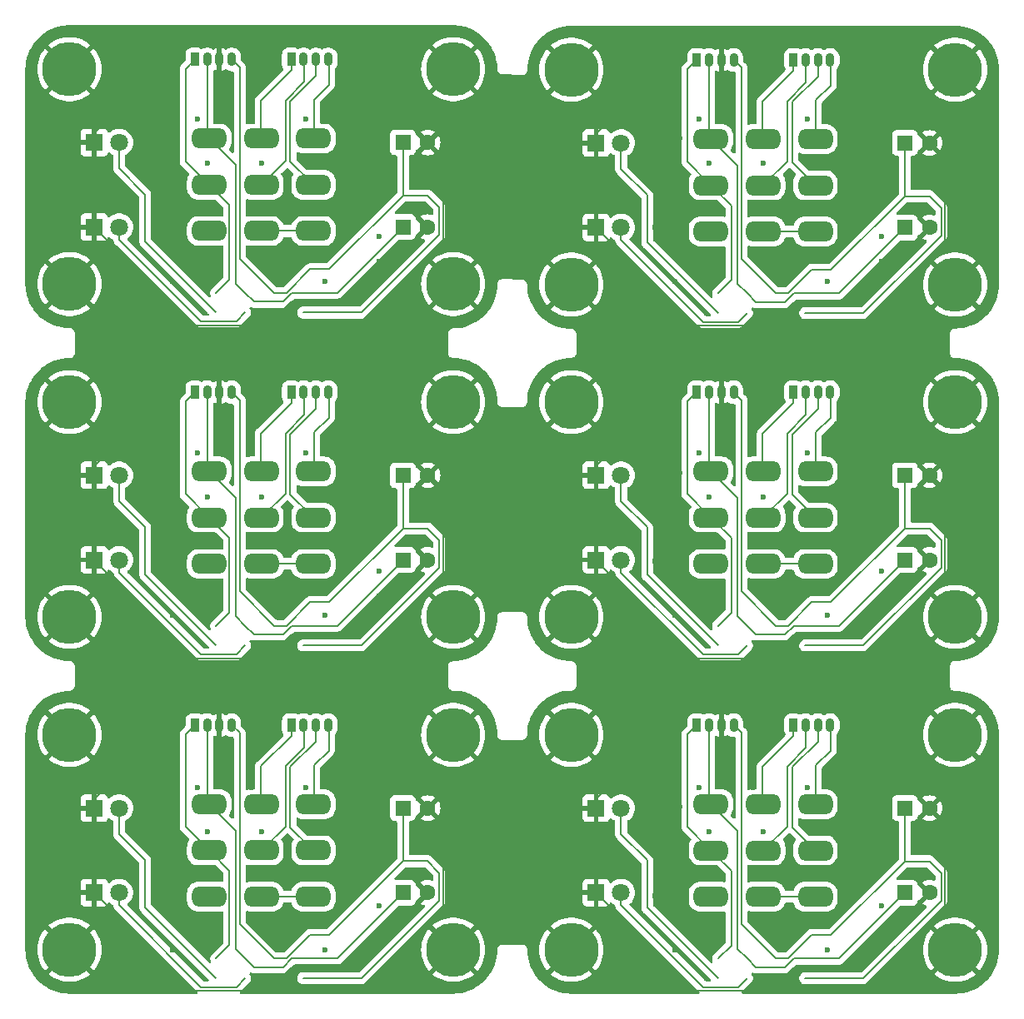
<source format=gbr>
%TF.GenerationSoftware,KiCad,Pcbnew,8.0.3*%
%TF.CreationDate,2025-01-13T20:57:30+02:00*%
%TF.ProjectId,TMF,544d462e-6b69-4636-9164-5f7063625858,rev?*%
%TF.SameCoordinates,Original*%
%TF.FileFunction,Copper,L2,Bot*%
%TF.FilePolarity,Positive*%
%FSLAX46Y46*%
G04 Gerber Fmt 4.6, Leading zero omitted, Abs format (unit mm)*
G04 Created by KiCad (PCBNEW 8.0.3) date 2025-01-13 20:57:30*
%MOMM*%
%LPD*%
G01*
G04 APERTURE LIST*
G04 Aperture macros list*
%AMRoundRect*
0 Rectangle with rounded corners*
0 $1 Rounding radius*
0 $2 $3 $4 $5 $6 $7 $8 $9 X,Y pos of 4 corners*
0 Add a 4 corners polygon primitive as box body*
4,1,4,$2,$3,$4,$5,$6,$7,$8,$9,$2,$3,0*
0 Add four circle primitives for the rounded corners*
1,1,$1+$1,$2,$3*
1,1,$1+$1,$4,$5*
1,1,$1+$1,$6,$7*
1,1,$1+$1,$8,$9*
0 Add four rect primitives between the rounded corners*
20,1,$1+$1,$2,$3,$4,$5,0*
20,1,$1+$1,$4,$5,$6,$7,0*
20,1,$1+$1,$6,$7,$8,$9,0*
20,1,$1+$1,$8,$9,$2,$3,0*%
G04 Aperture macros list end*
%TA.AperFunction,ComponentPad*%
%ADD10C,5.500000*%
%TD*%
%TA.AperFunction,ComponentPad*%
%ADD11R,1.600000X1.600000*%
%TD*%
%TA.AperFunction,ComponentPad*%
%ADD12C,1.600000*%
%TD*%
%TA.AperFunction,ComponentPad*%
%ADD13RoundRect,0.656168X-1.093832X-0.343832X1.093832X-0.343832X1.093832X0.343832X-1.093832X0.343832X0*%
%TD*%
%TA.AperFunction,ComponentPad*%
%ADD14R,1.800000X1.800000*%
%TD*%
%TA.AperFunction,ComponentPad*%
%ADD15C,1.800000*%
%TD*%
%TA.AperFunction,ComponentPad*%
%ADD16RoundRect,0.225000X-0.225000X-0.475000X0.225000X-0.475000X0.225000X0.475000X-0.225000X0.475000X0*%
%TD*%
%TA.AperFunction,ComponentPad*%
%ADD17O,0.900000X1.400000*%
%TD*%
%TA.AperFunction,ViaPad*%
%ADD18C,0.600000*%
%TD*%
%TA.AperFunction,Conductor*%
%ADD19C,0.200000*%
%TD*%
G04 APERTURE END LIST*
D10*
%TO.P,,1*%
%TO.N,GND*%
X167000000Y-126005055D03*
%TD*%
%TO.P,REF\u002A\u002A,1*%
%TO.N,GND*%
X206000000Y-70305100D03*
%TD*%
%TO.P,,1*%
%TO.N,GND*%
X167000000Y-104155050D03*
%TD*%
D11*
%TO.P,C2,1*%
%TO.N,+9v*%
X200894888Y-86355055D03*
D12*
%TO.P,C2,2*%
%TO.N,GND*%
X203394888Y-86355055D03*
%TD*%
D13*
%TO.P,FTSW1,1*%
%TO.N,+batt*%
X130200000Y-48205055D03*
%TO.P,FTSW1,2*%
%TO.N,+9v*%
X130200000Y-43505055D03*
%TO.P,FTSW1,3*%
%TO.N,unconnected-(FTSW1-Pad3)*%
X130200000Y-52905055D03*
%TO.P,FTSW1,4*%
%TO.N,in*%
X135500000Y-48205055D03*
%TO.P,FTSW1,5*%
%TO.N,effect_in*%
X135500000Y-43505055D03*
%TO.P,FTSW1,6*%
%TO.N,clean*%
X135500000Y-52905055D03*
%TO.P,FTSW1,7*%
%TO.N,out*%
X140800000Y-48205055D03*
%TO.P,FTSW1,8*%
%TO.N,effect_out*%
X140800000Y-43505055D03*
%TO.P,FTSW1,9*%
%TO.N,clean*%
X140800000Y-52905055D03*
%TD*%
D14*
%TO.P,D1,1,K*%
%TO.N,GND*%
X118525000Y-86355055D03*
D15*
%TO.P,D1,2,A*%
%TO.N,Net-(D1-A)*%
X121065000Y-86355055D03*
%TD*%
D11*
%TO.P,C1,1*%
%TO.N,+4\u002C5v*%
X149900000Y-43905055D03*
D12*
%TO.P,C1,2*%
%TO.N,GND*%
X152400000Y-43905055D03*
%TD*%
D10*
%TO.P,,1*%
%TO.N,GND*%
X116000000Y-70305050D03*
%TD*%
D11*
%TO.P,C1,1*%
%TO.N,+4\u002C5v*%
X149900000Y-111600000D03*
D12*
%TO.P,C1,2*%
%TO.N,GND*%
X152400000Y-111600000D03*
%TD*%
D14*
%TO.P,D2,1,K*%
%TO.N,GND*%
X118525000Y-77755055D03*
D15*
%TO.P,D2,2,A*%
%TO.N,Net-(D2-A)*%
X121065000Y-77755055D03*
%TD*%
D10*
%TO.P,REF\u002A\u002A,1*%
%TO.N,GND*%
X155000000Y-126000000D03*
%TD*%
D14*
%TO.P,D1,1,K*%
%TO.N,GND*%
X118525000Y-52505055D03*
D15*
%TO.P,D1,2,A*%
%TO.N,Net-(D1-A)*%
X121065000Y-52505055D03*
%TD*%
D10*
%TO.P,,1*%
%TO.N,GND*%
X116000000Y-92155055D03*
%TD*%
D14*
%TO.P,D1,1,K*%
%TO.N,GND*%
X118525000Y-120200000D03*
D15*
%TO.P,D1,2,A*%
%TO.N,Net-(D1-A)*%
X121065000Y-120200000D03*
%TD*%
D13*
%TO.P,FTSW1,1*%
%TO.N,+batt*%
X181200000Y-115905055D03*
%TO.P,FTSW1,2*%
%TO.N,+9v*%
X181200000Y-111205055D03*
%TO.P,FTSW1,3*%
%TO.N,unconnected-(FTSW1-Pad3)*%
X181200000Y-120605055D03*
%TO.P,FTSW1,4*%
%TO.N,in*%
X186500000Y-115905055D03*
%TO.P,FTSW1,5*%
%TO.N,effect_in*%
X186500000Y-111205055D03*
%TO.P,FTSW1,6*%
%TO.N,clean*%
X186500000Y-120605055D03*
%TO.P,FTSW1,7*%
%TO.N,out*%
X191800000Y-115905055D03*
%TO.P,FTSW1,8*%
%TO.N,effect_out*%
X191800000Y-111205055D03*
%TO.P,FTSW1,9*%
%TO.N,clean*%
X191800000Y-120605055D03*
%TD*%
D16*
%TO.P,J2,1,Pin_1*%
%TO.N,effect_in*%
X138550000Y-35455055D03*
D17*
%TO.P,J2,2,Pin_2*%
%TO.N,in*%
X139800000Y-35455055D03*
%TO.P,J2,3,Pin_3*%
%TO.N,out*%
X141050000Y-35455055D03*
%TO.P,J2,4,Pin_4*%
%TO.N,effect_out*%
X142300000Y-35455055D03*
%TD*%
D10*
%TO.P,,1*%
%TO.N,GND*%
X116000000Y-126000000D03*
%TD*%
%TO.P,,1*%
%TO.N,GND*%
X116000000Y-36455050D03*
%TD*%
%TO.P,REF\u002A\u002A,1*%
%TO.N,GND*%
X206000000Y-104155100D03*
%TD*%
%TO.P,REF\u002A\u002A,1*%
%TO.N,GND*%
X155000000Y-58305055D03*
%TD*%
D16*
%TO.P,J1,1,Pin_1*%
%TO.N,+batt*%
X179750000Y-35505055D03*
D17*
%TO.P,J1,2,Pin_2*%
%TO.N,+9v*%
X181000000Y-35505055D03*
%TO.P,J1,3,Pin_3*%
%TO.N,GND*%
X182250000Y-35505055D03*
%TO.P,J1,4,Pin_4*%
%TO.N,+4\u002C5v*%
X183500000Y-35505055D03*
%TD*%
D16*
%TO.P,J1,1,Pin_1*%
%TO.N,+batt*%
X128750000Y-35455055D03*
D17*
%TO.P,J1,2,Pin_2*%
%TO.N,+9v*%
X130000000Y-35455055D03*
%TO.P,J1,3,Pin_3*%
%TO.N,GND*%
X131250000Y-35455055D03*
%TO.P,J1,4,Pin_4*%
%TO.N,+4\u002C5v*%
X132500000Y-35455055D03*
%TD*%
D14*
%TO.P,D1,1,K*%
%TO.N,GND*%
X169525000Y-120205055D03*
D15*
%TO.P,D1,2,A*%
%TO.N,Net-(D1-A)*%
X172065000Y-120205055D03*
%TD*%
D16*
%TO.P,J1,1,Pin_1*%
%TO.N,+batt*%
X179750000Y-103155055D03*
D17*
%TO.P,J1,2,Pin_2*%
%TO.N,+9v*%
X181000000Y-103155055D03*
%TO.P,J1,3,Pin_3*%
%TO.N,GND*%
X182250000Y-103155055D03*
%TO.P,J1,4,Pin_4*%
%TO.N,+4\u002C5v*%
X183500000Y-103155055D03*
%TD*%
D14*
%TO.P,D2,1,K*%
%TO.N,GND*%
X118525000Y-43905055D03*
D15*
%TO.P,D2,2,A*%
%TO.N,Net-(D2-A)*%
X121065000Y-43905055D03*
%TD*%
D13*
%TO.P,FTSW1,1*%
%TO.N,+batt*%
X130200000Y-115900000D03*
%TO.P,FTSW1,2*%
%TO.N,+9v*%
X130200000Y-111200000D03*
%TO.P,FTSW1,3*%
%TO.N,unconnected-(FTSW1-Pad3)*%
X130200000Y-120600000D03*
%TO.P,FTSW1,4*%
%TO.N,in*%
X135500000Y-115900000D03*
%TO.P,FTSW1,5*%
%TO.N,effect_in*%
X135500000Y-111200000D03*
%TO.P,FTSW1,6*%
%TO.N,clean*%
X135500000Y-120600000D03*
%TO.P,FTSW1,7*%
%TO.N,out*%
X140800000Y-115900000D03*
%TO.P,FTSW1,8*%
%TO.N,effect_out*%
X140800000Y-111200000D03*
%TO.P,FTSW1,9*%
%TO.N,clean*%
X140800000Y-120600000D03*
%TD*%
D11*
%TO.P,C1,1*%
%TO.N,+4\u002C5v*%
X149900000Y-77755055D03*
D12*
%TO.P,C1,2*%
%TO.N,GND*%
X152400000Y-77755055D03*
%TD*%
D10*
%TO.P,,1*%
%TO.N,GND*%
X167000000Y-58355055D03*
%TD*%
%TO.P,REF\u002A\u002A,1*%
%TO.N,GND*%
X206000000Y-92155055D03*
%TD*%
D13*
%TO.P,FTSW1,1*%
%TO.N,+batt*%
X181200000Y-48255055D03*
%TO.P,FTSW1,2*%
%TO.N,+9v*%
X181200000Y-43555055D03*
%TO.P,FTSW1,3*%
%TO.N,unconnected-(FTSW1-Pad3)*%
X181200000Y-52955055D03*
%TO.P,FTSW1,4*%
%TO.N,in*%
X186500000Y-48255055D03*
%TO.P,FTSW1,5*%
%TO.N,effect_in*%
X186500000Y-43555055D03*
%TO.P,FTSW1,6*%
%TO.N,clean*%
X186500000Y-52955055D03*
%TO.P,FTSW1,7*%
%TO.N,out*%
X191800000Y-48255055D03*
%TO.P,FTSW1,8*%
%TO.N,effect_out*%
X191800000Y-43555055D03*
%TO.P,FTSW1,9*%
%TO.N,clean*%
X191800000Y-52955055D03*
%TD*%
D11*
%TO.P,C1,1*%
%TO.N,+4\u002C5v*%
X200900000Y-111605055D03*
D12*
%TO.P,C1,2*%
%TO.N,GND*%
X203400000Y-111605055D03*
%TD*%
D10*
%TO.P,,1*%
%TO.N,GND*%
X167000000Y-70305050D03*
%TD*%
%TO.P,,1*%
%TO.N,GND*%
X167000000Y-36505050D03*
%TD*%
D16*
%TO.P,J2,1,Pin_1*%
%TO.N,effect_in*%
X189550000Y-35505055D03*
D17*
%TO.P,J2,2,Pin_2*%
%TO.N,in*%
X190800000Y-35505055D03*
%TO.P,J2,3,Pin_3*%
%TO.N,out*%
X192050000Y-35505055D03*
%TO.P,J2,4,Pin_4*%
%TO.N,effect_out*%
X193300000Y-35505055D03*
%TD*%
D11*
%TO.P,C1,1*%
%TO.N,+4\u002C5v*%
X200900000Y-43955055D03*
D12*
%TO.P,C1,2*%
%TO.N,GND*%
X203400000Y-43955055D03*
%TD*%
D10*
%TO.P,REF\u002A\u002A,1*%
%TO.N,GND*%
X206000000Y-58355055D03*
%TD*%
D14*
%TO.P,D2,1,K*%
%TO.N,GND*%
X169525000Y-111605055D03*
D15*
%TO.P,D2,2,A*%
%TO.N,Net-(D2-A)*%
X172065000Y-111605055D03*
%TD*%
D16*
%TO.P,J2,1,Pin_1*%
%TO.N,effect_in*%
X138550000Y-69305055D03*
D17*
%TO.P,J2,2,Pin_2*%
%TO.N,in*%
X139800000Y-69305055D03*
%TO.P,J2,3,Pin_3*%
%TO.N,out*%
X141050000Y-69305055D03*
%TO.P,J2,4,Pin_4*%
%TO.N,effect_out*%
X142300000Y-69305055D03*
%TD*%
D10*
%TO.P,,1*%
%TO.N,GND*%
X167000000Y-92155055D03*
%TD*%
D14*
%TO.P,D1,1,K*%
%TO.N,GND*%
X169525000Y-86355055D03*
D15*
%TO.P,D1,2,A*%
%TO.N,Net-(D1-A)*%
X172065000Y-86355055D03*
%TD*%
D14*
%TO.P,D1,1,K*%
%TO.N,GND*%
X169525000Y-52555055D03*
D15*
%TO.P,D1,2,A*%
%TO.N,Net-(D1-A)*%
X172065000Y-52555055D03*
%TD*%
D10*
%TO.P,,1*%
%TO.N,GND*%
X116000000Y-58305055D03*
%TD*%
D13*
%TO.P,FTSW1,1*%
%TO.N,+batt*%
X181200000Y-82055055D03*
%TO.P,FTSW1,2*%
%TO.N,+9v*%
X181200000Y-77355055D03*
%TO.P,FTSW1,3*%
%TO.N,unconnected-(FTSW1-Pad3)*%
X181200000Y-86755055D03*
%TO.P,FTSW1,4*%
%TO.N,in*%
X186500000Y-82055055D03*
%TO.P,FTSW1,5*%
%TO.N,effect_in*%
X186500000Y-77355055D03*
%TO.P,FTSW1,6*%
%TO.N,clean*%
X186500000Y-86755055D03*
%TO.P,FTSW1,7*%
%TO.N,out*%
X191800000Y-82055055D03*
%TO.P,FTSW1,8*%
%TO.N,effect_out*%
X191800000Y-77355055D03*
%TO.P,FTSW1,9*%
%TO.N,clean*%
X191800000Y-86755055D03*
%TD*%
D14*
%TO.P,D2,1,K*%
%TO.N,GND*%
X118525000Y-111600000D03*
D15*
%TO.P,D2,2,A*%
%TO.N,Net-(D2-A)*%
X121065000Y-111600000D03*
%TD*%
D16*
%TO.P,J1,1,Pin_1*%
%TO.N,+batt*%
X128750000Y-69305055D03*
D17*
%TO.P,J1,2,Pin_2*%
%TO.N,+9v*%
X130000000Y-69305055D03*
%TO.P,J1,3,Pin_3*%
%TO.N,GND*%
X131250000Y-69305055D03*
%TO.P,J1,4,Pin_4*%
%TO.N,+4\u002C5v*%
X132500000Y-69305055D03*
%TD*%
D11*
%TO.P,C1,1*%
%TO.N,+4\u002C5v*%
X200900000Y-77755055D03*
D12*
%TO.P,C1,2*%
%TO.N,GND*%
X203400000Y-77755055D03*
%TD*%
D11*
%TO.P,C2,1*%
%TO.N,+9v*%
X149894888Y-120200000D03*
D12*
%TO.P,C2,2*%
%TO.N,GND*%
X152394888Y-120200000D03*
%TD*%
D14*
%TO.P,D2,1,K*%
%TO.N,GND*%
X169525000Y-77755055D03*
D15*
%TO.P,D2,2,A*%
%TO.N,Net-(D2-A)*%
X172065000Y-77755055D03*
%TD*%
D10*
%TO.P,REF\u002A\u002A,1*%
%TO.N,GND*%
X206000000Y-36505100D03*
%TD*%
%TO.P,REF\u002A\u002A,1*%
%TO.N,GND*%
X155000000Y-36455100D03*
%TD*%
%TO.P,REF\u002A\u002A,1*%
%TO.N,GND*%
X206000000Y-126005055D03*
%TD*%
D16*
%TO.P,J2,1,Pin_1*%
%TO.N,effect_in*%
X138550000Y-103150000D03*
D17*
%TO.P,J2,2,Pin_2*%
%TO.N,in*%
X139800000Y-103150000D03*
%TO.P,J2,3,Pin_3*%
%TO.N,out*%
X141050000Y-103150000D03*
%TO.P,J2,4,Pin_4*%
%TO.N,effect_out*%
X142300000Y-103150000D03*
%TD*%
D10*
%TO.P,REF\u002A\u002A,1*%
%TO.N,GND*%
X155000000Y-104150045D03*
%TD*%
D11*
%TO.P,C2,1*%
%TO.N,+9v*%
X149894888Y-52505055D03*
D12*
%TO.P,C2,2*%
%TO.N,GND*%
X152394888Y-52505055D03*
%TD*%
D13*
%TO.P,FTSW1,1*%
%TO.N,+batt*%
X130200000Y-82055055D03*
%TO.P,FTSW1,2*%
%TO.N,+9v*%
X130200000Y-77355055D03*
%TO.P,FTSW1,3*%
%TO.N,unconnected-(FTSW1-Pad3)*%
X130200000Y-86755055D03*
%TO.P,FTSW1,4*%
%TO.N,in*%
X135500000Y-82055055D03*
%TO.P,FTSW1,5*%
%TO.N,effect_in*%
X135500000Y-77355055D03*
%TO.P,FTSW1,6*%
%TO.N,clean*%
X135500000Y-86755055D03*
%TO.P,FTSW1,7*%
%TO.N,out*%
X140800000Y-82055055D03*
%TO.P,FTSW1,8*%
%TO.N,effect_out*%
X140800000Y-77355055D03*
%TO.P,FTSW1,9*%
%TO.N,clean*%
X140800000Y-86755055D03*
%TD*%
D11*
%TO.P,C2,1*%
%TO.N,+9v*%
X149894888Y-86355055D03*
D12*
%TO.P,C2,2*%
%TO.N,GND*%
X152394888Y-86355055D03*
%TD*%
D11*
%TO.P,C2,1*%
%TO.N,+9v*%
X200894888Y-120205055D03*
D12*
%TO.P,C2,2*%
%TO.N,GND*%
X203394888Y-120205055D03*
%TD*%
D11*
%TO.P,C2,1*%
%TO.N,+9v*%
X200894888Y-52555055D03*
D12*
%TO.P,C2,2*%
%TO.N,GND*%
X203394888Y-52555055D03*
%TD*%
D16*
%TO.P,J2,1,Pin_1*%
%TO.N,effect_in*%
X189550000Y-103155055D03*
D17*
%TO.P,J2,2,Pin_2*%
%TO.N,in*%
X190800000Y-103155055D03*
%TO.P,J2,3,Pin_3*%
%TO.N,out*%
X192050000Y-103155055D03*
%TO.P,J2,4,Pin_4*%
%TO.N,effect_out*%
X193300000Y-103155055D03*
%TD*%
D14*
%TO.P,D2,1,K*%
%TO.N,GND*%
X169525000Y-43955055D03*
D15*
%TO.P,D2,2,A*%
%TO.N,Net-(D2-A)*%
X172065000Y-43955055D03*
%TD*%
D16*
%TO.P,J2,1,Pin_1*%
%TO.N,effect_in*%
X189550000Y-69305055D03*
D17*
%TO.P,J2,2,Pin_2*%
%TO.N,in*%
X190800000Y-69305055D03*
%TO.P,J2,3,Pin_3*%
%TO.N,out*%
X192050000Y-69305055D03*
%TO.P,J2,4,Pin_4*%
%TO.N,effect_out*%
X193300000Y-69305055D03*
%TD*%
D10*
%TO.P,,1*%
%TO.N,GND*%
X116000000Y-104149995D03*
%TD*%
D16*
%TO.P,J1,1,Pin_1*%
%TO.N,+batt*%
X179750000Y-69305055D03*
D17*
%TO.P,J1,2,Pin_2*%
%TO.N,+9v*%
X181000000Y-69305055D03*
%TO.P,J1,3,Pin_3*%
%TO.N,GND*%
X182250000Y-69305055D03*
%TO.P,J1,4,Pin_4*%
%TO.N,+4\u002C5v*%
X183500000Y-69305055D03*
%TD*%
D16*
%TO.P,J1,1,Pin_1*%
%TO.N,+batt*%
X128750000Y-103150000D03*
D17*
%TO.P,J1,2,Pin_2*%
%TO.N,+9v*%
X130000000Y-103150000D03*
%TO.P,J1,3,Pin_3*%
%TO.N,GND*%
X131250000Y-103150000D03*
%TO.P,J1,4,Pin_4*%
%TO.N,+4\u002C5v*%
X132500000Y-103150000D03*
%TD*%
D10*
%TO.P,REF\u002A\u002A,1*%
%TO.N,GND*%
X155000000Y-92155055D03*
%TD*%
%TO.P,REF\u002A\u002A,1*%
%TO.N,GND*%
X155000000Y-70305100D03*
%TD*%
D18*
%TO.N,GND*%
X147500000Y-56000000D03*
X124000000Y-34000000D03*
X147500000Y-37000000D03*
X147500000Y-33500000D03*
X151000000Y-59000000D03*
X151000000Y-33500000D03*
X120500000Y-37500000D03*
X120500000Y-34000000D03*
X147500000Y-40500000D03*
X151000000Y-37000000D03*
X144000000Y-48000000D03*
X126500000Y-48000000D03*
X123000000Y-58500000D03*
X126500000Y-58000000D03*
X134500000Y-41500000D03*
X130000000Y-50500000D03*
X142000000Y-58000000D03*
X124000000Y-43500000D03*
X144000000Y-53000000D03*
X130000000Y-55500000D03*
X129000000Y-41500000D03*
X140000000Y-41500000D03*
X141000000Y-46000000D03*
X151000000Y-61000000D03*
X141000000Y-55500000D03*
X141000000Y-50500000D03*
X120000000Y-58500000D03*
X135500000Y-55500000D03*
X135500000Y-46000000D03*
X144000000Y-43000000D03*
X130000000Y-46000000D03*
X127000000Y-43500000D03*
X123500000Y-61000000D03*
X135500000Y-50500000D03*
X126500000Y-52500000D03*
X148500000Y-61000000D03*
X120000000Y-61000000D03*
X124500000Y-52500000D03*
X147500000Y-53500000D03*
X198500000Y-56000000D03*
X175000000Y-34000000D03*
X198500000Y-37000000D03*
X198500000Y-33500000D03*
X202000000Y-59000000D03*
X202000000Y-33500000D03*
X171500000Y-37500000D03*
X171500000Y-34000000D03*
X198500000Y-40500000D03*
X202000000Y-37000000D03*
X195000000Y-48000000D03*
X177500000Y-48000000D03*
X174000000Y-58500000D03*
X177500000Y-58000000D03*
X185500000Y-41500000D03*
X181000000Y-50500000D03*
X193000000Y-58000000D03*
X175000000Y-43500000D03*
X195000000Y-53000000D03*
X181000000Y-55500000D03*
X180000000Y-41500000D03*
X191000000Y-41500000D03*
X192000000Y-46000000D03*
X202000000Y-61000000D03*
X192000000Y-55500000D03*
X192000000Y-50500000D03*
X171000000Y-58500000D03*
X186500000Y-55500000D03*
X186500000Y-46000000D03*
X195000000Y-43000000D03*
X181000000Y-46000000D03*
X178000000Y-43500000D03*
X174500000Y-61000000D03*
X186500000Y-50500000D03*
X177500000Y-52500000D03*
X199500000Y-61000000D03*
X171000000Y-61000000D03*
X175500000Y-52500000D03*
X198500000Y-53500000D03*
X198500000Y-90000000D03*
X175000000Y-68000000D03*
X198500000Y-71000000D03*
X198500000Y-67500000D03*
X202000000Y-93000000D03*
X202000000Y-67500000D03*
X171500000Y-71500000D03*
X171500000Y-68000000D03*
X198500000Y-74500000D03*
X202000000Y-71000000D03*
X195000000Y-82000000D03*
X177500000Y-82000000D03*
X174000000Y-92500000D03*
X177500000Y-92000000D03*
X185500000Y-75500000D03*
X181000000Y-84500000D03*
X193000000Y-92000000D03*
X175000000Y-77500000D03*
X195000000Y-87000000D03*
X181000000Y-89500000D03*
X180000000Y-75500000D03*
X191000000Y-75500000D03*
X192000000Y-80000000D03*
X202000000Y-95000000D03*
X192000000Y-89500000D03*
X192000000Y-84500000D03*
X171000000Y-92500000D03*
X186500000Y-89500000D03*
X186500000Y-80000000D03*
X195000000Y-77000000D03*
X181000000Y-80000000D03*
X178000000Y-77500000D03*
X174500000Y-95000000D03*
X186500000Y-84500000D03*
X177500000Y-86500000D03*
X199500000Y-95000000D03*
X171000000Y-95000000D03*
X175500000Y-86500000D03*
X198500000Y-87500000D03*
X198500000Y-124000000D03*
X175000000Y-102000000D03*
X198500000Y-105000000D03*
X198500000Y-101500000D03*
X202000000Y-127000000D03*
X202000000Y-101500000D03*
X171500000Y-105500000D03*
X171500000Y-102000000D03*
X198500000Y-108500000D03*
X202000000Y-105000000D03*
X195000000Y-116000000D03*
X177500000Y-116000000D03*
X174000000Y-126500000D03*
X177500000Y-126000000D03*
X185500000Y-109500000D03*
X181000000Y-118500000D03*
X193000000Y-126000000D03*
X175000000Y-111500000D03*
X195000000Y-121000000D03*
X181000000Y-123500000D03*
X180000000Y-109500000D03*
X191000000Y-109500000D03*
X192000000Y-114000000D03*
X202000000Y-129000000D03*
X192000000Y-123500000D03*
X192000000Y-118500000D03*
X171000000Y-126500000D03*
X186500000Y-123500000D03*
X186500000Y-114000000D03*
X195000000Y-111000000D03*
X181000000Y-114000000D03*
X178000000Y-111500000D03*
X174500000Y-129000000D03*
X186500000Y-118500000D03*
X177500000Y-120500000D03*
X199500000Y-129000000D03*
X171000000Y-129000000D03*
X175500000Y-120500000D03*
X198500000Y-121500000D03*
X147500000Y-124000000D03*
X124000000Y-102000000D03*
X147500000Y-105000000D03*
X147500000Y-101500000D03*
X151000000Y-127000000D03*
X151000000Y-101500000D03*
X120500000Y-105500000D03*
X120500000Y-102000000D03*
X147500000Y-108500000D03*
X151000000Y-105000000D03*
X144000000Y-116000000D03*
X126500000Y-116000000D03*
X123000000Y-126500000D03*
X126500000Y-126000000D03*
X134500000Y-109500000D03*
X130000000Y-118500000D03*
X142000000Y-126000000D03*
X124000000Y-111500000D03*
X144000000Y-121000000D03*
X130000000Y-123500000D03*
X129000000Y-109500000D03*
X140000000Y-109500000D03*
X141000000Y-114000000D03*
X151000000Y-129000000D03*
X141000000Y-123500000D03*
X141000000Y-118500000D03*
X120000000Y-126500000D03*
X135500000Y-123500000D03*
X135500000Y-114000000D03*
X144000000Y-111000000D03*
X130000000Y-114000000D03*
X127000000Y-111500000D03*
X123500000Y-129000000D03*
X135500000Y-118500000D03*
X126500000Y-120500000D03*
X148500000Y-129000000D03*
X120000000Y-129000000D03*
X124500000Y-120500000D03*
X147500000Y-121500000D03*
X147500000Y-90000000D03*
X147500000Y-87500000D03*
X147500000Y-82500000D03*
X147500000Y-79000000D03*
X147500000Y-74500000D03*
X151000000Y-71000000D03*
X147500000Y-71000000D03*
X151000000Y-67500000D03*
X147500000Y-67500000D03*
X124000000Y-68000000D03*
X120500000Y-71500000D03*
X120500000Y-68000000D03*
X151000000Y-93000000D03*
X151000000Y-95000000D03*
X148500000Y-95000000D03*
X123500000Y-95000000D03*
X120000000Y-95000000D03*
X123000000Y-92500000D03*
X120000000Y-92500000D03*
X126500000Y-92000000D03*
X142000000Y-92000000D03*
X124500000Y-86500000D03*
X124000000Y-77500000D03*
X127000000Y-77500000D03*
X126500000Y-82000000D03*
X126500000Y-86500000D03*
X144000000Y-87000000D03*
X144000000Y-82000000D03*
X144000000Y-77000000D03*
X129000000Y-75500000D03*
X134500000Y-75500000D03*
X140000000Y-75500000D03*
X141000000Y-89500000D03*
X135500000Y-89500000D03*
X130000000Y-89500000D03*
X130000000Y-80000000D03*
X130000000Y-84500000D03*
X141000000Y-84500000D03*
X141000000Y-80000000D03*
X135500000Y-84500000D03*
X135500000Y-80000000D03*
X158500000Y-44500000D03*
X158500000Y-47000000D03*
X156000000Y-49500000D03*
X156000000Y-47000000D03*
X163500000Y-52000000D03*
X161000000Y-44500000D03*
X161000000Y-47000000D03*
X161000000Y-49500000D03*
X156000000Y-44500000D03*
X161000000Y-52000000D03*
X166000000Y-49500000D03*
X163500000Y-47000000D03*
X158500000Y-42000000D03*
X166000000Y-42000000D03*
X166000000Y-52000000D03*
X166000000Y-44500000D03*
X166000000Y-47000000D03*
X161000000Y-42000000D03*
X158500000Y-49500000D03*
X163500000Y-49500000D03*
X163500000Y-42000000D03*
X158500000Y-52000000D03*
X163500000Y-44500000D03*
X156000000Y-42000000D03*
X156000000Y-52000000D03*
X158500000Y-78500000D03*
X158500000Y-81000000D03*
X156000000Y-83500000D03*
X156000000Y-81000000D03*
X163500000Y-86000000D03*
X161000000Y-78500000D03*
X161000000Y-81000000D03*
X161000000Y-83500000D03*
X156000000Y-78500000D03*
X161000000Y-86000000D03*
X166000000Y-83500000D03*
X163500000Y-81000000D03*
X158500000Y-76000000D03*
X166000000Y-76000000D03*
X166000000Y-86000000D03*
X166000000Y-78500000D03*
X166000000Y-81000000D03*
X161000000Y-76000000D03*
X158500000Y-83500000D03*
X163500000Y-83500000D03*
X163500000Y-76000000D03*
X158500000Y-86000000D03*
X163500000Y-78500000D03*
X156000000Y-76000000D03*
X156000000Y-86000000D03*
X158500000Y-113000000D03*
X158500000Y-115500000D03*
X156000000Y-118000000D03*
X156000000Y-115500000D03*
X163500000Y-120500000D03*
X161000000Y-113000000D03*
X161000000Y-115500000D03*
X161000000Y-118000000D03*
X156000000Y-113000000D03*
X161000000Y-120500000D03*
X166000000Y-118000000D03*
X163500000Y-115500000D03*
X158500000Y-110500000D03*
X166000000Y-110500000D03*
X166000000Y-120500000D03*
X166000000Y-113000000D03*
X166000000Y-115500000D03*
X161000000Y-110500000D03*
X158500000Y-118000000D03*
X163500000Y-118000000D03*
X163500000Y-110500000D03*
X158500000Y-120500000D03*
X163500000Y-113000000D03*
X156000000Y-110500000D03*
X156000000Y-120500000D03*
%TD*%
D19*
%TO.N,+batt*%
X183250000Y-84105055D02*
X183250000Y-91705055D01*
X181200000Y-115905055D02*
X183250000Y-117955055D01*
X179750000Y-103155055D02*
X178800000Y-104105055D01*
X183250000Y-50305055D02*
X183250000Y-57905055D01*
X178800000Y-113505055D02*
X181200000Y-115905055D01*
X132250000Y-117950000D02*
X132250000Y-125550000D01*
X128750000Y-35455055D02*
X127800000Y-36405055D01*
X183250000Y-125555055D02*
X181900000Y-126905055D01*
X183250000Y-117955055D02*
X183250000Y-125555055D01*
X132250000Y-84105055D02*
X132250000Y-91705055D01*
X132250000Y-91705055D02*
X130900000Y-93055055D01*
X130200000Y-115900000D02*
X132250000Y-117950000D01*
X183250000Y-57905055D02*
X181900000Y-59255055D01*
X130200000Y-48205055D02*
X132250000Y-50255055D01*
X179750000Y-69305055D02*
X178800000Y-70255055D01*
X127800000Y-79655055D02*
X130200000Y-82055055D01*
X127800000Y-45805055D02*
X130200000Y-48205055D01*
X128750000Y-103150000D02*
X127800000Y-104100000D01*
X127800000Y-113500000D02*
X130200000Y-115900000D01*
X178800000Y-45855055D02*
X181200000Y-48255055D01*
X178800000Y-79655055D02*
X181200000Y-82055055D01*
X127800000Y-70255055D02*
X127800000Y-79655055D01*
X181200000Y-48255055D02*
X183250000Y-50305055D01*
X179750000Y-35505055D02*
X178800000Y-36455055D01*
X127800000Y-104100000D02*
X127800000Y-113500000D01*
X181200000Y-82055055D02*
X183250000Y-84105055D01*
X132250000Y-57855055D02*
X130900000Y-59205055D01*
X128750000Y-69305055D02*
X127800000Y-70255055D01*
X178800000Y-104105055D02*
X178800000Y-113505055D01*
X132250000Y-125550000D02*
X130900000Y-126900000D01*
X130200000Y-82055055D02*
X132250000Y-84105055D01*
X178800000Y-36455055D02*
X178800000Y-45855055D01*
X127800000Y-36405055D02*
X127800000Y-45805055D01*
X132250000Y-50255055D02*
X132250000Y-57855055D01*
X178800000Y-70255055D02*
X178800000Y-79655055D01*
X183250000Y-91705055D02*
X181900000Y-93055055D01*
%TO.N,GND*%
X118525000Y-43905055D02*
X118525000Y-42980055D01*
X205000000Y-45555055D02*
X205000000Y-53855055D01*
X137700000Y-95955055D02*
X136800000Y-95055055D01*
X118525000Y-77755055D02*
X118525000Y-86355055D01*
X189600000Y-127805055D02*
X188500000Y-128905055D01*
X154000000Y-79355055D02*
X154000000Y-87655055D01*
X118525000Y-110675000D02*
X127550000Y-101650000D01*
X118525000Y-42980055D02*
X127550000Y-33955055D01*
X188500000Y-128905055D02*
X187800000Y-128905055D01*
X135500000Y-130200000D02*
X136800000Y-128900000D01*
X127550000Y-101650000D02*
X131250000Y-101650000D01*
X118525000Y-77755055D02*
X118525000Y-76830055D01*
X195794888Y-127805055D02*
X189600000Y-127805055D01*
X205000000Y-121505055D02*
X196700000Y-129805055D01*
X169525000Y-43955055D02*
X169525000Y-52555055D01*
X169525000Y-43955055D02*
X169525000Y-43030055D01*
X169525000Y-111605055D02*
X169525000Y-110680055D01*
X203394888Y-86355055D02*
X195794888Y-93955055D01*
X182250000Y-34005055D02*
X182250000Y-35505055D01*
X205000000Y-53855055D02*
X196700000Y-62155055D01*
X152394888Y-52505055D02*
X144794888Y-60105055D01*
X128525000Y-62505055D02*
X135500000Y-62505055D01*
X188700000Y-62155055D02*
X187800000Y-61255055D01*
X144794888Y-60105055D02*
X138600000Y-60105055D01*
X203400000Y-43955055D02*
X205000000Y-45555055D01*
X179525000Y-96355055D02*
X186500000Y-96355055D01*
X203394888Y-120205055D02*
X195794888Y-127805055D01*
X118525000Y-43905055D02*
X118525000Y-52505055D01*
X178550000Y-67805055D02*
X182250000Y-67805055D01*
X131250000Y-67805055D02*
X131250000Y-69305055D01*
X169525000Y-76830055D02*
X178550000Y-67805055D01*
X186500000Y-96355055D02*
X187800000Y-95055055D01*
X205000000Y-79355055D02*
X205000000Y-87655055D01*
X179525000Y-130205055D02*
X186500000Y-130205055D01*
X196700000Y-62155055D02*
X188700000Y-62155055D01*
X169525000Y-77755055D02*
X169525000Y-86355055D01*
X152400000Y-43905055D02*
X154000000Y-45505055D01*
X182250000Y-67805055D02*
X182250000Y-69305055D01*
X195794888Y-60155055D02*
X189600000Y-60155055D01*
X189600000Y-60155055D02*
X188500000Y-61255055D01*
X182250000Y-101655055D02*
X182250000Y-103155055D01*
X118525000Y-120200000D02*
X128525000Y-130200000D01*
X152400000Y-111600000D02*
X154000000Y-113200000D01*
X169525000Y-110680055D02*
X178550000Y-101655055D01*
X178550000Y-34005055D02*
X182250000Y-34005055D01*
X169525000Y-77755055D02*
X169525000Y-76830055D01*
X196700000Y-129805055D02*
X188700000Y-129805055D01*
X137500000Y-128900000D02*
X136800000Y-128900000D01*
X137500000Y-61205055D02*
X136800000Y-61205055D01*
X169525000Y-111605055D02*
X169525000Y-120205055D01*
X188700000Y-95955055D02*
X187800000Y-95055055D01*
X196700000Y-95955055D02*
X188700000Y-95955055D01*
X203394888Y-52555055D02*
X195794888Y-60155055D01*
X145700000Y-95955055D02*
X137700000Y-95955055D01*
X128525000Y-96355055D02*
X135500000Y-96355055D01*
X154000000Y-121500000D02*
X145700000Y-129800000D01*
X154000000Y-113200000D02*
X154000000Y-121500000D01*
X203400000Y-77755055D02*
X205000000Y-79355055D01*
X188700000Y-129805055D02*
X187800000Y-128905055D01*
X186500000Y-62555055D02*
X187800000Y-61255055D01*
X118525000Y-86355055D02*
X128525000Y-96355055D01*
X205000000Y-113205055D02*
X205000000Y-121505055D01*
X144794888Y-93955055D02*
X138600000Y-93955055D01*
X131250000Y-33955055D02*
X131250000Y-35455055D01*
X145700000Y-129800000D02*
X137700000Y-129800000D01*
X128525000Y-130200000D02*
X135500000Y-130200000D01*
X135500000Y-96355055D02*
X136800000Y-95055055D01*
X154000000Y-45505055D02*
X154000000Y-53805055D01*
X169525000Y-120205055D02*
X179525000Y-130205055D01*
X135500000Y-62505055D02*
X136800000Y-61205055D01*
X137700000Y-62105055D02*
X136800000Y-61205055D01*
X178550000Y-101655055D02*
X182250000Y-101655055D01*
X169525000Y-52555055D02*
X179525000Y-62555055D01*
X152400000Y-77755055D02*
X154000000Y-79355055D01*
X203400000Y-111605055D02*
X205000000Y-113205055D01*
X131250000Y-101650000D02*
X131250000Y-103150000D01*
X195794888Y-93955055D02*
X189600000Y-93955055D01*
X118525000Y-52505055D02*
X128525000Y-62505055D01*
X152394888Y-120200000D02*
X144794888Y-127800000D01*
X188500000Y-61255055D02*
X187800000Y-61255055D01*
X127550000Y-33955055D02*
X131250000Y-33955055D01*
X137500000Y-95055055D02*
X136800000Y-95055055D01*
X118525000Y-111600000D02*
X118525000Y-120200000D01*
X145700000Y-62105055D02*
X137700000Y-62105055D01*
X179525000Y-62555055D02*
X186500000Y-62555055D01*
X154000000Y-53805055D02*
X145700000Y-62105055D01*
X186500000Y-130205055D02*
X187800000Y-128905055D01*
X144794888Y-127800000D02*
X138600000Y-127800000D01*
X137700000Y-129800000D02*
X136800000Y-128900000D01*
X154000000Y-87655055D02*
X145700000Y-95955055D01*
X169525000Y-86355055D02*
X179525000Y-96355055D01*
X205000000Y-87655055D02*
X196700000Y-95955055D01*
X169525000Y-43030055D02*
X178550000Y-34005055D01*
X138600000Y-127800000D02*
X137500000Y-128900000D01*
X127550000Y-67805055D02*
X131250000Y-67805055D01*
X118525000Y-76830055D02*
X127550000Y-67805055D01*
X138600000Y-93955055D02*
X137500000Y-95055055D01*
X188500000Y-95055055D02*
X187800000Y-95055055D01*
X138600000Y-60105055D02*
X137500000Y-61205055D01*
X152394888Y-86355055D02*
X144794888Y-93955055D01*
X189600000Y-93955055D02*
X188500000Y-95055055D01*
X118525000Y-111600000D02*
X118525000Y-110675000D01*
%TO.N,+4\u002C5v*%
X140434314Y-124500000D02*
X142400000Y-124500000D01*
X140434314Y-90655055D02*
X142400000Y-90655055D01*
X200900000Y-117005055D02*
X200900000Y-111605055D01*
X189034314Y-93055055D02*
X191434314Y-90655055D01*
X133300000Y-70105055D02*
X133300000Y-89555055D01*
X196700000Y-95055055D02*
X190750000Y-95055055D01*
X193400000Y-90655055D02*
X200900000Y-83155055D01*
X153600000Y-118200000D02*
X153600000Y-121000000D01*
X200900000Y-83155055D02*
X200900000Y-77755055D01*
X132500000Y-69305055D02*
X133300000Y-70105055D01*
X204600000Y-53355055D02*
X196700000Y-61255055D01*
X153600000Y-87155055D02*
X145700000Y-95055055D01*
X200900000Y-117005055D02*
X203400000Y-117005055D01*
X142400000Y-124500000D02*
X149900000Y-117000000D01*
X184300000Y-123405055D02*
X187800000Y-126905055D01*
X184300000Y-55755055D02*
X187800000Y-59255055D01*
X187800000Y-59255055D02*
X189034314Y-59255055D01*
X152400000Y-49305055D02*
X153600000Y-50505055D01*
X133300000Y-89555055D02*
X136800000Y-93055055D01*
X183500000Y-35505055D02*
X184300000Y-36305055D01*
X152400000Y-117000000D02*
X153600000Y-118200000D01*
X132500000Y-35455055D02*
X133300000Y-36255055D01*
X191434314Y-56855055D02*
X193400000Y-56855055D01*
X136800000Y-93055055D02*
X138034314Y-93055055D01*
X145700000Y-61205055D02*
X139750000Y-61205055D01*
X142400000Y-90655055D02*
X149900000Y-83155055D01*
X189034314Y-59255055D02*
X191434314Y-56855055D01*
X133300000Y-103950000D02*
X133300000Y-123400000D01*
X187800000Y-93055055D02*
X189034314Y-93055055D01*
X133300000Y-123400000D02*
X136800000Y-126900000D01*
X203400000Y-83155055D02*
X204600000Y-84355055D01*
X184300000Y-103955055D02*
X184300000Y-123405055D01*
X183500000Y-69305055D02*
X184300000Y-70105055D01*
X138034314Y-59205055D02*
X140434314Y-56805055D01*
X149900000Y-83155055D02*
X152400000Y-83155055D01*
X152400000Y-83155055D02*
X153600000Y-84355055D01*
X149900000Y-49305055D02*
X152400000Y-49305055D01*
X140434314Y-56805055D02*
X142400000Y-56805055D01*
X204600000Y-50555055D02*
X204600000Y-53355055D01*
X204600000Y-121005055D02*
X196700000Y-128905055D01*
X184300000Y-70105055D02*
X184300000Y-89555055D01*
X204600000Y-84355055D02*
X204600000Y-87155055D01*
X145700000Y-95055055D02*
X139750000Y-95055055D01*
X183500000Y-103155055D02*
X184300000Y-103955055D01*
X138034314Y-93055055D02*
X140434314Y-90655055D01*
X196700000Y-61255055D02*
X190750000Y-61255055D01*
X200900000Y-49355055D02*
X200900000Y-43955055D01*
X193400000Y-124505055D02*
X200900000Y-117005055D01*
X200900000Y-49355055D02*
X203400000Y-49355055D01*
X138034314Y-126900000D02*
X140434314Y-124500000D01*
X142400000Y-56805055D02*
X149900000Y-49305055D01*
X153600000Y-84355055D02*
X153600000Y-87155055D01*
X133300000Y-36255055D02*
X133300000Y-55705055D01*
X149900000Y-117000000D02*
X149900000Y-111600000D01*
X133300000Y-55705055D02*
X136800000Y-59205055D01*
X149900000Y-49305055D02*
X149900000Y-43905055D01*
X204600000Y-118205055D02*
X204600000Y-121005055D01*
X145700000Y-128900000D02*
X139750000Y-128900000D01*
X153600000Y-121000000D02*
X145700000Y-128900000D01*
X203400000Y-49355055D02*
X204600000Y-50555055D01*
X153600000Y-53305055D02*
X145700000Y-61205055D01*
X200900000Y-83155055D02*
X203400000Y-83155055D01*
X193400000Y-56855055D02*
X200900000Y-49355055D01*
X149900000Y-83155055D02*
X149900000Y-77755055D01*
X149900000Y-117000000D02*
X152400000Y-117000000D01*
X204600000Y-87155055D02*
X196700000Y-95055055D01*
X153600000Y-50505055D02*
X153600000Y-53305055D01*
X132500000Y-103150000D02*
X133300000Y-103950000D01*
X184300000Y-89555055D02*
X187800000Y-93055055D01*
X187800000Y-126905055D02*
X189034314Y-126905055D01*
X136800000Y-59205055D02*
X138034314Y-59205055D01*
X191434314Y-90655055D02*
X193400000Y-90655055D01*
X136800000Y-126900000D02*
X138034314Y-126900000D01*
X184300000Y-36305055D02*
X184300000Y-55755055D01*
X189034314Y-126905055D02*
X191434314Y-124505055D01*
X196700000Y-128905055D02*
X190750000Y-128905055D01*
X203400000Y-117005055D02*
X204600000Y-118205055D01*
X191434314Y-124505055D02*
X193400000Y-124505055D01*
%TO.N,out*%
X138450000Y-107415686D02*
X138450000Y-113550000D01*
X141000000Y-103175000D02*
X141050000Y-103225000D01*
X138450000Y-79705055D02*
X140750000Y-82005055D01*
X141050000Y-35530055D02*
X141050000Y-37120741D01*
X140750000Y-48155055D02*
X140750000Y-48230055D01*
X189450000Y-73570741D02*
X189450000Y-79705055D01*
X141000000Y-69330055D02*
X141050000Y-69380055D01*
X141050000Y-69380055D02*
X141050000Y-70970741D01*
X192050000Y-37170741D02*
X189450000Y-39770741D01*
X192000000Y-103180055D02*
X192050000Y-103230055D01*
X192000000Y-35530055D02*
X192050000Y-35580055D01*
X192050000Y-69380055D02*
X192050000Y-70970741D01*
X192050000Y-103230055D02*
X192050000Y-104820741D01*
X141050000Y-103225000D02*
X141050000Y-104815686D01*
X141000000Y-35480055D02*
X141050000Y-35530055D01*
X189450000Y-39770741D02*
X189450000Y-45905055D01*
X192050000Y-70970741D02*
X189450000Y-73570741D01*
X140750000Y-115850000D02*
X140750000Y-115925000D01*
X138450000Y-45855055D02*
X140750000Y-48155055D01*
X192000000Y-69330055D02*
X192050000Y-69380055D01*
X191750000Y-115855055D02*
X191750000Y-115930055D01*
X141050000Y-37120741D02*
X138450000Y-39720741D01*
X192050000Y-35580055D02*
X192050000Y-37170741D01*
X141050000Y-104815686D02*
X138450000Y-107415686D01*
X191750000Y-48205055D02*
X191750000Y-48280055D01*
X192050000Y-104820741D02*
X189450000Y-107420741D01*
X189450000Y-45905055D02*
X191750000Y-48205055D01*
X189450000Y-79705055D02*
X191750000Y-82005055D01*
X191750000Y-82005055D02*
X191750000Y-82080055D01*
X138450000Y-113550000D02*
X140750000Y-115850000D01*
X141050000Y-70970741D02*
X138450000Y-73570741D01*
X138450000Y-73570741D02*
X138450000Y-79705055D01*
X189450000Y-107420741D02*
X189450000Y-113555055D01*
X140750000Y-82005055D02*
X140750000Y-82080055D01*
X138450000Y-39720741D02*
X138450000Y-45855055D01*
X189450000Y-113555055D02*
X191750000Y-115855055D01*
%TO.N,in*%
X190850000Y-35505055D02*
X190850000Y-37805055D01*
X190850000Y-69305055D02*
X190850000Y-71605055D01*
X190850000Y-37805055D02*
X188950000Y-39705055D01*
X188950000Y-107355055D02*
X188950000Y-113455055D01*
X190825000Y-69280055D02*
X190850000Y-69305055D01*
X139850000Y-37755055D02*
X137950000Y-39655055D01*
X188950000Y-39705055D02*
X188950000Y-45805055D01*
X190825000Y-103130055D02*
X190850000Y-103155055D01*
X190850000Y-103155055D02*
X190850000Y-105455055D01*
X139825000Y-69280055D02*
X139850000Y-69305055D01*
X137950000Y-45755055D02*
X135525000Y-48180055D01*
X137950000Y-113450000D02*
X135525000Y-115875000D01*
X188950000Y-79605055D02*
X186525000Y-82030055D01*
X139850000Y-69305055D02*
X139850000Y-71605055D01*
X139825000Y-35430055D02*
X139850000Y-35455055D01*
X188950000Y-45805055D02*
X186525000Y-48230055D01*
X190850000Y-71605055D02*
X188950000Y-73505055D01*
X137950000Y-107350000D02*
X137950000Y-113450000D01*
X139825000Y-103125000D02*
X139850000Y-103150000D01*
X139850000Y-35455055D02*
X139850000Y-37755055D01*
X139850000Y-103150000D02*
X139850000Y-105450000D01*
X139850000Y-71605055D02*
X137950000Y-73505055D01*
X139850000Y-105450000D02*
X137950000Y-107350000D01*
X137950000Y-73505055D02*
X137950000Y-79605055D01*
X188950000Y-73505055D02*
X188950000Y-79605055D01*
X137950000Y-79605055D02*
X135525000Y-82030055D01*
X190825000Y-35480055D02*
X190850000Y-35505055D01*
X137950000Y-39655055D02*
X137950000Y-45755055D01*
X190850000Y-105455055D02*
X188950000Y-107355055D01*
X188950000Y-113455055D02*
X186525000Y-115880055D01*
%TO.N,+9v*%
X132900000Y-92105055D02*
X133850000Y-93055055D01*
X181000000Y-103155055D02*
X181000000Y-111005055D01*
X138600000Y-126900000D02*
X137700000Y-127800000D01*
X181000000Y-35505055D02*
X181000000Y-43355055D01*
X132900000Y-113900000D02*
X132900000Y-125950000D01*
X181200000Y-43555055D02*
X183900000Y-46255055D01*
X183900000Y-58305055D02*
X184850000Y-59255055D01*
X139750000Y-126900000D02*
X143194888Y-126900000D01*
X185750000Y-127805055D02*
X184850000Y-126905055D01*
X143194888Y-93055055D02*
X149894888Y-86355055D01*
X190750000Y-93055055D02*
X189600000Y-93055055D01*
X132900000Y-125950000D02*
X133850000Y-126900000D01*
X190750000Y-93055055D02*
X194194888Y-93055055D01*
X188700000Y-60155055D02*
X185750000Y-60155055D01*
X139750000Y-59205055D02*
X143194888Y-59205055D01*
X190750000Y-126905055D02*
X189600000Y-126905055D01*
X130200000Y-77355055D02*
X132900000Y-80055055D01*
X130000000Y-111000000D02*
X130200000Y-111200000D01*
X132900000Y-46205055D02*
X132900000Y-58255055D01*
X189600000Y-93055055D02*
X188700000Y-93955055D01*
X130200000Y-43505055D02*
X132900000Y-46205055D01*
X130200000Y-111200000D02*
X132900000Y-113900000D01*
X194194888Y-93055055D02*
X200894888Y-86355055D01*
X194194888Y-126905055D02*
X200894888Y-120205055D01*
X188700000Y-93955055D02*
X185750000Y-93955055D01*
X183900000Y-46255055D02*
X183900000Y-58305055D01*
X143194888Y-126900000D02*
X149894888Y-120200000D01*
X139750000Y-93055055D02*
X138600000Y-93055055D01*
X181000000Y-43355055D02*
X181200000Y-43555055D01*
X137700000Y-93955055D02*
X134750000Y-93955055D01*
X137700000Y-60105055D02*
X134750000Y-60105055D01*
X134750000Y-127800000D02*
X133850000Y-126900000D01*
X190750000Y-59255055D02*
X189600000Y-59255055D01*
X143194888Y-59205055D02*
X149894888Y-52505055D01*
X181200000Y-77355055D02*
X183900000Y-80055055D01*
X190750000Y-126905055D02*
X194194888Y-126905055D01*
X183900000Y-113905055D02*
X183900000Y-125955055D01*
X139750000Y-93055055D02*
X143194888Y-93055055D01*
X189600000Y-59255055D02*
X188700000Y-60155055D01*
X130000000Y-103150000D02*
X130000000Y-111000000D01*
X181000000Y-111005055D02*
X181200000Y-111205055D01*
X139750000Y-59205055D02*
X138600000Y-59205055D01*
X137700000Y-127800000D02*
X134750000Y-127800000D01*
X183900000Y-92105055D02*
X184850000Y-93055055D01*
X132900000Y-58255055D02*
X133850000Y-59205055D01*
X189600000Y-126905055D02*
X188700000Y-127805055D01*
X194194888Y-59255055D02*
X200894888Y-52555055D01*
X130000000Y-43305055D02*
X130200000Y-43505055D01*
X138600000Y-93055055D02*
X137700000Y-93955055D01*
X181000000Y-77155055D02*
X181200000Y-77355055D01*
X134750000Y-93955055D02*
X133850000Y-93055055D01*
X138600000Y-59205055D02*
X137700000Y-60105055D01*
X185750000Y-60155055D02*
X184850000Y-59255055D01*
X185750000Y-93955055D02*
X184850000Y-93055055D01*
X181000000Y-69305055D02*
X181000000Y-77155055D01*
X188700000Y-127805055D02*
X185750000Y-127805055D01*
X130000000Y-69305055D02*
X130000000Y-77155055D01*
X190750000Y-59255055D02*
X194194888Y-59255055D01*
X181200000Y-111205055D02*
X183900000Y-113905055D01*
X134750000Y-60105055D02*
X133850000Y-59205055D01*
X130000000Y-35455055D02*
X130000000Y-43305055D01*
X183900000Y-125955055D02*
X184850000Y-126905055D01*
X130000000Y-77155055D02*
X130200000Y-77355055D01*
X132900000Y-80055055D02*
X132900000Y-92105055D01*
X183900000Y-80055055D02*
X183900000Y-92105055D01*
X139750000Y-126900000D02*
X138600000Y-126900000D01*
%TO.N,Net-(D1-A)*%
X172065000Y-120205055D02*
X172065000Y-121477847D01*
X132950000Y-95955055D02*
X133850000Y-95055055D01*
X183950000Y-95955055D02*
X184850000Y-95055055D01*
X172065000Y-52555055D02*
X172065000Y-53827847D01*
X121065000Y-120200000D02*
X121065000Y-121472792D01*
X183950000Y-62155055D02*
X184850000Y-61255055D01*
X129392208Y-95955055D02*
X132950000Y-95955055D01*
X121065000Y-52505055D02*
X121065000Y-53777847D01*
X129392208Y-129800000D02*
X132950000Y-129800000D01*
X172065000Y-53827847D02*
X180392208Y-62155055D01*
X172065000Y-86355055D02*
X172065000Y-87627847D01*
X121065000Y-53777847D02*
X129392208Y-62105055D01*
X121065000Y-87627847D02*
X129392208Y-95955055D01*
X121065000Y-86355055D02*
X121065000Y-87627847D01*
X180392208Y-95955055D02*
X183950000Y-95955055D01*
X132950000Y-62105055D02*
X133850000Y-61205055D01*
X172065000Y-121477847D02*
X180392208Y-129805055D01*
X183950000Y-129805055D02*
X184850000Y-128905055D01*
X180392208Y-129805055D02*
X183950000Y-129805055D01*
X132950000Y-129800000D02*
X133850000Y-128900000D01*
X129392208Y-62105055D02*
X132950000Y-62105055D01*
X121065000Y-121472792D02*
X129392208Y-129800000D01*
X180392208Y-62155055D02*
X183950000Y-62155055D01*
X172065000Y-87627847D02*
X180392208Y-95955055D01*
%TO.N,Net-(D2-A)*%
X121065000Y-77755055D02*
X121065000Y-80409945D01*
X123700000Y-121700000D02*
X130900000Y-128900000D01*
X174700000Y-87855055D02*
X181900000Y-95055055D01*
X121065000Y-43905055D02*
X121065000Y-46559945D01*
X172065000Y-111605055D02*
X172065000Y-114259945D01*
X123700000Y-116889890D02*
X123700000Y-121700000D01*
X172065000Y-46609945D02*
X174700000Y-49244945D01*
X121065000Y-46559945D02*
X123700000Y-49194945D01*
X172065000Y-80409945D02*
X174700000Y-83044945D01*
X123700000Y-54005055D02*
X130900000Y-61205055D01*
X172065000Y-43955055D02*
X172065000Y-46609945D01*
X174700000Y-49244945D02*
X174700000Y-54055055D01*
X121065000Y-80409945D02*
X123700000Y-83044945D01*
X121065000Y-111600000D02*
X121065000Y-114254890D01*
X174700000Y-116894945D02*
X174700000Y-121705055D01*
X123700000Y-87855055D02*
X130900000Y-95055055D01*
X172065000Y-77755055D02*
X172065000Y-80409945D01*
X121065000Y-114254890D02*
X123700000Y-116889890D01*
X174700000Y-54055055D02*
X181900000Y-61255055D01*
X123700000Y-83044945D02*
X123700000Y-87855055D01*
X174700000Y-83044945D02*
X174700000Y-87855055D01*
X174700000Y-121705055D02*
X181900000Y-128905055D01*
X123700000Y-49194945D02*
X123700000Y-54005055D01*
X172065000Y-114259945D02*
X174700000Y-116894945D01*
%TO.N,effect_in*%
X186450000Y-39705055D02*
X186450000Y-43505055D01*
X138500000Y-69255055D02*
X138550000Y-69305055D01*
X186450000Y-107355055D02*
X186450000Y-111155055D01*
X138550000Y-103150000D02*
X138550000Y-104250000D01*
X189550000Y-35505055D02*
X189550000Y-36605055D01*
X189500000Y-103105055D02*
X189550000Y-103155055D01*
X138500000Y-103100000D02*
X138550000Y-103150000D01*
X189550000Y-104255055D02*
X186450000Y-107355055D01*
X189550000Y-103155055D02*
X189550000Y-104255055D01*
X189500000Y-35455055D02*
X189550000Y-35505055D01*
X189500000Y-69255055D02*
X189550000Y-69305055D01*
X135450000Y-73505055D02*
X135450000Y-77305055D01*
X138550000Y-70405055D02*
X135450000Y-73505055D01*
X138550000Y-35455055D02*
X138550000Y-36555055D01*
X135450000Y-39655055D02*
X135450000Y-43455055D01*
X138550000Y-36555055D02*
X135450000Y-39655055D01*
X189550000Y-69305055D02*
X189550000Y-70405055D01*
X186450000Y-73505055D02*
X186450000Y-77305055D01*
X138550000Y-104250000D02*
X135450000Y-107350000D01*
X189550000Y-36605055D02*
X186450000Y-39705055D01*
X189550000Y-70405055D02*
X186450000Y-73505055D01*
X138500000Y-35405055D02*
X138550000Y-35455055D01*
X135450000Y-107350000D02*
X135450000Y-111150000D01*
X138550000Y-69305055D02*
X138550000Y-70405055D01*
%TO.N,effect_out*%
X142350000Y-69430055D02*
X142350000Y-71898805D01*
X193350000Y-71898805D02*
X191850000Y-73398805D01*
X142350000Y-103275000D02*
X142350000Y-105743750D01*
X142350000Y-105743750D02*
X140850000Y-107243750D01*
X193350000Y-69430055D02*
X193350000Y-71898805D01*
X191850000Y-77280055D02*
X191750000Y-77380055D01*
X193350000Y-105748805D02*
X191850000Y-107248805D01*
X140850000Y-77280055D02*
X140750000Y-77380055D01*
X140850000Y-111125000D02*
X140750000Y-111225000D01*
X193350000Y-103280055D02*
X193350000Y-105748805D01*
X140850000Y-73398805D02*
X140850000Y-77280055D01*
X193350000Y-35630055D02*
X193350000Y-38098805D01*
X140850000Y-39548805D02*
X140850000Y-43430055D01*
X142250000Y-103175000D02*
X142350000Y-103275000D01*
X142350000Y-71898805D02*
X140850000Y-73398805D01*
X140850000Y-43430055D02*
X140750000Y-43530055D01*
X191850000Y-39598805D02*
X191850000Y-43480055D01*
X193250000Y-103180055D02*
X193350000Y-103280055D01*
X193350000Y-38098805D02*
X191850000Y-39598805D01*
X191850000Y-43480055D02*
X191750000Y-43580055D01*
X193250000Y-35530055D02*
X193350000Y-35630055D01*
X142350000Y-35580055D02*
X142350000Y-38048805D01*
X142250000Y-69330055D02*
X142350000Y-69430055D01*
X191850000Y-73398805D02*
X191850000Y-77280055D01*
X140850000Y-107243750D02*
X140850000Y-111125000D01*
X142250000Y-35480055D02*
X142350000Y-35580055D01*
X191850000Y-107248805D02*
X191850000Y-111130055D01*
X193250000Y-69330055D02*
X193350000Y-69430055D01*
X191850000Y-111130055D02*
X191750000Y-111230055D01*
X142350000Y-38048805D02*
X140850000Y-39548805D01*
%TO.N,clean*%
X140800000Y-120600000D02*
X135500000Y-120600000D01*
X140800000Y-52905055D02*
X135500000Y-52905055D01*
X191800000Y-86755055D02*
X186500000Y-86755055D01*
X140800000Y-86755055D02*
X135500000Y-86755055D01*
X191800000Y-120605055D02*
X186500000Y-120605055D01*
X191800000Y-52955055D02*
X186500000Y-52955055D01*
%TD*%
%TA.AperFunction,Conductor*%
%TO.N,GND*%
G36*
X152166942Y-83775240D02*
G01*
X152187584Y-83791874D01*
X152963181Y-84567471D01*
X152996666Y-84628794D01*
X152999500Y-84655152D01*
X152999500Y-85009600D01*
X152979815Y-85076639D01*
X152927011Y-85122394D01*
X152857853Y-85132338D01*
X152843407Y-85129375D01*
X152621498Y-85069915D01*
X152621487Y-85069913D01*
X152394890Y-85050089D01*
X152394886Y-85050089D01*
X152168288Y-85069913D01*
X152168277Y-85069915D01*
X151948570Y-85128785D01*
X151948561Y-85128789D01*
X151742404Y-85224921D01*
X151742400Y-85224923D01*
X151669414Y-85276028D01*
X151669414Y-85276029D01*
X152348441Y-85955055D01*
X152342227Y-85955055D01*
X152240494Y-85982314D01*
X152149282Y-86034975D01*
X152074808Y-86109449D01*
X152022147Y-86200661D01*
X151994888Y-86302394D01*
X151994888Y-86308607D01*
X151310687Y-85624406D01*
X151261693Y-85614560D01*
X151211510Y-85565944D01*
X151196869Y-85510421D01*
X151195788Y-85510478D01*
X151195742Y-85510484D01*
X151195741Y-85510481D01*
X151195564Y-85510491D01*
X151195387Y-85507196D01*
X151195387Y-85507183D01*
X151188979Y-85447572D01*
X151169894Y-85396403D01*
X151138685Y-85312726D01*
X151138681Y-85312719D01*
X151052435Y-85197510D01*
X151052432Y-85197507D01*
X150937223Y-85111261D01*
X150937216Y-85111257D01*
X150802370Y-85060963D01*
X150802371Y-85060963D01*
X150742771Y-85054556D01*
X150742769Y-85054555D01*
X150742761Y-85054555D01*
X150742753Y-85054555D01*
X149149096Y-85054555D01*
X149082057Y-85034870D01*
X149036302Y-84982066D01*
X149026358Y-84912908D01*
X149055383Y-84849352D01*
X149061391Y-84842898D01*
X150112417Y-83791874D01*
X150173740Y-83758389D01*
X150200098Y-83755555D01*
X152099903Y-83755555D01*
X152166942Y-83775240D01*
G37*
%TD.AperFunction*%
%TA.AperFunction,Conductor*%
G36*
X131500000Y-70473936D02*
G01*
X131527103Y-70468546D01*
X131527110Y-70468544D01*
X131699987Y-70396937D01*
X131700001Y-70396929D01*
X131805657Y-70326331D01*
X131872334Y-70305452D01*
X131939714Y-70323936D01*
X131943429Y-70326323D01*
X132049769Y-70397377D01*
X132222749Y-70469028D01*
X132397511Y-70503790D01*
X132406379Y-70505554D01*
X132406383Y-70505555D01*
X132575500Y-70505555D01*
X132642539Y-70525240D01*
X132688294Y-70578044D01*
X132699500Y-70629555D01*
X132699500Y-78705957D01*
X132679815Y-78772996D01*
X132627011Y-78818751D01*
X132557853Y-78828695D01*
X132494297Y-78799670D01*
X132487819Y-78793638D01*
X132239039Y-78544858D01*
X132205554Y-78483535D01*
X132210538Y-78413843D01*
X132224421Y-78387100D01*
X132308648Y-78264145D01*
X132308649Y-78264141D01*
X132308652Y-78264138D01*
X132395237Y-78068041D01*
X132444316Y-77859373D01*
X132450500Y-77770277D01*
X132450500Y-76939833D01*
X132448463Y-76910491D01*
X132444316Y-76850741D01*
X132444316Y-76850737D01*
X132443571Y-76847571D01*
X132395239Y-76642077D01*
X132395237Y-76642071D01*
X132395237Y-76642069D01*
X132308652Y-76445972D01*
X132187508Y-76269124D01*
X132187503Y-76269118D01*
X132035936Y-76117551D01*
X132035930Y-76117546D01*
X131980226Y-76079388D01*
X131859083Y-75996403D01*
X131662986Y-75909818D01*
X131662984Y-75909817D01*
X131662983Y-75909817D01*
X131662977Y-75909815D01*
X131454327Y-75860740D01*
X131454313Y-75860738D01*
X131365226Y-75854555D01*
X131365222Y-75854555D01*
X130724500Y-75854555D01*
X130657461Y-75834870D01*
X130611706Y-75782066D01*
X130600500Y-75730555D01*
X130600500Y-70495616D01*
X130620185Y-70428577D01*
X130672989Y-70382822D01*
X130742147Y-70372878D01*
X130793395Y-70392517D01*
X130799999Y-70396930D01*
X130800012Y-70396937D01*
X130972889Y-70468544D01*
X130972896Y-70468546D01*
X131000000Y-70473937D01*
X131000000Y-69472043D01*
X131009940Y-69489260D01*
X131065795Y-69545115D01*
X131134204Y-69584611D01*
X131210504Y-69605055D01*
X131289496Y-69605055D01*
X131365796Y-69584611D01*
X131434205Y-69545115D01*
X131490060Y-69489260D01*
X131500000Y-69472043D01*
X131500000Y-70473936D01*
G37*
%TD.AperFunction*%
%TA.AperFunction,Conductor*%
G36*
X203166942Y-83775240D02*
G01*
X203187584Y-83791874D01*
X203963181Y-84567471D01*
X203996666Y-84628794D01*
X203999500Y-84655152D01*
X203999500Y-85009600D01*
X203979815Y-85076639D01*
X203927011Y-85122394D01*
X203857853Y-85132338D01*
X203843407Y-85129375D01*
X203621498Y-85069915D01*
X203621487Y-85069913D01*
X203394890Y-85050089D01*
X203394886Y-85050089D01*
X203168288Y-85069913D01*
X203168277Y-85069915D01*
X202948570Y-85128785D01*
X202948561Y-85128789D01*
X202742404Y-85224921D01*
X202742400Y-85224923D01*
X202669414Y-85276028D01*
X202669414Y-85276029D01*
X203348441Y-85955055D01*
X203342227Y-85955055D01*
X203240494Y-85982314D01*
X203149282Y-86034975D01*
X203074808Y-86109449D01*
X203022147Y-86200661D01*
X202994888Y-86302394D01*
X202994888Y-86308607D01*
X202310687Y-85624406D01*
X202261693Y-85614560D01*
X202211510Y-85565944D01*
X202196869Y-85510421D01*
X202195788Y-85510478D01*
X202195742Y-85510484D01*
X202195741Y-85510481D01*
X202195564Y-85510491D01*
X202195387Y-85507196D01*
X202195387Y-85507183D01*
X202188979Y-85447572D01*
X202169894Y-85396403D01*
X202138685Y-85312726D01*
X202138681Y-85312719D01*
X202052435Y-85197510D01*
X202052432Y-85197507D01*
X201937223Y-85111261D01*
X201937216Y-85111257D01*
X201802370Y-85060963D01*
X201802371Y-85060963D01*
X201742771Y-85054556D01*
X201742769Y-85054555D01*
X201742761Y-85054555D01*
X201742753Y-85054555D01*
X200149096Y-85054555D01*
X200082057Y-85034870D01*
X200036302Y-84982066D01*
X200026358Y-84912908D01*
X200055383Y-84849352D01*
X200061391Y-84842898D01*
X201112417Y-83791874D01*
X201173740Y-83758389D01*
X201200098Y-83755555D01*
X203099903Y-83755555D01*
X203166942Y-83775240D01*
G37*
%TD.AperFunction*%
%TA.AperFunction,Conductor*%
G36*
X182500000Y-70473936D02*
G01*
X182527103Y-70468546D01*
X182527110Y-70468544D01*
X182699987Y-70396937D01*
X182700001Y-70396929D01*
X182805657Y-70326331D01*
X182872334Y-70305452D01*
X182939714Y-70323936D01*
X182943429Y-70326323D01*
X183049769Y-70397377D01*
X183222749Y-70469028D01*
X183397511Y-70503790D01*
X183406379Y-70505554D01*
X183406383Y-70505555D01*
X183575500Y-70505555D01*
X183642539Y-70525240D01*
X183688294Y-70578044D01*
X183699500Y-70629555D01*
X183699500Y-78705957D01*
X183679815Y-78772996D01*
X183627011Y-78818751D01*
X183557853Y-78828695D01*
X183494297Y-78799670D01*
X183487819Y-78793638D01*
X183239039Y-78544858D01*
X183205554Y-78483535D01*
X183210538Y-78413843D01*
X183224421Y-78387100D01*
X183308648Y-78264145D01*
X183308649Y-78264141D01*
X183308652Y-78264138D01*
X183395237Y-78068041D01*
X183444316Y-77859373D01*
X183450500Y-77770277D01*
X183450500Y-76939833D01*
X183448463Y-76910491D01*
X183444316Y-76850741D01*
X183444316Y-76850737D01*
X183443571Y-76847571D01*
X183395239Y-76642077D01*
X183395237Y-76642071D01*
X183395237Y-76642069D01*
X183308652Y-76445972D01*
X183187508Y-76269124D01*
X183187503Y-76269118D01*
X183035936Y-76117551D01*
X183035930Y-76117546D01*
X182980226Y-76079388D01*
X182859083Y-75996403D01*
X182662986Y-75909818D01*
X182662984Y-75909817D01*
X182662983Y-75909817D01*
X182662977Y-75909815D01*
X182454327Y-75860740D01*
X182454313Y-75860738D01*
X182365226Y-75854555D01*
X182365222Y-75854555D01*
X181724500Y-75854555D01*
X181657461Y-75834870D01*
X181611706Y-75782066D01*
X181600500Y-75730555D01*
X181600500Y-70495616D01*
X181620185Y-70428577D01*
X181672989Y-70382822D01*
X181742147Y-70372878D01*
X181793395Y-70392517D01*
X181799999Y-70396930D01*
X181800012Y-70396937D01*
X181972889Y-70468544D01*
X181972896Y-70468546D01*
X182000000Y-70473937D01*
X182000000Y-69472043D01*
X182009940Y-69489260D01*
X182065795Y-69545115D01*
X182134204Y-69584611D01*
X182210504Y-69605055D01*
X182289496Y-69605055D01*
X182365796Y-69584611D01*
X182434205Y-69545115D01*
X182490060Y-69489260D01*
X182500000Y-69472043D01*
X182500000Y-70473936D01*
G37*
%TD.AperFunction*%
%TA.AperFunction,Conductor*%
G36*
X203166942Y-49975240D02*
G01*
X203187584Y-49991874D01*
X203963181Y-50767471D01*
X203996666Y-50828794D01*
X203999500Y-50855152D01*
X203999500Y-51209600D01*
X203979815Y-51276639D01*
X203927011Y-51322394D01*
X203857853Y-51332338D01*
X203843407Y-51329375D01*
X203621498Y-51269915D01*
X203621487Y-51269913D01*
X203394890Y-51250089D01*
X203394886Y-51250089D01*
X203168288Y-51269913D01*
X203168277Y-51269915D01*
X202948570Y-51328785D01*
X202948561Y-51328789D01*
X202742404Y-51424921D01*
X202742400Y-51424923D01*
X202669414Y-51476028D01*
X202669414Y-51476029D01*
X203348441Y-52155055D01*
X203342227Y-52155055D01*
X203240494Y-52182314D01*
X203149282Y-52234975D01*
X203074808Y-52309449D01*
X203022147Y-52400661D01*
X202994888Y-52502394D01*
X202994888Y-52508607D01*
X202310687Y-51824406D01*
X202261693Y-51814560D01*
X202211510Y-51765944D01*
X202196869Y-51710421D01*
X202195788Y-51710478D01*
X202195742Y-51710484D01*
X202195741Y-51710481D01*
X202195564Y-51710491D01*
X202195387Y-51707196D01*
X202195387Y-51707183D01*
X202188979Y-51647572D01*
X202187304Y-51643082D01*
X202138685Y-51512726D01*
X202138681Y-51512719D01*
X202052435Y-51397510D01*
X202052432Y-51397507D01*
X201937223Y-51311261D01*
X201937216Y-51311257D01*
X201802370Y-51260963D01*
X201802371Y-51260963D01*
X201742771Y-51254556D01*
X201742769Y-51254555D01*
X201742761Y-51254555D01*
X201742753Y-51254555D01*
X200149096Y-51254555D01*
X200082057Y-51234870D01*
X200036302Y-51182066D01*
X200026358Y-51112908D01*
X200055383Y-51049352D01*
X200061391Y-51042898D01*
X201112417Y-49991874D01*
X201173740Y-49958389D01*
X201200098Y-49955555D01*
X203099903Y-49955555D01*
X203166942Y-49975240D01*
G37*
%TD.AperFunction*%
%TA.AperFunction,Conductor*%
G36*
X182500000Y-36673936D02*
G01*
X182527103Y-36668546D01*
X182527110Y-36668544D01*
X182699987Y-36596937D01*
X182700001Y-36596929D01*
X182805657Y-36526331D01*
X182872334Y-36505452D01*
X182939714Y-36523936D01*
X182943429Y-36526323D01*
X183049769Y-36597377D01*
X183222749Y-36669028D01*
X183396294Y-36703548D01*
X183406379Y-36705554D01*
X183406383Y-36705555D01*
X183575500Y-36705555D01*
X183642539Y-36725240D01*
X183688294Y-36778044D01*
X183699500Y-36829555D01*
X183699500Y-44905957D01*
X183679815Y-44972996D01*
X183627011Y-45018751D01*
X183557853Y-45028695D01*
X183494297Y-44999670D01*
X183487819Y-44993638D01*
X183239039Y-44744858D01*
X183205554Y-44683535D01*
X183210538Y-44613843D01*
X183224421Y-44587100D01*
X183308648Y-44464145D01*
X183308649Y-44464141D01*
X183308652Y-44464138D01*
X183395237Y-44268041D01*
X183444316Y-44059373D01*
X183450500Y-43970277D01*
X183450500Y-43139833D01*
X183448463Y-43110491D01*
X183444993Y-43060491D01*
X183444316Y-43050737D01*
X183443571Y-43047571D01*
X183395239Y-42842077D01*
X183395237Y-42842071D01*
X183395237Y-42842069D01*
X183308652Y-42645972D01*
X183187508Y-42469124D01*
X183187503Y-42469118D01*
X183035936Y-42317551D01*
X183035930Y-42317546D01*
X182962939Y-42267546D01*
X182859083Y-42196403D01*
X182662986Y-42109818D01*
X182662984Y-42109817D01*
X182662983Y-42109817D01*
X182662977Y-42109815D01*
X182454327Y-42060740D01*
X182454313Y-42060738D01*
X182365226Y-42054555D01*
X182365222Y-42054555D01*
X181724500Y-42054555D01*
X181657461Y-42034870D01*
X181611706Y-41982066D01*
X181600500Y-41930555D01*
X181600500Y-36695616D01*
X181620185Y-36628577D01*
X181672989Y-36582822D01*
X181742147Y-36572878D01*
X181793395Y-36592517D01*
X181799999Y-36596930D01*
X181800012Y-36596937D01*
X181972889Y-36668544D01*
X181972896Y-36668546D01*
X182000000Y-36673937D01*
X182000000Y-35672043D01*
X182009940Y-35689260D01*
X182065795Y-35745115D01*
X182134204Y-35784611D01*
X182210504Y-35805055D01*
X182289496Y-35805055D01*
X182365796Y-35784611D01*
X182434205Y-35745115D01*
X182490060Y-35689260D01*
X182500000Y-35672043D01*
X182500000Y-36673936D01*
G37*
%TD.AperFunction*%
%TA.AperFunction,Conductor*%
G36*
X152166942Y-49925240D02*
G01*
X152187584Y-49941874D01*
X152963181Y-50717471D01*
X152996666Y-50778794D01*
X152999500Y-50805152D01*
X152999500Y-51159600D01*
X152979815Y-51226639D01*
X152927011Y-51272394D01*
X152857853Y-51282338D01*
X152843407Y-51279375D01*
X152621498Y-51219915D01*
X152621487Y-51219913D01*
X152394890Y-51200089D01*
X152394886Y-51200089D01*
X152168288Y-51219913D01*
X152168277Y-51219915D01*
X151948570Y-51278785D01*
X151948561Y-51278789D01*
X151742404Y-51374921D01*
X151742400Y-51374923D01*
X151669414Y-51426028D01*
X151669414Y-51426029D01*
X152348441Y-52105055D01*
X152342227Y-52105055D01*
X152240494Y-52132314D01*
X152149282Y-52184975D01*
X152074808Y-52259449D01*
X152022147Y-52350661D01*
X151994888Y-52452394D01*
X151994888Y-52458607D01*
X151310687Y-51774406D01*
X151261693Y-51764560D01*
X151211510Y-51715944D01*
X151196869Y-51660421D01*
X151195788Y-51660478D01*
X151195742Y-51660484D01*
X151195741Y-51660481D01*
X151195564Y-51660491D01*
X151195387Y-51657196D01*
X151195387Y-51657183D01*
X151188979Y-51597572D01*
X151178730Y-51570094D01*
X151138685Y-51462726D01*
X151138681Y-51462719D01*
X151052435Y-51347510D01*
X151052432Y-51347507D01*
X150937223Y-51261261D01*
X150937216Y-51261257D01*
X150802370Y-51210963D01*
X150802371Y-51210963D01*
X150742771Y-51204556D01*
X150742769Y-51204555D01*
X150742761Y-51204555D01*
X150742753Y-51204555D01*
X149149096Y-51204555D01*
X149082057Y-51184870D01*
X149036302Y-51132066D01*
X149026358Y-51062908D01*
X149055383Y-50999352D01*
X149061391Y-50992898D01*
X150112417Y-49941874D01*
X150173740Y-49908389D01*
X150200098Y-49905555D01*
X152099903Y-49905555D01*
X152166942Y-49925240D01*
G37*
%TD.AperFunction*%
%TA.AperFunction,Conductor*%
G36*
X131500000Y-36623936D02*
G01*
X131527103Y-36618546D01*
X131527110Y-36618544D01*
X131699987Y-36546937D01*
X131700001Y-36546929D01*
X131805657Y-36476331D01*
X131872334Y-36455452D01*
X131939714Y-36473936D01*
X131943429Y-36476323D01*
X132044866Y-36544101D01*
X132049763Y-36547373D01*
X132049771Y-36547378D01*
X132076265Y-36558352D01*
X132222749Y-36619028D01*
X132387652Y-36651829D01*
X132406379Y-36655554D01*
X132406383Y-36655555D01*
X132575500Y-36655555D01*
X132642539Y-36675240D01*
X132688294Y-36728044D01*
X132699500Y-36779555D01*
X132699500Y-44855957D01*
X132679815Y-44922996D01*
X132627011Y-44968751D01*
X132557853Y-44978695D01*
X132494297Y-44949670D01*
X132487819Y-44943638D01*
X132239039Y-44694858D01*
X132205554Y-44633535D01*
X132210538Y-44563843D01*
X132224421Y-44537100D01*
X132308648Y-44414145D01*
X132308649Y-44414141D01*
X132308652Y-44414138D01*
X132395237Y-44218041D01*
X132432557Y-44059368D01*
X132444314Y-44009382D01*
X132444314Y-44009380D01*
X132444316Y-44009373D01*
X132450500Y-43920277D01*
X132450500Y-43089833D01*
X132448463Y-43060491D01*
X132444316Y-43000741D01*
X132444316Y-43000737D01*
X132443571Y-42997571D01*
X132395239Y-42792077D01*
X132395237Y-42792071D01*
X132395237Y-42792069D01*
X132308652Y-42595972D01*
X132187508Y-42419124D01*
X132187503Y-42419118D01*
X132035936Y-42267551D01*
X132035930Y-42267546D01*
X131958248Y-42214333D01*
X131859083Y-42146403D01*
X131662986Y-42059818D01*
X131662984Y-42059817D01*
X131662983Y-42059817D01*
X131662977Y-42059815D01*
X131454327Y-42010740D01*
X131454313Y-42010738D01*
X131365226Y-42004555D01*
X131365222Y-42004555D01*
X130724500Y-42004555D01*
X130657461Y-41984870D01*
X130611706Y-41932066D01*
X130600500Y-41880555D01*
X130600500Y-36645616D01*
X130620185Y-36578577D01*
X130672989Y-36532822D01*
X130742147Y-36522878D01*
X130793395Y-36542517D01*
X130799999Y-36546930D01*
X130800012Y-36546937D01*
X130972889Y-36618544D01*
X130972896Y-36618546D01*
X131000000Y-36623937D01*
X131000000Y-35622043D01*
X131009940Y-35639260D01*
X131065795Y-35695115D01*
X131134204Y-35734611D01*
X131210504Y-35755055D01*
X131289496Y-35755055D01*
X131365796Y-35734611D01*
X131434205Y-35695115D01*
X131490060Y-35639260D01*
X131500000Y-35622043D01*
X131500000Y-36623936D01*
G37*
%TD.AperFunction*%
%TA.AperFunction,Conductor*%
G36*
X155002702Y-31980672D02*
G01*
X155384590Y-31997346D01*
X155395325Y-31998286D01*
X155771618Y-32047826D01*
X155782256Y-32049701D01*
X156152808Y-32131851D01*
X156163233Y-32134644D01*
X156525207Y-32248776D01*
X156535357Y-32252470D01*
X156656052Y-32302464D01*
X156885995Y-32397710D01*
X156895799Y-32402282D01*
X157232443Y-32577529D01*
X157241784Y-32582922D01*
X157320284Y-32632932D01*
X157561881Y-32786848D01*
X157570742Y-32793052D01*
X157871841Y-33024095D01*
X157880128Y-33031049D01*
X158159935Y-33287448D01*
X158167584Y-33295097D01*
X158423980Y-33574908D01*
X158423986Y-33574914D01*
X158430939Y-33583201D01*
X158661972Y-33884293D01*
X158668177Y-33893155D01*
X158872087Y-34213235D01*
X158877496Y-34222603D01*
X158925441Y-34314706D01*
X159014698Y-34486171D01*
X159052742Y-34559253D01*
X159057304Y-34569036D01*
X159202546Y-34919690D01*
X159206242Y-34929845D01*
X159320364Y-35291803D01*
X159323164Y-35302252D01*
X159358738Y-35462720D01*
X159403916Y-35666517D01*
X159405305Y-35672780D01*
X159407183Y-35683435D01*
X159456714Y-36059703D01*
X159457657Y-36070478D01*
X159474189Y-36449209D01*
X159474268Y-36457713D01*
X159472934Y-36511083D01*
X159473633Y-36517654D01*
X159474499Y-36524237D01*
X159490315Y-36583269D01*
X159491078Y-36586266D01*
X159505395Y-36645587D01*
X159507799Y-36651829D01*
X159510307Y-36657882D01*
X159540855Y-36710794D01*
X159542371Y-36713497D01*
X159571560Y-36767107D01*
X159575446Y-36772443D01*
X159579488Y-36777711D01*
X159579491Y-36777715D01*
X159579494Y-36777718D01*
X159622634Y-36820858D01*
X159624799Y-36823077D01*
X159666927Y-36867366D01*
X159672014Y-36871475D01*
X159677328Y-36875553D01*
X159677331Y-36875556D01*
X159677334Y-36875557D01*
X159677337Y-36875560D01*
X159730196Y-36906079D01*
X159732860Y-36907661D01*
X159784987Y-36939520D01*
X159791046Y-36942208D01*
X159797159Y-36944741D01*
X159856205Y-36960562D01*
X159859048Y-36961362D01*
X159917705Y-36978662D01*
X159917706Y-36978662D01*
X159917710Y-36978663D01*
X159924250Y-36979690D01*
X159930808Y-36980554D01*
X159930811Y-36980555D01*
X159991904Y-36980555D01*
X159995003Y-36980594D01*
X161909620Y-37028459D01*
X161922643Y-37030357D01*
X161922757Y-37029494D01*
X161930808Y-37030553D01*
X161930818Y-37030556D01*
X161991908Y-37030555D01*
X161995007Y-37030593D01*
X162056028Y-37032120D01*
X162056037Y-37032117D01*
X162062631Y-37031417D01*
X162069182Y-37030555D01*
X162069185Y-37030555D01*
X162128214Y-37014737D01*
X162131193Y-37013979D01*
X162190534Y-36999659D01*
X162190539Y-36999655D01*
X162196757Y-36997260D01*
X162202825Y-36994746D01*
X162202837Y-36994743D01*
X162255807Y-36964159D01*
X162258389Y-36962712D01*
X162312055Y-36933493D01*
X162312061Y-36933486D01*
X162317402Y-36929597D01*
X162322663Y-36925561D01*
X162322663Y-36925560D01*
X162322666Y-36925559D01*
X162365912Y-36882311D01*
X162367969Y-36880305D01*
X162412310Y-36838129D01*
X162412315Y-36838120D01*
X162416471Y-36832976D01*
X162420506Y-36827719D01*
X162451033Y-36774843D01*
X162452618Y-36772175D01*
X162455716Y-36767107D01*
X162484466Y-36720066D01*
X162484467Y-36720062D01*
X162487155Y-36714007D01*
X162489689Y-36707889D01*
X162498786Y-36673937D01*
X162505502Y-36648872D01*
X162506325Y-36645944D01*
X162523607Y-36587350D01*
X162523607Y-36587347D01*
X162524640Y-36580775D01*
X162525499Y-36574244D01*
X162525501Y-36574237D01*
X162525500Y-36513155D01*
X162525537Y-36510136D01*
X162525664Y-36505047D01*
X163745227Y-36505047D01*
X163745227Y-36505052D01*
X163764306Y-36856950D01*
X163764308Y-36856967D01*
X163821319Y-37204717D01*
X163821325Y-37204743D01*
X163915600Y-37544293D01*
X163915602Y-37544300D01*
X164046043Y-37871684D01*
X164046052Y-37871702D01*
X164211124Y-38183061D01*
X164408896Y-38474752D01*
X164531914Y-38619582D01*
X165705748Y-37445748D01*
X165779588Y-37547380D01*
X165957670Y-37725462D01*
X166059300Y-37799301D01*
X164882625Y-38975976D01*
X164882625Y-38975978D01*
X164892900Y-38985710D01*
X165173460Y-39198988D01*
X165173464Y-39198991D01*
X165475445Y-39380685D01*
X165795273Y-39528653D01*
X166129256Y-39641186D01*
X166473437Y-39716946D01*
X166823788Y-39755049D01*
X166823795Y-39755050D01*
X167176205Y-39755050D01*
X167176211Y-39755049D01*
X167526562Y-39716946D01*
X167870743Y-39641186D01*
X168204726Y-39528653D01*
X168524554Y-39380685D01*
X168826535Y-39198991D01*
X168826539Y-39198988D01*
X169107093Y-38985715D01*
X169107105Y-38985704D01*
X169117373Y-38975977D01*
X169117373Y-38975976D01*
X167940698Y-37799301D01*
X168042330Y-37725462D01*
X168220412Y-37547380D01*
X168294251Y-37445749D01*
X169468084Y-38619582D01*
X169468085Y-38619581D01*
X169591102Y-38474754D01*
X169788875Y-38183061D01*
X169953947Y-37871702D01*
X169953956Y-37871684D01*
X170084397Y-37544300D01*
X170084399Y-37544293D01*
X170178674Y-37204743D01*
X170178680Y-37204717D01*
X170235691Y-36856967D01*
X170235693Y-36856950D01*
X170254773Y-36505052D01*
X170254773Y-36505047D01*
X170235693Y-36153149D01*
X170235691Y-36153132D01*
X170178680Y-35805382D01*
X170178674Y-35805356D01*
X170084399Y-35465806D01*
X170084397Y-35465799D01*
X169953956Y-35138415D01*
X169953947Y-35138397D01*
X169788875Y-34827038D01*
X169591099Y-34535341D01*
X169468085Y-34390517D01*
X169468084Y-34390516D01*
X168294250Y-35564350D01*
X168220412Y-35462720D01*
X168042330Y-35284638D01*
X167940698Y-35210798D01*
X169117374Y-34034123D01*
X169117373Y-34034122D01*
X169107099Y-34024390D01*
X169107087Y-34024380D01*
X168826539Y-33811111D01*
X168826535Y-33811108D01*
X168524554Y-33629414D01*
X168204726Y-33481446D01*
X167870743Y-33368913D01*
X167526562Y-33293153D01*
X167176211Y-33255050D01*
X166823788Y-33255050D01*
X166473437Y-33293153D01*
X166129256Y-33368913D01*
X165795273Y-33481446D01*
X165475445Y-33629414D01*
X165173464Y-33811108D01*
X165173460Y-33811111D01*
X164892906Y-34024384D01*
X164882625Y-34034121D01*
X164882625Y-34034123D01*
X166059301Y-35210798D01*
X165957670Y-35284638D01*
X165779588Y-35462720D01*
X165705748Y-35564350D01*
X164531914Y-34390516D01*
X164531913Y-34390516D01*
X164408896Y-34535346D01*
X164211124Y-34827038D01*
X164046052Y-35138397D01*
X164046043Y-35138415D01*
X163915602Y-35465799D01*
X163915600Y-35465806D01*
X163821325Y-35805356D01*
X163821319Y-35805382D01*
X163764308Y-36153132D01*
X163764306Y-36153149D01*
X163745227Y-36505047D01*
X162525664Y-36505047D01*
X162525858Y-36497275D01*
X162525930Y-36495172D01*
X162542291Y-36120456D01*
X162543229Y-36109728D01*
X162592771Y-35733414D01*
X162594642Y-35722803D01*
X162676794Y-35352231D01*
X162679585Y-35341817D01*
X162793719Y-34979829D01*
X162797406Y-34969697D01*
X162942657Y-34619028D01*
X162947215Y-34609254D01*
X163122468Y-34272595D01*
X163127863Y-34263250D01*
X163331800Y-33943133D01*
X163337990Y-33934293D01*
X163569034Y-33633191D01*
X163575984Y-33624908D01*
X163576622Y-33624212D01*
X163832410Y-33345066D01*
X163840013Y-33337463D01*
X164119870Y-33081022D01*
X164128114Y-33074104D01*
X164429250Y-32843034D01*
X164438086Y-32836848D01*
X164758196Y-32632915D01*
X164767541Y-32627520D01*
X165104200Y-32452267D01*
X165113974Y-32447709D01*
X165464643Y-32302457D01*
X165474775Y-32298770D01*
X165836763Y-32184636D01*
X165847172Y-32181846D01*
X166217752Y-32099691D01*
X166228359Y-32097821D01*
X166604673Y-32048279D01*
X166615403Y-32047340D01*
X166997181Y-32030672D01*
X167002589Y-32030555D01*
X167069182Y-32030556D01*
X167069186Y-32030555D01*
X205930817Y-32030555D01*
X205997294Y-32030555D01*
X206002702Y-32030672D01*
X206384590Y-32047346D01*
X206395325Y-32048286D01*
X206771618Y-32097826D01*
X206782256Y-32099701D01*
X207152808Y-32181851D01*
X207163233Y-32184644D01*
X207525207Y-32298776D01*
X207535357Y-32302470D01*
X207765268Y-32397703D01*
X207885995Y-32447710D01*
X207895799Y-32452282D01*
X208232443Y-32627529D01*
X208241784Y-32632922D01*
X208493133Y-32793050D01*
X208561881Y-32836848D01*
X208570742Y-32843052D01*
X208871841Y-33074095D01*
X208880128Y-33081049D01*
X209159935Y-33337448D01*
X209167584Y-33345097D01*
X209423980Y-33624908D01*
X209423986Y-33624914D01*
X209430939Y-33633201D01*
X209661972Y-33934293D01*
X209668177Y-33943155D01*
X209872087Y-34263235D01*
X209877496Y-34272603D01*
X209924648Y-34363182D01*
X210014292Y-34535391D01*
X210052742Y-34609253D01*
X210057304Y-34619036D01*
X210202546Y-34969690D01*
X210206242Y-34979845D01*
X210320364Y-35341803D01*
X210323164Y-35352252D01*
X210354710Y-35494551D01*
X210396582Y-35683435D01*
X210405305Y-35722780D01*
X210407183Y-35733435D01*
X210456714Y-36109703D01*
X210457657Y-36120478D01*
X210467397Y-36343610D01*
X210463291Y-36381109D01*
X210456795Y-36405350D01*
X210449500Y-36432580D01*
X210449500Y-36432582D01*
X210449500Y-58427531D01*
X210463337Y-58479173D01*
X210467444Y-58516673D01*
X210457711Y-58739635D01*
X210456768Y-58750411D01*
X210407236Y-59126680D01*
X210405358Y-59137334D01*
X210323215Y-59507870D01*
X210320415Y-59518319D01*
X210206291Y-59880279D01*
X210202591Y-59890444D01*
X210057360Y-60241071D01*
X210052789Y-60250875D01*
X209877541Y-60587528D01*
X209872132Y-60596896D01*
X209668219Y-60916980D01*
X209662014Y-60925842D01*
X209430978Y-61226937D01*
X209424025Y-61235224D01*
X209167615Y-61515049D01*
X209159966Y-61522698D01*
X208880160Y-61779095D01*
X208871873Y-61786048D01*
X208570774Y-62017092D01*
X208561912Y-62023297D01*
X208241830Y-62227213D01*
X208232462Y-62232622D01*
X207895820Y-62407867D01*
X207886016Y-62412439D01*
X207535378Y-62557680D01*
X207525212Y-62561380D01*
X207163259Y-62675503D01*
X207152811Y-62678303D01*
X206782272Y-62760451D01*
X206771618Y-62762329D01*
X206395350Y-62811866D01*
X206384574Y-62812809D01*
X206003734Y-62829437D01*
X205998325Y-62829555D01*
X205930817Y-62829555D01*
X205797164Y-62865367D01*
X205797161Y-62865368D01*
X205677338Y-62934547D01*
X205677333Y-62934551D01*
X205579496Y-63032388D01*
X205579492Y-63032393D01*
X205510313Y-63152216D01*
X205510312Y-63152219D01*
X205474500Y-63285872D01*
X205474500Y-65235872D01*
X205474500Y-65374238D01*
X205507727Y-65498241D01*
X205510312Y-65507890D01*
X205510312Y-65507891D01*
X205579492Y-65627716D01*
X205579494Y-65627719D01*
X205579495Y-65627720D01*
X205677335Y-65725560D01*
X205797164Y-65794743D01*
X205930817Y-65830555D01*
X205997294Y-65830555D01*
X206002702Y-65830672D01*
X206384590Y-65847346D01*
X206395325Y-65848286D01*
X206771618Y-65897826D01*
X206782256Y-65899701D01*
X207152808Y-65981851D01*
X207163233Y-65984644D01*
X207525207Y-66098776D01*
X207535357Y-66102470D01*
X207819114Y-66220006D01*
X207885995Y-66247710D01*
X207895799Y-66252282D01*
X208232443Y-66427529D01*
X208241784Y-66432922D01*
X208527208Y-66614758D01*
X208561881Y-66636848D01*
X208570742Y-66643052D01*
X208871841Y-66874095D01*
X208880128Y-66881049D01*
X209140636Y-67119764D01*
X209159935Y-67137448D01*
X209167584Y-67145097D01*
X209423980Y-67424908D01*
X209423986Y-67424914D01*
X209430939Y-67433201D01*
X209661972Y-67734293D01*
X209668177Y-67743155D01*
X209872087Y-68063235D01*
X209877496Y-68072603D01*
X210014292Y-68335391D01*
X210052742Y-68409253D01*
X210057304Y-68419036D01*
X210202546Y-68769690D01*
X210206242Y-68779845D01*
X210320364Y-69141803D01*
X210323164Y-69152252D01*
X210364234Y-69337516D01*
X210404342Y-69518439D01*
X210405305Y-69522780D01*
X210407183Y-69533435D01*
X210456714Y-69909703D01*
X210457657Y-69920478D01*
X210467397Y-70143610D01*
X210463291Y-70181109D01*
X210462486Y-70184115D01*
X210449500Y-70232580D01*
X210449500Y-70232582D01*
X210449500Y-92227531D01*
X210463337Y-92279173D01*
X210467444Y-92316673D01*
X210457711Y-92539635D01*
X210456768Y-92550411D01*
X210407236Y-92926680D01*
X210405358Y-92937334D01*
X210323215Y-93307870D01*
X210320415Y-93318319D01*
X210206291Y-93680279D01*
X210202591Y-93690444D01*
X210057360Y-94041071D01*
X210052789Y-94050875D01*
X209877541Y-94387528D01*
X209872132Y-94396896D01*
X209668219Y-94716980D01*
X209662014Y-94725842D01*
X209430978Y-95026937D01*
X209424025Y-95035224D01*
X209167615Y-95315049D01*
X209159966Y-95322698D01*
X208880160Y-95579095D01*
X208871873Y-95586048D01*
X208570774Y-95817092D01*
X208561912Y-95823297D01*
X208241830Y-96027213D01*
X208232462Y-96032622D01*
X207895820Y-96207867D01*
X207886016Y-96212439D01*
X207535378Y-96357680D01*
X207525212Y-96361380D01*
X207163259Y-96475503D01*
X207152811Y-96478303D01*
X206782272Y-96560451D01*
X206771618Y-96562329D01*
X206395350Y-96611866D01*
X206384574Y-96612809D01*
X206003734Y-96629437D01*
X205998325Y-96629555D01*
X205930817Y-96629555D01*
X205797164Y-96665367D01*
X205797161Y-96665368D01*
X205677338Y-96734547D01*
X205677333Y-96734551D01*
X205579496Y-96832388D01*
X205579492Y-96832393D01*
X205510313Y-96952216D01*
X205510312Y-96952219D01*
X205474500Y-97085872D01*
X205474500Y-99085872D01*
X205474500Y-99224238D01*
X205508958Y-99352835D01*
X205510312Y-99357890D01*
X205510312Y-99357891D01*
X205579492Y-99477716D01*
X205579494Y-99477719D01*
X205579495Y-99477720D01*
X205677335Y-99575560D01*
X205797164Y-99644743D01*
X205930817Y-99680555D01*
X205997294Y-99680555D01*
X206002702Y-99680672D01*
X206384590Y-99697346D01*
X206395325Y-99698286D01*
X206771618Y-99747826D01*
X206782256Y-99749701D01*
X207152808Y-99831851D01*
X207163233Y-99834644D01*
X207525207Y-99948776D01*
X207535357Y-99952470D01*
X207819090Y-100069997D01*
X207885995Y-100097710D01*
X207895799Y-100102282D01*
X208232443Y-100277529D01*
X208241790Y-100282926D01*
X208521807Y-100461318D01*
X208561881Y-100486848D01*
X208570742Y-100493052D01*
X208871841Y-100724095D01*
X208880128Y-100731049D01*
X209154418Y-100982393D01*
X209159935Y-100987448D01*
X209167584Y-100995097D01*
X209419347Y-101269852D01*
X209423986Y-101274914D01*
X209430939Y-101283201D01*
X209661972Y-101584293D01*
X209668177Y-101593155D01*
X209872087Y-101913235D01*
X209877496Y-101922603D01*
X209910511Y-101986025D01*
X210014292Y-102185391D01*
X210052742Y-102259253D01*
X210057304Y-102269036D01*
X210202546Y-102619690D01*
X210206242Y-102629845D01*
X210320364Y-102991803D01*
X210323164Y-103002252D01*
X210364234Y-103187516D01*
X210404393Y-103368670D01*
X210405305Y-103372780D01*
X210407183Y-103383435D01*
X210456714Y-103759703D01*
X210457657Y-103770478D01*
X210467397Y-103993610D01*
X210463291Y-104031109D01*
X210461161Y-104039059D01*
X210449500Y-104082580D01*
X210449500Y-104082582D01*
X210449500Y-126077531D01*
X210463337Y-126129173D01*
X210467444Y-126166673D01*
X210457711Y-126389635D01*
X210456768Y-126400411D01*
X210407236Y-126776680D01*
X210405358Y-126787334D01*
X210323215Y-127157870D01*
X210320415Y-127168319D01*
X210206291Y-127530279D01*
X210202591Y-127540444D01*
X210057360Y-127891071D01*
X210052789Y-127900875D01*
X209877541Y-128237528D01*
X209872132Y-128246896D01*
X209668219Y-128566980D01*
X209662014Y-128575842D01*
X209430978Y-128876937D01*
X209424025Y-128885224D01*
X209167615Y-129165049D01*
X209159966Y-129172698D01*
X208880160Y-129429095D01*
X208871873Y-129436048D01*
X208570774Y-129667092D01*
X208561912Y-129673297D01*
X208241830Y-129877213D01*
X208232462Y-129882622D01*
X207895820Y-130057867D01*
X207886016Y-130062439D01*
X207535378Y-130207680D01*
X207525212Y-130211380D01*
X207163259Y-130325503D01*
X207152811Y-130328303D01*
X206782272Y-130410451D01*
X206771618Y-130412329D01*
X206395350Y-130461866D01*
X206384574Y-130462809D01*
X206003734Y-130479437D01*
X205998325Y-130479555D01*
X184424099Y-130479555D01*
X184357060Y-130459870D01*
X184311305Y-130407066D01*
X184301361Y-130337908D01*
X184330386Y-130274352D01*
X184336417Y-130267874D01*
X184384265Y-130220026D01*
X184430520Y-130173771D01*
X184430520Y-130173769D01*
X184440728Y-130163562D01*
X184440729Y-130163559D01*
X185330519Y-129273771D01*
X185409577Y-129136840D01*
X185450500Y-128984113D01*
X185450500Y-128825998D01*
X185409577Y-128673270D01*
X185406658Y-128668215D01*
X185353314Y-128575821D01*
X185330519Y-128536339D01*
X185330514Y-128536334D01*
X185325572Y-128529893D01*
X185327646Y-128528301D01*
X185300375Y-128478357D01*
X185305359Y-128408665D01*
X185347231Y-128352732D01*
X185412695Y-128328315D01*
X185480968Y-128343167D01*
X185483525Y-128344603D01*
X185518215Y-128364632D01*
X185670942Y-128405555D01*
X185670943Y-128405555D01*
X188613331Y-128405555D01*
X188613347Y-128405556D01*
X188620943Y-128405556D01*
X188779054Y-128405556D01*
X188779057Y-128405556D01*
X188931785Y-128364632D01*
X188981904Y-128335694D01*
X189068716Y-128285575D01*
X189180520Y-128173771D01*
X189180520Y-128173769D01*
X189190728Y-128163562D01*
X189190729Y-128163559D01*
X189812416Y-127541874D01*
X189873739Y-127508389D01*
X189900097Y-127505555D01*
X190670943Y-127505555D01*
X194108219Y-127505555D01*
X194108235Y-127505556D01*
X194115831Y-127505556D01*
X194273942Y-127505556D01*
X194273945Y-127505556D01*
X194426673Y-127464632D01*
X194484433Y-127431284D01*
X194563604Y-127385575D01*
X194675408Y-127273771D01*
X194675408Y-127273769D01*
X194685612Y-127263566D01*
X194685616Y-127263561D01*
X200407304Y-121541873D01*
X200468627Y-121508388D01*
X200494985Y-121505554D01*
X201742759Y-121505554D01*
X201742760Y-121505554D01*
X201802371Y-121499146D01*
X201937219Y-121448851D01*
X202052434Y-121362601D01*
X202114999Y-121279025D01*
X202138683Y-121247388D01*
X202138685Y-121247383D01*
X202140569Y-121242331D01*
X202188979Y-121112538D01*
X202195388Y-121052928D01*
X202195387Y-121052900D01*
X202195566Y-121049602D01*
X202197071Y-121049682D01*
X202215000Y-120988381D01*
X202267756Y-120942569D01*
X202311353Y-120935036D01*
X202994888Y-120251501D01*
X202994888Y-120257716D01*
X203022147Y-120359449D01*
X203074808Y-120450661D01*
X203149282Y-120525135D01*
X203240494Y-120577796D01*
X203342227Y-120605055D01*
X203348439Y-120605055D01*
X202669414Y-121284080D01*
X202742401Y-121335187D01*
X202742409Y-121335191D01*
X202948556Y-121431319D01*
X202948570Y-121431324D01*
X203037596Y-121455178D01*
X203097256Y-121491542D01*
X203127786Y-121554389D01*
X203119492Y-121623765D01*
X203093184Y-121662634D01*
X196487584Y-128268236D01*
X196426261Y-128301721D01*
X196399903Y-128304555D01*
X190670943Y-128304555D01*
X190518216Y-128345478D01*
X190518209Y-128345481D01*
X190381290Y-128424530D01*
X190381282Y-128424536D01*
X190269481Y-128536337D01*
X190269475Y-128536345D01*
X190190426Y-128673264D01*
X190190423Y-128673271D01*
X190149500Y-128825998D01*
X190149500Y-128984112D01*
X190189069Y-129131783D01*
X190190423Y-129136838D01*
X190190426Y-129136845D01*
X190269475Y-129273764D01*
X190269478Y-129273768D01*
X190269480Y-129273771D01*
X190381284Y-129385575D01*
X190381286Y-129385576D01*
X190381290Y-129385579D01*
X190509453Y-129459573D01*
X190518216Y-129464632D01*
X190670943Y-129505555D01*
X196613331Y-129505555D01*
X196613347Y-129505556D01*
X196620943Y-129505556D01*
X196779054Y-129505556D01*
X196779057Y-129505556D01*
X196931785Y-129464632D01*
X196989545Y-129431284D01*
X197068716Y-129385575D01*
X197180520Y-129273771D01*
X197180520Y-129273769D01*
X197190724Y-129263566D01*
X197190728Y-129263561D01*
X200449237Y-126005052D01*
X202745227Y-126005052D01*
X202745227Y-126005057D01*
X202764306Y-126356955D01*
X202764308Y-126356972D01*
X202821319Y-126704722D01*
X202821325Y-126704748D01*
X202915600Y-127044298D01*
X202915602Y-127044305D01*
X203046043Y-127371689D01*
X203046052Y-127371707D01*
X203211124Y-127683066D01*
X203408896Y-127974757D01*
X203531914Y-128119587D01*
X204705748Y-126945753D01*
X204779588Y-127047385D01*
X204957670Y-127225467D01*
X205059300Y-127299306D01*
X203882625Y-128475981D01*
X203882625Y-128475983D01*
X203892900Y-128485715D01*
X204173460Y-128698993D01*
X204173464Y-128698996D01*
X204475445Y-128880690D01*
X204795273Y-129028658D01*
X205129256Y-129141191D01*
X205473437Y-129216951D01*
X205823788Y-129255054D01*
X205823795Y-129255055D01*
X206176205Y-129255055D01*
X206176211Y-129255054D01*
X206526562Y-129216951D01*
X206870743Y-129141191D01*
X207204726Y-129028658D01*
X207524554Y-128880690D01*
X207826535Y-128698996D01*
X207826539Y-128698993D01*
X208107093Y-128485720D01*
X208107105Y-128485709D01*
X208117373Y-128475982D01*
X208117373Y-128475981D01*
X206940698Y-127299306D01*
X207042330Y-127225467D01*
X207220412Y-127047385D01*
X207294251Y-126945754D01*
X208468084Y-128119587D01*
X208468085Y-128119586D01*
X208591102Y-127974759D01*
X208788875Y-127683066D01*
X208953947Y-127371707D01*
X208953956Y-127371689D01*
X209084397Y-127044305D01*
X209084399Y-127044298D01*
X209178674Y-126704748D01*
X209178680Y-126704722D01*
X209235691Y-126356972D01*
X209235693Y-126356955D01*
X209254773Y-126005057D01*
X209254773Y-126005052D01*
X209235693Y-125653154D01*
X209235691Y-125653137D01*
X209178680Y-125305387D01*
X209178674Y-125305361D01*
X209084399Y-124965811D01*
X209084397Y-124965804D01*
X208953956Y-124638420D01*
X208953947Y-124638402D01*
X208788875Y-124327043D01*
X208591099Y-124035346D01*
X208468085Y-123890522D01*
X208468084Y-123890521D01*
X207294250Y-125064355D01*
X207220412Y-124962725D01*
X207042330Y-124784643D01*
X206940698Y-124710803D01*
X208117374Y-123534128D01*
X208117373Y-123534127D01*
X208107099Y-123524395D01*
X208107087Y-123524385D01*
X207826539Y-123311116D01*
X207826535Y-123311113D01*
X207524554Y-123129419D01*
X207204726Y-122981451D01*
X206870743Y-122868918D01*
X206526562Y-122793158D01*
X206176211Y-122755055D01*
X205823788Y-122755055D01*
X205473437Y-122793158D01*
X205129256Y-122868918D01*
X204795273Y-122981451D01*
X204475445Y-123129419D01*
X204173464Y-123311113D01*
X204173460Y-123311116D01*
X203892906Y-123524389D01*
X203882625Y-123534126D01*
X203882625Y-123534128D01*
X205059301Y-124710803D01*
X204957670Y-124784643D01*
X204779588Y-124962725D01*
X204705748Y-125064355D01*
X203531914Y-123890521D01*
X203531913Y-123890521D01*
X203408896Y-124035351D01*
X203211124Y-124327043D01*
X203046052Y-124638402D01*
X203046043Y-124638420D01*
X202915602Y-124965804D01*
X202915600Y-124965811D01*
X202821325Y-125305361D01*
X202821319Y-125305387D01*
X202764308Y-125653137D01*
X202764306Y-125653154D01*
X202745227Y-126005052D01*
X200449237Y-126005052D01*
X204958506Y-121495783D01*
X204958511Y-121495779D01*
X204968714Y-121485575D01*
X204968716Y-121485575D01*
X205080520Y-121373771D01*
X205153487Y-121247388D01*
X205153488Y-121247387D01*
X205158345Y-121238973D01*
X205159577Y-121236840D01*
X205200500Y-121084112D01*
X205200500Y-120925998D01*
X205200500Y-118125998D01*
X205199146Y-118120942D01*
X205159577Y-117973270D01*
X205156658Y-117968215D01*
X205130639Y-117923150D01*
X205130637Y-117923147D01*
X205103417Y-117875999D01*
X205080520Y-117836339D01*
X204968716Y-117724535D01*
X204968715Y-117724534D01*
X204964385Y-117720204D01*
X204964374Y-117720194D01*
X203887590Y-116643410D01*
X203887588Y-116643407D01*
X203768717Y-116524536D01*
X203768716Y-116524535D01*
X203664960Y-116464632D01*
X203664959Y-116464631D01*
X203631783Y-116445477D01*
X203575881Y-116430498D01*
X203479057Y-116404554D01*
X203320943Y-116404554D01*
X203313347Y-116404554D01*
X203313331Y-116404555D01*
X201624500Y-116404555D01*
X201557461Y-116384870D01*
X201511706Y-116332066D01*
X201500500Y-116280555D01*
X201500500Y-113029554D01*
X201520185Y-112962515D01*
X201572989Y-112916760D01*
X201624500Y-112905554D01*
X201747871Y-112905554D01*
X201747872Y-112905554D01*
X201807483Y-112899146D01*
X201942331Y-112848851D01*
X202057546Y-112762601D01*
X202143796Y-112647386D01*
X202194091Y-112512538D01*
X202200500Y-112452928D01*
X202200499Y-112452900D01*
X202200678Y-112449602D01*
X202202183Y-112449682D01*
X202220112Y-112388381D01*
X202272868Y-112342569D01*
X202316465Y-112335036D01*
X203000000Y-111651501D01*
X203000000Y-111657716D01*
X203027259Y-111759449D01*
X203079920Y-111850661D01*
X203154394Y-111925135D01*
X203245606Y-111977796D01*
X203347339Y-112005055D01*
X203353553Y-112005055D01*
X202674526Y-112684080D01*
X202747513Y-112735187D01*
X202747521Y-112735191D01*
X202953668Y-112831319D01*
X202953682Y-112831324D01*
X203173389Y-112890194D01*
X203173400Y-112890196D01*
X203399998Y-112910021D01*
X203400002Y-112910021D01*
X203626599Y-112890196D01*
X203626610Y-112890194D01*
X203846317Y-112831324D01*
X203846331Y-112831319D01*
X204052478Y-112735191D01*
X204125471Y-112684079D01*
X203446447Y-112005055D01*
X203452661Y-112005055D01*
X203554394Y-111977796D01*
X203645606Y-111925135D01*
X203720080Y-111850661D01*
X203772741Y-111759449D01*
X203800000Y-111657716D01*
X203800000Y-111651502D01*
X204479024Y-112330526D01*
X204530136Y-112257533D01*
X204626264Y-112051386D01*
X204626269Y-112051372D01*
X204685139Y-111831665D01*
X204685141Y-111831654D01*
X204704966Y-111605057D01*
X204704966Y-111605052D01*
X204685141Y-111378455D01*
X204685139Y-111378444D01*
X204626269Y-111158737D01*
X204626264Y-111158723D01*
X204530136Y-110952576D01*
X204530132Y-110952568D01*
X204479025Y-110879581D01*
X203800000Y-111558606D01*
X203800000Y-111552394D01*
X203772741Y-111450661D01*
X203720080Y-111359449D01*
X203645606Y-111284975D01*
X203554394Y-111232314D01*
X203452661Y-111205055D01*
X203446448Y-111205055D01*
X204125472Y-110526029D01*
X204052478Y-110474918D01*
X203846331Y-110378790D01*
X203846317Y-110378785D01*
X203626610Y-110319915D01*
X203626599Y-110319913D01*
X203400002Y-110300089D01*
X203399998Y-110300089D01*
X203173400Y-110319913D01*
X203173389Y-110319915D01*
X202953682Y-110378785D01*
X202953673Y-110378789D01*
X202747516Y-110474921D01*
X202747512Y-110474923D01*
X202674526Y-110526028D01*
X202674526Y-110526029D01*
X203353553Y-111205055D01*
X203347339Y-111205055D01*
X203245606Y-111232314D01*
X203154394Y-111284975D01*
X203079920Y-111359449D01*
X203027259Y-111450661D01*
X203000000Y-111552394D01*
X203000000Y-111558607D01*
X202315799Y-110874406D01*
X202266805Y-110864560D01*
X202216622Y-110815944D01*
X202201981Y-110760421D01*
X202200900Y-110760478D01*
X202200854Y-110760484D01*
X202200853Y-110760481D01*
X202200676Y-110760491D01*
X202200499Y-110757190D01*
X202200499Y-110757183D01*
X202194091Y-110697572D01*
X202193382Y-110695672D01*
X202143797Y-110562726D01*
X202143793Y-110562719D01*
X202057547Y-110447510D01*
X202057544Y-110447507D01*
X201942335Y-110361261D01*
X201942328Y-110361257D01*
X201807482Y-110310963D01*
X201807483Y-110310963D01*
X201747883Y-110304556D01*
X201747881Y-110304555D01*
X201747873Y-110304555D01*
X201747864Y-110304555D01*
X200052129Y-110304555D01*
X200052123Y-110304556D01*
X199992516Y-110310963D01*
X199857671Y-110361257D01*
X199857664Y-110361261D01*
X199742455Y-110447507D01*
X199742452Y-110447510D01*
X199656206Y-110562719D01*
X199656202Y-110562726D01*
X199605908Y-110697572D01*
X199599695Y-110755366D01*
X199599501Y-110757178D01*
X199599500Y-110757190D01*
X199599500Y-112452925D01*
X199599501Y-112452931D01*
X199605908Y-112512538D01*
X199656202Y-112647383D01*
X199656206Y-112647390D01*
X199742452Y-112762599D01*
X199742455Y-112762602D01*
X199857664Y-112848848D01*
X199857671Y-112848852D01*
X199880019Y-112857187D01*
X199992517Y-112899146D01*
X200052127Y-112905555D01*
X200175500Y-112905554D01*
X200242539Y-112925238D01*
X200288294Y-112978042D01*
X200299500Y-113029554D01*
X200299500Y-116704957D01*
X200279815Y-116771996D01*
X200263181Y-116792638D01*
X193187584Y-123868236D01*
X193126261Y-123901721D01*
X193099903Y-123904555D01*
X191520984Y-123904555D01*
X191520968Y-123904554D01*
X191513372Y-123904554D01*
X191355257Y-123904554D01*
X191278893Y-123925016D01*
X191202528Y-123945478D01*
X191202523Y-123945481D01*
X191065604Y-124024530D01*
X191065596Y-124024536D01*
X188821898Y-126268236D01*
X188760575Y-126301721D01*
X188734217Y-126304555D01*
X188100097Y-126304555D01*
X188033058Y-126284870D01*
X188012416Y-126268236D01*
X184936819Y-123192639D01*
X184903334Y-123131316D01*
X184900500Y-123104958D01*
X184900500Y-122174732D01*
X184920185Y-122107693D01*
X184972989Y-122061938D01*
X185042147Y-122051994D01*
X185052884Y-122054024D01*
X185245682Y-122099371D01*
X185290230Y-122102463D01*
X185334774Y-122105555D01*
X185334778Y-122105555D01*
X187665226Y-122105555D01*
X187704820Y-122102806D01*
X187754318Y-122099371D01*
X187775811Y-122094316D01*
X187949504Y-122053463D01*
X187962986Y-122050292D01*
X188159083Y-121963707D01*
X188335931Y-121842563D01*
X188487508Y-121690986D01*
X188608652Y-121514138D01*
X188695237Y-121318041D01*
X188697504Y-121308401D01*
X188699207Y-121301164D01*
X188733718Y-121240413D01*
X188795595Y-121207963D01*
X188819913Y-121205555D01*
X189480087Y-121205555D01*
X189547126Y-121225240D01*
X189592881Y-121278044D01*
X189600793Y-121301164D01*
X189603572Y-121312977D01*
X189604763Y-121318041D01*
X189691348Y-121514138D01*
X189745778Y-121593596D01*
X189812491Y-121690985D01*
X189812496Y-121690991D01*
X189964063Y-121842558D01*
X189964069Y-121842563D01*
X190140917Y-121963707D01*
X190337014Y-122050292D01*
X190337020Y-122050293D01*
X190337022Y-122050294D01*
X190545672Y-122099369D01*
X190545675Y-122099369D01*
X190545682Y-122099371D01*
X190590230Y-122102463D01*
X190634774Y-122105555D01*
X190634778Y-122105555D01*
X192965226Y-122105555D01*
X193004820Y-122102806D01*
X193054318Y-122099371D01*
X193075811Y-122094316D01*
X193249504Y-122053463D01*
X193262986Y-122050292D01*
X193459083Y-121963707D01*
X193635931Y-121842563D01*
X193787508Y-121690986D01*
X193908652Y-121514138D01*
X193995237Y-121318041D01*
X194020849Y-121209147D01*
X194044314Y-121109382D01*
X194044314Y-121109380D01*
X194044316Y-121109373D01*
X194048810Y-121044627D01*
X194050500Y-121020280D01*
X194050500Y-120189829D01*
X194044316Y-120100741D01*
X194044316Y-120100737D01*
X194021127Y-120002147D01*
X193995239Y-119892077D01*
X193995237Y-119892071D01*
X193995237Y-119892069D01*
X193908652Y-119695972D01*
X193787508Y-119519124D01*
X193787503Y-119519118D01*
X193635936Y-119367551D01*
X193635930Y-119367546D01*
X193526401Y-119292517D01*
X193459083Y-119246403D01*
X193262986Y-119159818D01*
X193262984Y-119159817D01*
X193262983Y-119159817D01*
X193262977Y-119159815D01*
X193054327Y-119110740D01*
X193054313Y-119110738D01*
X192965226Y-119104555D01*
X192965222Y-119104555D01*
X190634778Y-119104555D01*
X190634774Y-119104555D01*
X190545686Y-119110738D01*
X190545672Y-119110740D01*
X190337022Y-119159815D01*
X190337016Y-119159817D01*
X190140917Y-119246403D01*
X189964069Y-119367546D01*
X189964063Y-119367551D01*
X189812496Y-119519118D01*
X189812491Y-119519124D01*
X189691348Y-119695972D01*
X189604762Y-119892071D01*
X189604761Y-119892075D01*
X189600793Y-119908946D01*
X189566282Y-119969697D01*
X189504405Y-120002147D01*
X189480087Y-120004555D01*
X188819913Y-120004555D01*
X188752874Y-119984870D01*
X188707119Y-119932066D01*
X188699207Y-119908946D01*
X188697057Y-119899810D01*
X188695237Y-119892069D01*
X188608652Y-119695972D01*
X188487508Y-119519124D01*
X188487503Y-119519118D01*
X188335936Y-119367551D01*
X188335930Y-119367546D01*
X188226401Y-119292517D01*
X188159083Y-119246403D01*
X187962986Y-119159818D01*
X187962984Y-119159817D01*
X187962983Y-119159817D01*
X187962977Y-119159815D01*
X187754327Y-119110740D01*
X187754313Y-119110738D01*
X187665226Y-119104555D01*
X187665222Y-119104555D01*
X185334778Y-119104555D01*
X185334774Y-119104555D01*
X185245686Y-119110738D01*
X185245671Y-119110740D01*
X185052890Y-119156083D01*
X184983125Y-119152270D01*
X184926495Y-119111345D01*
X184900982Y-119046300D01*
X184900500Y-119035377D01*
X184900500Y-117474732D01*
X184920185Y-117407693D01*
X184972989Y-117361938D01*
X185042147Y-117351994D01*
X185052884Y-117354024D01*
X185245682Y-117399371D01*
X185290230Y-117402463D01*
X185334774Y-117405555D01*
X185334778Y-117405555D01*
X187665226Y-117405555D01*
X187704820Y-117402806D01*
X187754318Y-117399371D01*
X187775811Y-117394316D01*
X187947110Y-117354026D01*
X187962986Y-117350292D01*
X188159083Y-117263707D01*
X188335931Y-117142563D01*
X188487508Y-116990986D01*
X188608652Y-116814138D01*
X188695237Y-116618041D01*
X188744316Y-116409373D01*
X188750500Y-116320277D01*
X188750500Y-115489833D01*
X188744316Y-115400737D01*
X188695237Y-115192069D01*
X188608652Y-114995972D01*
X188576466Y-114948986D01*
X188524420Y-114873008D01*
X188502774Y-114806576D01*
X188520479Y-114738987D01*
X188539035Y-114715254D01*
X189062319Y-114191971D01*
X189123642Y-114158486D01*
X189193334Y-114163470D01*
X189237681Y-114191971D01*
X189760960Y-114715250D01*
X189794445Y-114776573D01*
X189789461Y-114846265D01*
X189775579Y-114873007D01*
X189691350Y-114995966D01*
X189691348Y-114995971D01*
X189604762Y-115192071D01*
X189604760Y-115192077D01*
X189555685Y-115400727D01*
X189555683Y-115400741D01*
X189549500Y-115489829D01*
X189549500Y-116320280D01*
X189555683Y-116409368D01*
X189555685Y-116409382D01*
X189604760Y-116618032D01*
X189604762Y-116618038D01*
X189604763Y-116618041D01*
X189691348Y-116814138D01*
X189700500Y-116827498D01*
X189812491Y-116990985D01*
X189812496Y-116990991D01*
X189964063Y-117142558D01*
X189964069Y-117142563D01*
X190140917Y-117263707D01*
X190337014Y-117350292D01*
X190337020Y-117350293D01*
X190337022Y-117350294D01*
X190545672Y-117399369D01*
X190545675Y-117399369D01*
X190545682Y-117399371D01*
X190590230Y-117402463D01*
X190634774Y-117405555D01*
X190634778Y-117405555D01*
X192965226Y-117405555D01*
X193004820Y-117402806D01*
X193054318Y-117399371D01*
X193075811Y-117394316D01*
X193247110Y-117354026D01*
X193262986Y-117350292D01*
X193459083Y-117263707D01*
X193635931Y-117142563D01*
X193787508Y-116990986D01*
X193908652Y-116814138D01*
X193995237Y-116618041D01*
X194044316Y-116409373D01*
X194050500Y-116320277D01*
X194050500Y-115489833D01*
X194044316Y-115400737D01*
X193995237Y-115192069D01*
X193908652Y-114995972D01*
X193787508Y-114819124D01*
X193787503Y-114819118D01*
X193635936Y-114667551D01*
X193635930Y-114667546D01*
X193571779Y-114623602D01*
X193459083Y-114546403D01*
X193262986Y-114459818D01*
X193262984Y-114459817D01*
X193262983Y-114459817D01*
X193262977Y-114459815D01*
X193054327Y-114410740D01*
X193054313Y-114410738D01*
X192965226Y-114404555D01*
X192965222Y-114404555D01*
X191200097Y-114404555D01*
X191133058Y-114384870D01*
X191112416Y-114368236D01*
X190086819Y-113342639D01*
X190053334Y-113281316D01*
X190050500Y-113254958D01*
X190050500Y-112714085D01*
X190070185Y-112647046D01*
X190122989Y-112601291D01*
X190192147Y-112591347D01*
X190224583Y-112600649D01*
X190337014Y-112650292D01*
X190337020Y-112650293D01*
X190337022Y-112650294D01*
X190545672Y-112699369D01*
X190545675Y-112699369D01*
X190545682Y-112699371D01*
X190590230Y-112702463D01*
X190634774Y-112705555D01*
X190634778Y-112705555D01*
X192965226Y-112705555D01*
X193004820Y-112702806D01*
X193054318Y-112699371D01*
X193075811Y-112694316D01*
X193200108Y-112665081D01*
X193262986Y-112650292D01*
X193459083Y-112563707D01*
X193635931Y-112442563D01*
X193787508Y-112290986D01*
X193908652Y-112114138D01*
X193995237Y-111918041D01*
X194044316Y-111709373D01*
X194050500Y-111620277D01*
X194050500Y-110789833D01*
X194048463Y-110760491D01*
X194044316Y-110700741D01*
X194044316Y-110700737D01*
X194043571Y-110697571D01*
X193995239Y-110492077D01*
X193995237Y-110492071D01*
X193995237Y-110492069D01*
X193908652Y-110295972D01*
X193787508Y-110119124D01*
X193787503Y-110119118D01*
X193635936Y-109967551D01*
X193635930Y-109967546D01*
X193580226Y-109929388D01*
X193459083Y-109846403D01*
X193262986Y-109759818D01*
X193262984Y-109759817D01*
X193262983Y-109759817D01*
X193262977Y-109759815D01*
X193054327Y-109710740D01*
X193054313Y-109710738D01*
X192965226Y-109704555D01*
X192965222Y-109704555D01*
X192574500Y-109704555D01*
X192507461Y-109684870D01*
X192461706Y-109632066D01*
X192450500Y-109580555D01*
X192450500Y-107548901D01*
X192470185Y-107481862D01*
X192486814Y-107461225D01*
X193708506Y-106239532D01*
X193708511Y-106239529D01*
X193718714Y-106229325D01*
X193718716Y-106229325D01*
X193830520Y-106117521D01*
X193909577Y-105980589D01*
X193950500Y-105827862D01*
X193950500Y-104155097D01*
X202745227Y-104155097D01*
X202745227Y-104155102D01*
X202764306Y-104507000D01*
X202764308Y-104507017D01*
X202821319Y-104854767D01*
X202821325Y-104854793D01*
X202915600Y-105194343D01*
X202915602Y-105194350D01*
X203046043Y-105521734D01*
X203046052Y-105521752D01*
X203211124Y-105833111D01*
X203408896Y-106124802D01*
X203531914Y-106269632D01*
X204705748Y-105095798D01*
X204779588Y-105197430D01*
X204957670Y-105375512D01*
X205059300Y-105449351D01*
X203882625Y-106626026D01*
X203882625Y-106626028D01*
X203892900Y-106635760D01*
X204173460Y-106849038D01*
X204173464Y-106849041D01*
X204475445Y-107030735D01*
X204795273Y-107178703D01*
X205129256Y-107291236D01*
X205473437Y-107366996D01*
X205823788Y-107405099D01*
X205823795Y-107405100D01*
X206176205Y-107405100D01*
X206176211Y-107405099D01*
X206526562Y-107366996D01*
X206870743Y-107291236D01*
X207204726Y-107178703D01*
X207524554Y-107030735D01*
X207826535Y-106849041D01*
X207826539Y-106849038D01*
X208107093Y-106635765D01*
X208107105Y-106635754D01*
X208117373Y-106626027D01*
X208117373Y-106626026D01*
X206940698Y-105449351D01*
X207042330Y-105375512D01*
X207220412Y-105197430D01*
X207294251Y-105095799D01*
X208468084Y-106269632D01*
X208468085Y-106269631D01*
X208591102Y-106124804D01*
X208788875Y-105833111D01*
X208953947Y-105521752D01*
X208953956Y-105521734D01*
X209084397Y-105194350D01*
X209084399Y-105194343D01*
X209178674Y-104854793D01*
X209178680Y-104854767D01*
X209235691Y-104507017D01*
X209235693Y-104507000D01*
X209254773Y-104155102D01*
X209254773Y-104155097D01*
X209235693Y-103803199D01*
X209235691Y-103803182D01*
X209178680Y-103455432D01*
X209178674Y-103455406D01*
X209084399Y-103115856D01*
X209084397Y-103115849D01*
X208953956Y-102788465D01*
X208953947Y-102788447D01*
X208788875Y-102477088D01*
X208591099Y-102185391D01*
X208468085Y-102040567D01*
X208468084Y-102040566D01*
X207294250Y-103214400D01*
X207220412Y-103112770D01*
X207042330Y-102934688D01*
X206940698Y-102860848D01*
X208117374Y-101684173D01*
X208117373Y-101684172D01*
X208107099Y-101674440D01*
X208107087Y-101674430D01*
X207826539Y-101461161D01*
X207826535Y-101461158D01*
X207524554Y-101279464D01*
X207204726Y-101131496D01*
X206870743Y-101018963D01*
X206526562Y-100943203D01*
X206176211Y-100905100D01*
X205823788Y-100905100D01*
X205473437Y-100943203D01*
X205129256Y-101018963D01*
X204795273Y-101131496D01*
X204475445Y-101279464D01*
X204173464Y-101461158D01*
X204173460Y-101461161D01*
X203892906Y-101674434D01*
X203882625Y-101684171D01*
X203882625Y-101684173D01*
X205059301Y-102860848D01*
X204957670Y-102934688D01*
X204779588Y-103112770D01*
X204705748Y-103214400D01*
X203531914Y-102040566D01*
X203531913Y-102040566D01*
X203408896Y-102185396D01*
X203211124Y-102477088D01*
X203046052Y-102788447D01*
X203046043Y-102788465D01*
X202915602Y-103115849D01*
X202915600Y-103115856D01*
X202821325Y-103455406D01*
X202821319Y-103455432D01*
X202764308Y-103803182D01*
X202764306Y-103803199D01*
X202745227Y-104155097D01*
X193950500Y-104155097D01*
X193950500Y-104150127D01*
X193970185Y-104083088D01*
X193986820Y-104062445D01*
X194038299Y-104010966D01*
X194038302Y-104010963D01*
X194142322Y-103855286D01*
X194213973Y-103682306D01*
X194250500Y-103498671D01*
X194250500Y-102811439D01*
X194213973Y-102627804D01*
X194142322Y-102454824D01*
X194142321Y-102454823D01*
X194142318Y-102454817D01*
X194038302Y-102299147D01*
X194038299Y-102299143D01*
X193905911Y-102166755D01*
X193905907Y-102166752D01*
X193750237Y-102062736D01*
X193750228Y-102062731D01*
X193577251Y-101991082D01*
X193577243Y-101991080D01*
X193393620Y-101954555D01*
X193393616Y-101954555D01*
X193206384Y-101954555D01*
X193206379Y-101954555D01*
X193022756Y-101991080D01*
X193022748Y-101991082D01*
X192849771Y-102062731D01*
X192849764Y-102062735D01*
X192743890Y-102133478D01*
X192677213Y-102154355D01*
X192609833Y-102135870D01*
X192606110Y-102133478D01*
X192500235Y-102062735D01*
X192500228Y-102062731D01*
X192327251Y-101991082D01*
X192327243Y-101991080D01*
X192143620Y-101954555D01*
X192143616Y-101954555D01*
X191956384Y-101954555D01*
X191956379Y-101954555D01*
X191772756Y-101991080D01*
X191772748Y-101991082D01*
X191599771Y-102062731D01*
X191599764Y-102062735D01*
X191493890Y-102133478D01*
X191427213Y-102154355D01*
X191359833Y-102135870D01*
X191356110Y-102133478D01*
X191250235Y-102062735D01*
X191250228Y-102062731D01*
X191077251Y-101991082D01*
X191077243Y-101991080D01*
X190893620Y-101954555D01*
X190893616Y-101954555D01*
X190706384Y-101954555D01*
X190706379Y-101954555D01*
X190522756Y-101991080D01*
X190522748Y-101991082D01*
X190349767Y-102062733D01*
X190323032Y-102080597D01*
X190256354Y-102101474D01*
X190189046Y-102083032D01*
X190083705Y-102018056D01*
X190083699Y-102018053D01*
X190083697Y-102018052D01*
X190003752Y-101991561D01*
X189922709Y-101964706D01*
X189823346Y-101954555D01*
X189276662Y-101954555D01*
X189276644Y-101954556D01*
X189177292Y-101964705D01*
X189177289Y-101964706D01*
X189016305Y-102018051D01*
X189016294Y-102018056D01*
X188871959Y-102107084D01*
X188871955Y-102107087D01*
X188752032Y-102227010D01*
X188752029Y-102227014D01*
X188663001Y-102371349D01*
X188662996Y-102371360D01*
X188609651Y-102532345D01*
X188599500Y-102631702D01*
X188599500Y-103678392D01*
X188599501Y-103678410D01*
X188609651Y-103777761D01*
X188609651Y-103777764D01*
X188662996Y-103938749D01*
X188662998Y-103938754D01*
X188746602Y-104074296D01*
X188765042Y-104141688D01*
X188744120Y-104208352D01*
X188728744Y-104227074D01*
X186081286Y-106874533D01*
X185969481Y-106986337D01*
X185969480Y-106986339D01*
X185934475Y-107046970D01*
X185899733Y-107107144D01*
X185893342Y-107118215D01*
X185890423Y-107123270D01*
X185849499Y-107275998D01*
X185849499Y-107276000D01*
X185849499Y-107444101D01*
X185849500Y-107444114D01*
X185849500Y-109580555D01*
X185829815Y-109647594D01*
X185777011Y-109693349D01*
X185725500Y-109704555D01*
X185334774Y-109704555D01*
X185245686Y-109710738D01*
X185245671Y-109710740D01*
X185052890Y-109756083D01*
X184983125Y-109752270D01*
X184926495Y-109711345D01*
X184900982Y-109646300D01*
X184900500Y-109635377D01*
X184900500Y-104044114D01*
X184900501Y-104044101D01*
X184900501Y-103876000D01*
X184900501Y-103875998D01*
X184859577Y-103723270D01*
X184819904Y-103654555D01*
X184780520Y-103586339D01*
X184668716Y-103474535D01*
X184664385Y-103470204D01*
X184664374Y-103470194D01*
X184486819Y-103292639D01*
X184453334Y-103231316D01*
X184450500Y-103204958D01*
X184450500Y-102811438D01*
X184450499Y-102811434D01*
X184413973Y-102627804D01*
X184342322Y-102454824D01*
X184342321Y-102454823D01*
X184342318Y-102454817D01*
X184238302Y-102299147D01*
X184238299Y-102299143D01*
X184105911Y-102166755D01*
X184105907Y-102166752D01*
X183950237Y-102062736D01*
X183950228Y-102062731D01*
X183777251Y-101991082D01*
X183777243Y-101991080D01*
X183593620Y-101954555D01*
X183593616Y-101954555D01*
X183406384Y-101954555D01*
X183406379Y-101954555D01*
X183222756Y-101991080D01*
X183222748Y-101991082D01*
X183049771Y-102062731D01*
X183049757Y-102062739D01*
X182943440Y-102133778D01*
X182876763Y-102154656D01*
X182809383Y-102136171D01*
X182805660Y-102133778D01*
X182700005Y-102063182D01*
X182699991Y-102063174D01*
X182527103Y-101991562D01*
X182527100Y-101991561D01*
X182500000Y-101986170D01*
X182500000Y-102988066D01*
X182490060Y-102970850D01*
X182434205Y-102914995D01*
X182365796Y-102875499D01*
X182289496Y-102855055D01*
X182210504Y-102855055D01*
X182134204Y-102875499D01*
X182065795Y-102914995D01*
X182009940Y-102970850D01*
X182000000Y-102988066D01*
X182000000Y-101986171D01*
X181999999Y-101986170D01*
X181972899Y-101991561D01*
X181972896Y-101991562D01*
X181800008Y-102063174D01*
X181799994Y-102063182D01*
X181694340Y-102133778D01*
X181627663Y-102154656D01*
X181560283Y-102136171D01*
X181556560Y-102133778D01*
X181450242Y-102062739D01*
X181450228Y-102062731D01*
X181277251Y-101991082D01*
X181277243Y-101991080D01*
X181093620Y-101954555D01*
X181093616Y-101954555D01*
X180906384Y-101954555D01*
X180906379Y-101954555D01*
X180722756Y-101991080D01*
X180722748Y-101991082D01*
X180549767Y-102062733D01*
X180523032Y-102080597D01*
X180456354Y-102101474D01*
X180389046Y-102083032D01*
X180283705Y-102018056D01*
X180283699Y-102018053D01*
X180283697Y-102018052D01*
X180203752Y-101991561D01*
X180122709Y-101964706D01*
X180023346Y-101954555D01*
X179476662Y-101954555D01*
X179476644Y-101954556D01*
X179377292Y-101964705D01*
X179377289Y-101964706D01*
X179216305Y-102018051D01*
X179216294Y-102018056D01*
X179071959Y-102107084D01*
X179071955Y-102107087D01*
X178952032Y-102227010D01*
X178952029Y-102227014D01*
X178863001Y-102371349D01*
X178862996Y-102371360D01*
X178809651Y-102532345D01*
X178799500Y-102631702D01*
X178799500Y-103204957D01*
X178779815Y-103271996D01*
X178763181Y-103292638D01*
X178319481Y-103736337D01*
X178319480Y-103736339D01*
X178291630Y-103784577D01*
X178280879Y-103803199D01*
X178243342Y-103868215D01*
X178240423Y-103873270D01*
X178199499Y-104025998D01*
X178199499Y-104026000D01*
X178199499Y-104194101D01*
X178199500Y-104194114D01*
X178199500Y-113418385D01*
X178199499Y-113418403D01*
X178199499Y-113584109D01*
X178199498Y-113584109D01*
X178199499Y-113584112D01*
X178240423Y-113736840D01*
X178262091Y-113774369D01*
X178262093Y-113774372D01*
X178319479Y-113873769D01*
X178319481Y-113873772D01*
X178438349Y-113992640D01*
X178438355Y-113992645D01*
X179160960Y-114715251D01*
X179194445Y-114776574D01*
X179189461Y-114846266D01*
X179175579Y-114873009D01*
X179091348Y-114995971D01*
X179004762Y-115192071D01*
X179004760Y-115192077D01*
X178955685Y-115400727D01*
X178955683Y-115400741D01*
X178949500Y-115489829D01*
X178949500Y-116320280D01*
X178955683Y-116409368D01*
X178955685Y-116409382D01*
X179004760Y-116618032D01*
X179004762Y-116618038D01*
X179004763Y-116618041D01*
X179091348Y-116814138D01*
X179100500Y-116827498D01*
X179212491Y-116990985D01*
X179212496Y-116990991D01*
X179364063Y-117142558D01*
X179364069Y-117142563D01*
X179540917Y-117263707D01*
X179737014Y-117350292D01*
X179737020Y-117350293D01*
X179737022Y-117350294D01*
X179945672Y-117399369D01*
X179945675Y-117399369D01*
X179945682Y-117399371D01*
X179990230Y-117402463D01*
X180034774Y-117405555D01*
X180034778Y-117405555D01*
X181799902Y-117405555D01*
X181866941Y-117425240D01*
X181887583Y-117441874D01*
X182613181Y-118167471D01*
X182646666Y-118228794D01*
X182649500Y-118255152D01*
X182649500Y-119000097D01*
X182629815Y-119067136D01*
X182577011Y-119112891D01*
X182507853Y-119122835D01*
X182497110Y-119120803D01*
X182454327Y-119110740D01*
X182454313Y-119110738D01*
X182365226Y-119104555D01*
X182365222Y-119104555D01*
X180034778Y-119104555D01*
X180034774Y-119104555D01*
X179945686Y-119110738D01*
X179945672Y-119110740D01*
X179737022Y-119159815D01*
X179737016Y-119159817D01*
X179540917Y-119246403D01*
X179364069Y-119367546D01*
X179364063Y-119367551D01*
X179212496Y-119519118D01*
X179212491Y-119519124D01*
X179091348Y-119695972D01*
X179004762Y-119892071D01*
X179004760Y-119892077D01*
X178955685Y-120100727D01*
X178955683Y-120100741D01*
X178949500Y-120189829D01*
X178949500Y-121020280D01*
X178955683Y-121109368D01*
X178955685Y-121109382D01*
X179004760Y-121318032D01*
X179004761Y-121318034D01*
X179004763Y-121318041D01*
X179091348Y-121514138D01*
X179145778Y-121593596D01*
X179212491Y-121690985D01*
X179212496Y-121690991D01*
X179364063Y-121842558D01*
X179364069Y-121842563D01*
X179540917Y-121963707D01*
X179737014Y-122050292D01*
X179737020Y-122050293D01*
X179737022Y-122050294D01*
X179945672Y-122099369D01*
X179945675Y-122099369D01*
X179945682Y-122099371D01*
X179990230Y-122102463D01*
X180034774Y-122105555D01*
X180034778Y-122105555D01*
X182365226Y-122105555D01*
X182392636Y-122103652D01*
X182454318Y-122099371D01*
X182497113Y-122089305D01*
X182566873Y-122093117D01*
X182623503Y-122134041D01*
X182649018Y-122199086D01*
X182649500Y-122210011D01*
X182649500Y-125254958D01*
X182629815Y-125321997D01*
X182613181Y-125342639D01*
X181419483Y-126536336D01*
X181419481Y-126536339D01*
X181340423Y-126673269D01*
X181333350Y-126699667D01*
X181299499Y-126825998D01*
X181299499Y-126826000D01*
X181299499Y-126984109D01*
X181299498Y-126984109D01*
X181340423Y-127136842D01*
X181340424Y-127136843D01*
X181360438Y-127171508D01*
X181376911Y-127239408D01*
X181354058Y-127305435D01*
X181299137Y-127348626D01*
X181229584Y-127355267D01*
X181167481Y-127323251D01*
X181165370Y-127321189D01*
X175336819Y-121492638D01*
X175303334Y-121431315D01*
X175300500Y-121404957D01*
X175300500Y-116984005D01*
X175300501Y-116983992D01*
X175300501Y-116815889D01*
X175300032Y-116814137D01*
X175259577Y-116663161D01*
X175256657Y-116658104D01*
X175180524Y-116526235D01*
X175180518Y-116526227D01*
X172701819Y-114047528D01*
X172668334Y-113986205D01*
X172665500Y-113959847D01*
X172665500Y-112946398D01*
X172685185Y-112879359D01*
X172730483Y-112837343D01*
X172741605Y-112831324D01*
X172833626Y-112781525D01*
X172840120Y-112776471D01*
X172928486Y-112707693D01*
X173016784Y-112638968D01*
X173173979Y-112468208D01*
X173300924Y-112273904D01*
X173394157Y-112061355D01*
X173451134Y-111836360D01*
X173457926Y-111754394D01*
X173470300Y-111605061D01*
X173470300Y-111605048D01*
X173451134Y-111373749D01*
X173451133Y-111373746D01*
X173394157Y-111148754D01*
X173300924Y-110936206D01*
X173173983Y-110741907D01*
X173173980Y-110741904D01*
X173173979Y-110741902D01*
X173016784Y-110571142D01*
X173016779Y-110571138D01*
X173016777Y-110571136D01*
X172833634Y-110428590D01*
X172833628Y-110428586D01*
X172629504Y-110318119D01*
X172629495Y-110318116D01*
X172409984Y-110242757D01*
X172192111Y-110206401D01*
X172181049Y-110204555D01*
X171948951Y-110204555D01*
X171937889Y-110206401D01*
X171720015Y-110242757D01*
X171500504Y-110318116D01*
X171500495Y-110318119D01*
X171296371Y-110428586D01*
X171296365Y-110428590D01*
X171113222Y-110571136D01*
X171113215Y-110571142D01*
X171104484Y-110580627D01*
X171044595Y-110616616D01*
X170974757Y-110614513D01*
X170917143Y-110574987D01*
X170897075Y-110539973D01*
X170868355Y-110462970D01*
X170868350Y-110462961D01*
X170782190Y-110347867D01*
X170782187Y-110347864D01*
X170667093Y-110261704D01*
X170667086Y-110261700D01*
X170532379Y-110211458D01*
X170532372Y-110211456D01*
X170472844Y-110205055D01*
X169775000Y-110205055D01*
X169775000Y-111229777D01*
X169698694Y-111185722D01*
X169584244Y-111155055D01*
X169465756Y-111155055D01*
X169351306Y-111185722D01*
X169275000Y-111229777D01*
X169275000Y-110205055D01*
X168577155Y-110205055D01*
X168517627Y-110211456D01*
X168517620Y-110211458D01*
X168382913Y-110261700D01*
X168382906Y-110261704D01*
X168267812Y-110347864D01*
X168267809Y-110347867D01*
X168181649Y-110462961D01*
X168181645Y-110462968D01*
X168131403Y-110597675D01*
X168131401Y-110597682D01*
X168125000Y-110657210D01*
X168125000Y-111355055D01*
X169149722Y-111355055D01*
X169105667Y-111431361D01*
X169075000Y-111545811D01*
X169075000Y-111664299D01*
X169105667Y-111778749D01*
X169149722Y-111855055D01*
X168125000Y-111855055D01*
X168125000Y-112552899D01*
X168131401Y-112612427D01*
X168131403Y-112612434D01*
X168181645Y-112747141D01*
X168181649Y-112747148D01*
X168267809Y-112862242D01*
X168267812Y-112862245D01*
X168382906Y-112948405D01*
X168382913Y-112948409D01*
X168517620Y-112998651D01*
X168517627Y-112998653D01*
X168577155Y-113005054D01*
X168577172Y-113005055D01*
X169275000Y-113005055D01*
X169275000Y-111980332D01*
X169351306Y-112024388D01*
X169465756Y-112055055D01*
X169584244Y-112055055D01*
X169698694Y-112024388D01*
X169775000Y-111980332D01*
X169775000Y-113005055D01*
X170472828Y-113005055D01*
X170472844Y-113005054D01*
X170532372Y-112998653D01*
X170532379Y-112998651D01*
X170667086Y-112948409D01*
X170667093Y-112948405D01*
X170782187Y-112862245D01*
X170782190Y-112862242D01*
X170868350Y-112747148D01*
X170868355Y-112747139D01*
X170897075Y-112670136D01*
X170938945Y-112614202D01*
X171004409Y-112589784D01*
X171072682Y-112604635D01*
X171104484Y-112629483D01*
X171113216Y-112638968D01*
X171113219Y-112638970D01*
X171113222Y-112638973D01*
X171296365Y-112781519D01*
X171296372Y-112781523D01*
X171296374Y-112781525D01*
X171388395Y-112831324D01*
X171399517Y-112837343D01*
X171449108Y-112886562D01*
X171464500Y-112946398D01*
X171464500Y-114173275D01*
X171464499Y-114173293D01*
X171464499Y-114338999D01*
X171464498Y-114338999D01*
X171470978Y-114363181D01*
X171504068Y-114486675D01*
X171505423Y-114491729D01*
X171505424Y-114491733D01*
X171510485Y-114500498D01*
X171510487Y-114500501D01*
X171584477Y-114628657D01*
X171584481Y-114628662D01*
X171703349Y-114747530D01*
X171703355Y-114747535D01*
X174063181Y-117107361D01*
X174096666Y-117168684D01*
X174099500Y-117195042D01*
X174099500Y-121618385D01*
X174099499Y-121618403D01*
X174099499Y-121784109D01*
X174099498Y-121784109D01*
X174099499Y-121784112D01*
X174140423Y-121936840D01*
X174140424Y-121936841D01*
X174155934Y-121963707D01*
X174155935Y-121963708D01*
X174219475Y-122073764D01*
X174219481Y-122073772D01*
X174338349Y-122192640D01*
X174338355Y-122192645D01*
X181138583Y-128992874D01*
X181172068Y-129054197D01*
X181167084Y-129123889D01*
X181125212Y-129179822D01*
X181059748Y-129204239D01*
X181050902Y-129204555D01*
X180692305Y-129204555D01*
X180625266Y-129184870D01*
X180604624Y-129168236D01*
X172924079Y-121487691D01*
X172890594Y-121426368D01*
X172895578Y-121356676D01*
X172935598Y-121302157D01*
X173012467Y-121242328D01*
X173016779Y-121238972D01*
X173016779Y-121238971D01*
X173016784Y-121238968D01*
X173173979Y-121068208D01*
X173300924Y-120873904D01*
X173394157Y-120661355D01*
X173451134Y-120436360D01*
X173465810Y-120259244D01*
X173470300Y-120205061D01*
X173470300Y-120205048D01*
X173451134Y-119973749D01*
X173451133Y-119973746D01*
X173394157Y-119748754D01*
X173300924Y-119536206D01*
X173173983Y-119341907D01*
X173173980Y-119341904D01*
X173173979Y-119341902D01*
X173016784Y-119171142D01*
X173016779Y-119171138D01*
X173016777Y-119171136D01*
X172833634Y-119028590D01*
X172833628Y-119028586D01*
X172629504Y-118918119D01*
X172629495Y-118918116D01*
X172409984Y-118842757D01*
X172192111Y-118806401D01*
X172181049Y-118804555D01*
X171948951Y-118804555D01*
X171937889Y-118806401D01*
X171720015Y-118842757D01*
X171500504Y-118918116D01*
X171500495Y-118918119D01*
X171296371Y-119028586D01*
X171296365Y-119028590D01*
X171113222Y-119171136D01*
X171113215Y-119171142D01*
X171104484Y-119180627D01*
X171044595Y-119216616D01*
X170974757Y-119214513D01*
X170917143Y-119174987D01*
X170897075Y-119139973D01*
X170868355Y-119062970D01*
X170868350Y-119062961D01*
X170782190Y-118947867D01*
X170782187Y-118947864D01*
X170667093Y-118861704D01*
X170667086Y-118861700D01*
X170532379Y-118811458D01*
X170532372Y-118811456D01*
X170472844Y-118805055D01*
X169775000Y-118805055D01*
X169775000Y-119829777D01*
X169698694Y-119785722D01*
X169584244Y-119755055D01*
X169465756Y-119755055D01*
X169351306Y-119785722D01*
X169275000Y-119829777D01*
X169275000Y-118805055D01*
X168577155Y-118805055D01*
X168517627Y-118811456D01*
X168517620Y-118811458D01*
X168382913Y-118861700D01*
X168382906Y-118861704D01*
X168267812Y-118947864D01*
X168267809Y-118947867D01*
X168181649Y-119062961D01*
X168181645Y-119062968D01*
X168131403Y-119197675D01*
X168131401Y-119197682D01*
X168125000Y-119257210D01*
X168125000Y-119955055D01*
X169149722Y-119955055D01*
X169105667Y-120031361D01*
X169075000Y-120145811D01*
X169075000Y-120264299D01*
X169105667Y-120378749D01*
X169149722Y-120455055D01*
X168125000Y-120455055D01*
X168125000Y-121152899D01*
X168131401Y-121212427D01*
X168131403Y-121212434D01*
X168181645Y-121347141D01*
X168181649Y-121347148D01*
X168267809Y-121462242D01*
X168267812Y-121462245D01*
X168382906Y-121548405D01*
X168382913Y-121548409D01*
X168517620Y-121598651D01*
X168517627Y-121598653D01*
X168577155Y-121605054D01*
X168577172Y-121605055D01*
X169275000Y-121605055D01*
X169275000Y-120580332D01*
X169351306Y-120624388D01*
X169465756Y-120655055D01*
X169584244Y-120655055D01*
X169698694Y-120624388D01*
X169775000Y-120580332D01*
X169775000Y-121605055D01*
X170472828Y-121605055D01*
X170472844Y-121605054D01*
X170532372Y-121598653D01*
X170532379Y-121598651D01*
X170667086Y-121548409D01*
X170667093Y-121548405D01*
X170782187Y-121462245D01*
X170782190Y-121462242D01*
X170868350Y-121347148D01*
X170868355Y-121347139D01*
X170897075Y-121270136D01*
X170938945Y-121214202D01*
X171004409Y-121189784D01*
X171072682Y-121204635D01*
X171104484Y-121229483D01*
X171113216Y-121238968D01*
X171113219Y-121238970D01*
X171113222Y-121238973D01*
X171296365Y-121381519D01*
X171296375Y-121381526D01*
X171399516Y-121437342D01*
X171449107Y-121486561D01*
X171464499Y-121546397D01*
X171464499Y-121556901D01*
X171464498Y-121556901D01*
X171464499Y-121556904D01*
X171505423Y-121709632D01*
X171534358Y-121759747D01*
X171534359Y-121759751D01*
X171534360Y-121759751D01*
X171584479Y-121846561D01*
X171584481Y-121846564D01*
X171703349Y-121965432D01*
X171703355Y-121965437D01*
X179907347Y-130169429D01*
X179907357Y-130169440D01*
X179911687Y-130173770D01*
X179911688Y-130173771D01*
X180005792Y-130267875D01*
X180039276Y-130329196D01*
X180034292Y-130398888D01*
X179992421Y-130454822D01*
X179926957Y-130479239D01*
X179918110Y-130479555D01*
X167002706Y-130479555D01*
X166997297Y-130479437D01*
X166615426Y-130462764D01*
X166604650Y-130461821D01*
X166228378Y-130412284D01*
X166217725Y-130410406D01*
X165847191Y-130328261D01*
X165836742Y-130325461D01*
X165518386Y-130225085D01*
X165474780Y-130211336D01*
X165464617Y-130207637D01*
X165452415Y-130202583D01*
X165113990Y-130062403D01*
X165104187Y-130057833D01*
X164767540Y-129882587D01*
X164758171Y-129877178D01*
X164655982Y-129812077D01*
X164438071Y-129673254D01*
X164429223Y-129667058D01*
X164128125Y-129436019D01*
X164119839Y-129429067D01*
X163840014Y-129172657D01*
X163832365Y-129165008D01*
X163810541Y-129141191D01*
X163575957Y-128885189D01*
X163569015Y-128876915D01*
X163432488Y-128698993D01*
X163337970Y-128575817D01*
X163331768Y-128566960D01*
X163309043Y-128531290D01*
X163127846Y-128246871D01*
X163122439Y-128237506D01*
X163116809Y-128226692D01*
X162947192Y-127900865D01*
X162942620Y-127891061D01*
X162907591Y-127806497D01*
X162797376Y-127540419D01*
X162793679Y-127530262D01*
X162792084Y-127525204D01*
X162697574Y-127225467D01*
X162679547Y-127168293D01*
X162676748Y-127157844D01*
X162607087Y-126843638D01*
X162594600Y-126787316D01*
X162592725Y-126776680D01*
X162543180Y-126400377D01*
X162542240Y-126389635D01*
X162525622Y-126009126D01*
X162525539Y-126005052D01*
X163745227Y-126005052D01*
X163745227Y-126005057D01*
X163764306Y-126356955D01*
X163764308Y-126356972D01*
X163821319Y-126704722D01*
X163821325Y-126704748D01*
X163915600Y-127044298D01*
X163915602Y-127044305D01*
X164046043Y-127371689D01*
X164046052Y-127371707D01*
X164211124Y-127683066D01*
X164408896Y-127974757D01*
X164531914Y-128119587D01*
X165705748Y-126945753D01*
X165779588Y-127047385D01*
X165957670Y-127225467D01*
X166059300Y-127299306D01*
X164882625Y-128475981D01*
X164882625Y-128475983D01*
X164892900Y-128485715D01*
X165173460Y-128698993D01*
X165173464Y-128698996D01*
X165475445Y-128880690D01*
X165795273Y-129028658D01*
X166129256Y-129141191D01*
X166473437Y-129216951D01*
X166823788Y-129255054D01*
X166823795Y-129255055D01*
X167176205Y-129255055D01*
X167176211Y-129255054D01*
X167526562Y-129216951D01*
X167870743Y-129141191D01*
X168204726Y-129028658D01*
X168524554Y-128880690D01*
X168826535Y-128698996D01*
X168826539Y-128698993D01*
X169107093Y-128485720D01*
X169107105Y-128485709D01*
X169117373Y-128475982D01*
X169117373Y-128475981D01*
X167940698Y-127299306D01*
X168042330Y-127225467D01*
X168220412Y-127047385D01*
X168294251Y-126945754D01*
X169468084Y-128119587D01*
X169468085Y-128119586D01*
X169591102Y-127974759D01*
X169788875Y-127683066D01*
X169953947Y-127371707D01*
X169953956Y-127371689D01*
X170084397Y-127044305D01*
X170084399Y-127044298D01*
X170178674Y-126704748D01*
X170178680Y-126704722D01*
X170235691Y-126356972D01*
X170235693Y-126356955D01*
X170254773Y-126005057D01*
X170254773Y-126005052D01*
X170235693Y-125653154D01*
X170235691Y-125653137D01*
X170178680Y-125305387D01*
X170178674Y-125305361D01*
X170084399Y-124965811D01*
X170084397Y-124965804D01*
X169953956Y-124638420D01*
X169953947Y-124638402D01*
X169788875Y-124327043D01*
X169591099Y-124035346D01*
X169468085Y-123890522D01*
X169468084Y-123890521D01*
X168294250Y-125064355D01*
X168220412Y-124962725D01*
X168042330Y-124784643D01*
X167940698Y-124710803D01*
X169117374Y-123534128D01*
X169117373Y-123534127D01*
X169107099Y-123524395D01*
X169107087Y-123524385D01*
X168826539Y-123311116D01*
X168826535Y-123311113D01*
X168524554Y-123129419D01*
X168204726Y-122981451D01*
X167870743Y-122868918D01*
X167526562Y-122793158D01*
X167176211Y-122755055D01*
X166823788Y-122755055D01*
X166473437Y-122793158D01*
X166129256Y-122868918D01*
X165795273Y-122981451D01*
X165475445Y-123129419D01*
X165173464Y-123311113D01*
X165173460Y-123311116D01*
X164892906Y-123524389D01*
X164882625Y-123534126D01*
X164882625Y-123534128D01*
X166059301Y-124710803D01*
X165957670Y-124784643D01*
X165779588Y-124962725D01*
X165705748Y-125064355D01*
X164531914Y-123890521D01*
X164531913Y-123890521D01*
X164408896Y-124035351D01*
X164211124Y-124327043D01*
X164046052Y-124638402D01*
X164046043Y-124638420D01*
X163915602Y-124965804D01*
X163915600Y-124965811D01*
X163821325Y-125305361D01*
X163821319Y-125305387D01*
X163764308Y-125653137D01*
X163764306Y-125653154D01*
X163745227Y-126005052D01*
X162525539Y-126005052D01*
X162525505Y-126003412D01*
X162525515Y-125999462D01*
X162525673Y-125937200D01*
X162525671Y-125937196D01*
X162525672Y-125937179D01*
X162525568Y-125936386D01*
X162525524Y-125936048D01*
X162525501Y-125935870D01*
X162523791Y-125929489D01*
X162507714Y-125869494D01*
X162490199Y-125803457D01*
X162490198Y-125803456D01*
X162490195Y-125803443D01*
X162490011Y-125802998D01*
X162489927Y-125802795D01*
X162489692Y-125802225D01*
X162486754Y-125797137D01*
X162455479Y-125742967D01*
X162421319Y-125683454D01*
X162421316Y-125683451D01*
X162421211Y-125683313D01*
X162420979Y-125683009D01*
X162420513Y-125682398D01*
X162372249Y-125634135D01*
X162372026Y-125633912D01*
X162323711Y-125585352D01*
X162323200Y-125584960D01*
X162322935Y-125584757D01*
X162322664Y-125584547D01*
X162276908Y-125558131D01*
X162263172Y-125550201D01*
X162253498Y-125544583D01*
X162204062Y-125515874D01*
X162203723Y-125515734D01*
X162203335Y-125515573D01*
X162202842Y-125515367D01*
X162136679Y-125497638D01*
X162136382Y-125497558D01*
X162070496Y-125479727D01*
X162069648Y-125479616D01*
X162069322Y-125479572D01*
X162069188Y-125479554D01*
X162069178Y-125479554D01*
X162000286Y-125479554D01*
X160078494Y-125474696D01*
X160075549Y-125474500D01*
X160069183Y-125474500D01*
X160000589Y-125474500D01*
X159932145Y-125474327D01*
X159932144Y-125474327D01*
X159932127Y-125474327D01*
X159931652Y-125474390D01*
X159931367Y-125474427D01*
X159930831Y-125474496D01*
X159864918Y-125492157D01*
X159864617Y-125492238D01*
X159798384Y-125509805D01*
X159797913Y-125510001D01*
X159797591Y-125510134D01*
X159797178Y-125510303D01*
X159737803Y-125544583D01*
X159737533Y-125544738D01*
X159678379Y-125578691D01*
X159678002Y-125578982D01*
X159677616Y-125579277D01*
X159677346Y-125579482D01*
X159629081Y-125627748D01*
X159628860Y-125627969D01*
X159580294Y-125676290D01*
X159580047Y-125676613D01*
X159579786Y-125676953D01*
X159579505Y-125677316D01*
X159545407Y-125736375D01*
X159545252Y-125736643D01*
X159510813Y-125795948D01*
X159510620Y-125796416D01*
X159510473Y-125796769D01*
X159510319Y-125797137D01*
X159510312Y-125797164D01*
X159492589Y-125863301D01*
X159492565Y-125863393D01*
X159474670Y-125929514D01*
X159474570Y-125930277D01*
X159474524Y-125930624D01*
X159474500Y-125930802D01*
X159474500Y-125997280D01*
X159474382Y-126002689D01*
X159457709Y-126384571D01*
X159456766Y-126395347D01*
X159407229Y-126771616D01*
X159405351Y-126782269D01*
X159323206Y-127152802D01*
X159320406Y-127163252D01*
X159206283Y-127525204D01*
X159202583Y-127535369D01*
X159057344Y-127886006D01*
X159052772Y-127895810D01*
X158877533Y-128232442D01*
X158872125Y-128241810D01*
X158668202Y-128561905D01*
X158661997Y-128570766D01*
X158430960Y-128871860D01*
X158424006Y-128880147D01*
X158167606Y-129159957D01*
X158159957Y-129167606D01*
X157880147Y-129424006D01*
X157871860Y-129430960D01*
X157570766Y-129661997D01*
X157561905Y-129668202D01*
X157241810Y-129872125D01*
X157232442Y-129877533D01*
X156895810Y-130052772D01*
X156886006Y-130057344D01*
X156535369Y-130202583D01*
X156525204Y-130206283D01*
X156163252Y-130320406D01*
X156152802Y-130323206D01*
X155782269Y-130405351D01*
X155771616Y-130407229D01*
X155395347Y-130456766D01*
X155384571Y-130457709D01*
X155002703Y-130474382D01*
X154997294Y-130474500D01*
X133424098Y-130474500D01*
X133357059Y-130454815D01*
X133311304Y-130402011D01*
X133301360Y-130332853D01*
X133330385Y-130269297D01*
X133336417Y-130262819D01*
X133387899Y-130211337D01*
X133430520Y-130168716D01*
X133430520Y-130168714D01*
X133440724Y-130158511D01*
X133440727Y-130158506D01*
X134330519Y-129268716D01*
X134409577Y-129131785D01*
X134450500Y-128979058D01*
X134450500Y-128820943D01*
X134409577Y-128668215D01*
X134330519Y-128531284D01*
X134330514Y-128531279D01*
X134325572Y-128524838D01*
X134327646Y-128523246D01*
X134300375Y-128473302D01*
X134305359Y-128403610D01*
X134347231Y-128347677D01*
X134412695Y-128323260D01*
X134480968Y-128338112D01*
X134483525Y-128339548D01*
X134518215Y-128359577D01*
X134670942Y-128400500D01*
X134670943Y-128400500D01*
X137613331Y-128400500D01*
X137613347Y-128400501D01*
X137620943Y-128400501D01*
X137779054Y-128400501D01*
X137779057Y-128400501D01*
X137931785Y-128359577D01*
X137981904Y-128330639D01*
X138068716Y-128280520D01*
X138180520Y-128168716D01*
X138180520Y-128168714D01*
X138190728Y-128158507D01*
X138190729Y-128158504D01*
X138812416Y-127536819D01*
X138873739Y-127503334D01*
X138900097Y-127500500D01*
X139670943Y-127500500D01*
X143108219Y-127500500D01*
X143108235Y-127500501D01*
X143115831Y-127500501D01*
X143273942Y-127500501D01*
X143273945Y-127500501D01*
X143426673Y-127459577D01*
X143476792Y-127430639D01*
X143563604Y-127380520D01*
X143675408Y-127268716D01*
X143675408Y-127268714D01*
X143685616Y-127258507D01*
X143685618Y-127258504D01*
X149407304Y-121536818D01*
X149468627Y-121503333D01*
X149494985Y-121500499D01*
X150742759Y-121500499D01*
X150742760Y-121500499D01*
X150802371Y-121494091D01*
X150937219Y-121443796D01*
X151052434Y-121357546D01*
X151138684Y-121242331D01*
X151188979Y-121107483D01*
X151195388Y-121047873D01*
X151195387Y-121047845D01*
X151195566Y-121044547D01*
X151197071Y-121044627D01*
X151215000Y-120983326D01*
X151267756Y-120937514D01*
X151311353Y-120929981D01*
X151994888Y-120246446D01*
X151994888Y-120252661D01*
X152022147Y-120354394D01*
X152074808Y-120445606D01*
X152149282Y-120520080D01*
X152240494Y-120572741D01*
X152342227Y-120600000D01*
X152348439Y-120600000D01*
X151669414Y-121279025D01*
X151742401Y-121330132D01*
X151742409Y-121330136D01*
X151948556Y-121426264D01*
X151948570Y-121426269D01*
X152037596Y-121450123D01*
X152097256Y-121486487D01*
X152127786Y-121549334D01*
X152119492Y-121618710D01*
X152093184Y-121657579D01*
X145487584Y-128263181D01*
X145426261Y-128296666D01*
X145399903Y-128299500D01*
X139670943Y-128299500D01*
X139518216Y-128340423D01*
X139518209Y-128340426D01*
X139381290Y-128419475D01*
X139381282Y-128419481D01*
X139269481Y-128531282D01*
X139269475Y-128531290D01*
X139190426Y-128668209D01*
X139190423Y-128668216D01*
X139149500Y-128820943D01*
X139149500Y-128979057D01*
X139170614Y-129057853D01*
X139190423Y-129131783D01*
X139190426Y-129131790D01*
X139269475Y-129268709D01*
X139269478Y-129268713D01*
X139269480Y-129268716D01*
X139381284Y-129380520D01*
X139381286Y-129380521D01*
X139381290Y-129380524D01*
X139477462Y-129436048D01*
X139518216Y-129459577D01*
X139670943Y-129500500D01*
X145613331Y-129500500D01*
X145613347Y-129500501D01*
X145620943Y-129500501D01*
X145779054Y-129500501D01*
X145779057Y-129500501D01*
X145931785Y-129459577D01*
X145931787Y-129459575D01*
X145931789Y-129459575D01*
X145931790Y-129459574D01*
X145987055Y-129427667D01*
X145987056Y-129427666D01*
X146068716Y-129380520D01*
X146180520Y-129268716D01*
X146180520Y-129268714D01*
X146190724Y-129258511D01*
X146190728Y-129258506D01*
X149449237Y-125999997D01*
X151745227Y-125999997D01*
X151745227Y-126000002D01*
X151764306Y-126351900D01*
X151764308Y-126351917D01*
X151821319Y-126699667D01*
X151821325Y-126699693D01*
X151915600Y-127039243D01*
X151915602Y-127039250D01*
X152046043Y-127366634D01*
X152046052Y-127366652D01*
X152211124Y-127678011D01*
X152408896Y-127969702D01*
X152531914Y-128114532D01*
X153705748Y-126940698D01*
X153779588Y-127042330D01*
X153957670Y-127220412D01*
X154059300Y-127294251D01*
X152882625Y-128470926D01*
X152882625Y-128470928D01*
X152892900Y-128480660D01*
X153173460Y-128693938D01*
X153173464Y-128693941D01*
X153475445Y-128875635D01*
X153795273Y-129023603D01*
X154129256Y-129136136D01*
X154473437Y-129211896D01*
X154823788Y-129249999D01*
X154823795Y-129250000D01*
X155176205Y-129250000D01*
X155176211Y-129249999D01*
X155526562Y-129211896D01*
X155870743Y-129136136D01*
X156204726Y-129023603D01*
X156524554Y-128875635D01*
X156826535Y-128693941D01*
X156826539Y-128693938D01*
X157107093Y-128480665D01*
X157107105Y-128480654D01*
X157117373Y-128470927D01*
X157117373Y-128470926D01*
X155940698Y-127294251D01*
X156042330Y-127220412D01*
X156220412Y-127042330D01*
X156294251Y-126940699D01*
X157468084Y-128114532D01*
X157468085Y-128114531D01*
X157591102Y-127969704D01*
X157788875Y-127678011D01*
X157953947Y-127366652D01*
X157953956Y-127366634D01*
X158084397Y-127039250D01*
X158084399Y-127039243D01*
X158178674Y-126699693D01*
X158178680Y-126699667D01*
X158235691Y-126351917D01*
X158235693Y-126351900D01*
X158254773Y-126000002D01*
X158254773Y-125999997D01*
X158235693Y-125648099D01*
X158235691Y-125648082D01*
X158178680Y-125300332D01*
X158178674Y-125300306D01*
X158084399Y-124960756D01*
X158084397Y-124960749D01*
X157953956Y-124633365D01*
X157953947Y-124633347D01*
X157788875Y-124321988D01*
X157591099Y-124030291D01*
X157468085Y-123885467D01*
X157468084Y-123885466D01*
X156294250Y-125059300D01*
X156220412Y-124957670D01*
X156042330Y-124779588D01*
X155940698Y-124705748D01*
X157117374Y-123529073D01*
X157117373Y-123529072D01*
X157107099Y-123519340D01*
X157107087Y-123519330D01*
X156826539Y-123306061D01*
X156826535Y-123306058D01*
X156524554Y-123124364D01*
X156204726Y-122976396D01*
X155870743Y-122863863D01*
X155526562Y-122788103D01*
X155176211Y-122750000D01*
X154823788Y-122750000D01*
X154473437Y-122788103D01*
X154129256Y-122863863D01*
X153795273Y-122976396D01*
X153475445Y-123124364D01*
X153173464Y-123306058D01*
X153173460Y-123306061D01*
X152892906Y-123519334D01*
X152882625Y-123529071D01*
X152882625Y-123529073D01*
X154059301Y-124705748D01*
X153957670Y-124779588D01*
X153779588Y-124957670D01*
X153705748Y-125059300D01*
X152531914Y-123885466D01*
X152531913Y-123885466D01*
X152408896Y-124030296D01*
X152211124Y-124321988D01*
X152046052Y-124633347D01*
X152046043Y-124633365D01*
X151915602Y-124960749D01*
X151915600Y-124960756D01*
X151821325Y-125300306D01*
X151821319Y-125300332D01*
X151764308Y-125648082D01*
X151764306Y-125648099D01*
X151745227Y-125999997D01*
X149449237Y-125999997D01*
X153968713Y-121480521D01*
X153968716Y-121480520D01*
X154080520Y-121368716D01*
X154130639Y-121281904D01*
X154159577Y-121231785D01*
X154200500Y-121079057D01*
X154200500Y-120920943D01*
X154200500Y-118120943D01*
X154160932Y-117973271D01*
X154159577Y-117968215D01*
X154106335Y-117875998D01*
X154083439Y-117836340D01*
X154080522Y-117831287D01*
X154080521Y-117831286D01*
X154080520Y-117831284D01*
X153968716Y-117719480D01*
X153968715Y-117719479D01*
X153964385Y-117715149D01*
X153964374Y-117715139D01*
X152887590Y-116638355D01*
X152887588Y-116638352D01*
X152768717Y-116519481D01*
X152768709Y-116519475D01*
X152657995Y-116455555D01*
X152657994Y-116455554D01*
X152657994Y-116455555D01*
X152631785Y-116440423D01*
X152479057Y-116399499D01*
X152320943Y-116399499D01*
X152313347Y-116399499D01*
X152313331Y-116399500D01*
X150624500Y-116399500D01*
X150557461Y-116379815D01*
X150511706Y-116327011D01*
X150500500Y-116275500D01*
X150500500Y-113024499D01*
X150520185Y-112957460D01*
X150572989Y-112911705D01*
X150624500Y-112900499D01*
X150747871Y-112900499D01*
X150747872Y-112900499D01*
X150807483Y-112894091D01*
X150942331Y-112843796D01*
X151057546Y-112757546D01*
X151143796Y-112642331D01*
X151194091Y-112507483D01*
X151200500Y-112447873D01*
X151200499Y-112447845D01*
X151200678Y-112444547D01*
X151202183Y-112444627D01*
X151220112Y-112383326D01*
X151272868Y-112337514D01*
X151316465Y-112329981D01*
X152000000Y-111646446D01*
X152000000Y-111652661D01*
X152027259Y-111754394D01*
X152079920Y-111845606D01*
X152154394Y-111920080D01*
X152245606Y-111972741D01*
X152347339Y-112000000D01*
X152353553Y-112000000D01*
X151674526Y-112679025D01*
X151747513Y-112730132D01*
X151747521Y-112730136D01*
X151953668Y-112826264D01*
X151953682Y-112826269D01*
X152173389Y-112885139D01*
X152173400Y-112885141D01*
X152399998Y-112904966D01*
X152400002Y-112904966D01*
X152626599Y-112885141D01*
X152626610Y-112885139D01*
X152846317Y-112826269D01*
X152846331Y-112826264D01*
X153052478Y-112730136D01*
X153125471Y-112679024D01*
X152446447Y-112000000D01*
X152452661Y-112000000D01*
X152554394Y-111972741D01*
X152645606Y-111920080D01*
X152720080Y-111845606D01*
X152772741Y-111754394D01*
X152800000Y-111652661D01*
X152800000Y-111646447D01*
X153479024Y-112325471D01*
X153530136Y-112252478D01*
X153626264Y-112046331D01*
X153626269Y-112046317D01*
X153685139Y-111826610D01*
X153685141Y-111826599D01*
X153704966Y-111600002D01*
X153704966Y-111599997D01*
X153685141Y-111373400D01*
X153685139Y-111373389D01*
X153626269Y-111153682D01*
X153626264Y-111153668D01*
X153530136Y-110947521D01*
X153530132Y-110947513D01*
X153479025Y-110874526D01*
X152800000Y-111553551D01*
X152800000Y-111547339D01*
X152772741Y-111445606D01*
X152720080Y-111354394D01*
X152645606Y-111279920D01*
X152554394Y-111227259D01*
X152452661Y-111200000D01*
X152446448Y-111200000D01*
X153125472Y-110520974D01*
X153052478Y-110469863D01*
X152846331Y-110373735D01*
X152846317Y-110373730D01*
X152626610Y-110314860D01*
X152626599Y-110314858D01*
X152400002Y-110295034D01*
X152399998Y-110295034D01*
X152173400Y-110314858D01*
X152173389Y-110314860D01*
X151953682Y-110373730D01*
X151953673Y-110373734D01*
X151747516Y-110469866D01*
X151747512Y-110469868D01*
X151674526Y-110520973D01*
X151674526Y-110520974D01*
X152353553Y-111200000D01*
X152347339Y-111200000D01*
X152245606Y-111227259D01*
X152154394Y-111279920D01*
X152079920Y-111354394D01*
X152027259Y-111445606D01*
X152000000Y-111547339D01*
X152000000Y-111553552D01*
X151315799Y-110869351D01*
X151266805Y-110859505D01*
X151216622Y-110810889D01*
X151201981Y-110755366D01*
X151200900Y-110755423D01*
X151200854Y-110755429D01*
X151200853Y-110755426D01*
X151200676Y-110755436D01*
X151200499Y-110752135D01*
X151200499Y-110752128D01*
X151194091Y-110692517D01*
X151180922Y-110657210D01*
X151143797Y-110557671D01*
X151143793Y-110557664D01*
X151057547Y-110442455D01*
X151057544Y-110442452D01*
X150942335Y-110356206D01*
X150942328Y-110356202D01*
X150807482Y-110305908D01*
X150807483Y-110305908D01*
X150747883Y-110299501D01*
X150747881Y-110299500D01*
X150747873Y-110299500D01*
X150747864Y-110299500D01*
X149052129Y-110299500D01*
X149052123Y-110299501D01*
X148992516Y-110305908D01*
X148857671Y-110356202D01*
X148857664Y-110356206D01*
X148742455Y-110442452D01*
X148742452Y-110442455D01*
X148656206Y-110557664D01*
X148656202Y-110557671D01*
X148605908Y-110692517D01*
X148599501Y-110752116D01*
X148599501Y-110752123D01*
X148599500Y-110752135D01*
X148599500Y-112447870D01*
X148599501Y-112447876D01*
X148605908Y-112507483D01*
X148656202Y-112642328D01*
X148656206Y-112642335D01*
X148742452Y-112757544D01*
X148742455Y-112757547D01*
X148857664Y-112843793D01*
X148857671Y-112843797D01*
X148888564Y-112855319D01*
X148992517Y-112894091D01*
X149052127Y-112900500D01*
X149175500Y-112900499D01*
X149242539Y-112920183D01*
X149288294Y-112972987D01*
X149299500Y-113024499D01*
X149299500Y-116699902D01*
X149279815Y-116766941D01*
X149263181Y-116787583D01*
X142187584Y-123863181D01*
X142126261Y-123896666D01*
X142099903Y-123899500D01*
X140520984Y-123899500D01*
X140520968Y-123899499D01*
X140513372Y-123899499D01*
X140355257Y-123899499D01*
X140278893Y-123919961D01*
X140202528Y-123940423D01*
X140202523Y-123940426D01*
X140065604Y-124019475D01*
X140065596Y-124019481D01*
X137821898Y-126263181D01*
X137760575Y-126296666D01*
X137734217Y-126299500D01*
X137100097Y-126299500D01*
X137033058Y-126279815D01*
X137012416Y-126263181D01*
X133936819Y-123187584D01*
X133903334Y-123126261D01*
X133900500Y-123099903D01*
X133900500Y-122169677D01*
X133920185Y-122102638D01*
X133972989Y-122056883D01*
X134042147Y-122046939D01*
X134052884Y-122048969D01*
X134245682Y-122094316D01*
X134290230Y-122097408D01*
X134334774Y-122100500D01*
X134334778Y-122100500D01*
X136665226Y-122100500D01*
X136704820Y-122097751D01*
X136754318Y-122094316D01*
X136775624Y-122089305D01*
X136925618Y-122054026D01*
X136962986Y-122045237D01*
X137159083Y-121958652D01*
X137335931Y-121837508D01*
X137487508Y-121685931D01*
X137608652Y-121509083D01*
X137695237Y-121312986D01*
X137698018Y-121301164D01*
X137699207Y-121296109D01*
X137733718Y-121235358D01*
X137795595Y-121202908D01*
X137819913Y-121200500D01*
X138480087Y-121200500D01*
X138547126Y-121220185D01*
X138592881Y-121272989D01*
X138600793Y-121296109D01*
X138604761Y-121312977D01*
X138604763Y-121312986D01*
X138691348Y-121509083D01*
X138749241Y-121593596D01*
X138812491Y-121685930D01*
X138812496Y-121685936D01*
X138964063Y-121837503D01*
X138964069Y-121837508D01*
X139140917Y-121958652D01*
X139337014Y-122045237D01*
X139337020Y-122045238D01*
X139337022Y-122045239D01*
X139545672Y-122094314D01*
X139545675Y-122094314D01*
X139545682Y-122094316D01*
X139590230Y-122097408D01*
X139634774Y-122100500D01*
X139634778Y-122100500D01*
X141965226Y-122100500D01*
X142004820Y-122097751D01*
X142054318Y-122094316D01*
X142075624Y-122089305D01*
X142225618Y-122054026D01*
X142262986Y-122045237D01*
X142459083Y-121958652D01*
X142635931Y-121837508D01*
X142787508Y-121685931D01*
X142908652Y-121509083D01*
X142995237Y-121312986D01*
X143020721Y-121204635D01*
X143044314Y-121104327D01*
X143044314Y-121104325D01*
X143044316Y-121104318D01*
X143050500Y-121015222D01*
X143050500Y-120184778D01*
X143044316Y-120095682D01*
X143022316Y-120002147D01*
X142995239Y-119887022D01*
X142995237Y-119887016D01*
X142995237Y-119887014D01*
X142908652Y-119690917D01*
X142787508Y-119514069D01*
X142787503Y-119514063D01*
X142635936Y-119362496D01*
X142635930Y-119362491D01*
X142580226Y-119324333D01*
X142459083Y-119241348D01*
X142262986Y-119154763D01*
X142262984Y-119154762D01*
X142262983Y-119154762D01*
X142262977Y-119154760D01*
X142054327Y-119105685D01*
X142054313Y-119105683D01*
X141965226Y-119099500D01*
X141965222Y-119099500D01*
X139634778Y-119099500D01*
X139634774Y-119099500D01*
X139545686Y-119105683D01*
X139545672Y-119105685D01*
X139337022Y-119154760D01*
X139337016Y-119154762D01*
X139140917Y-119241348D01*
X138964069Y-119362491D01*
X138964063Y-119362496D01*
X138812496Y-119514063D01*
X138812491Y-119514069D01*
X138691348Y-119690917D01*
X138604762Y-119887016D01*
X138604761Y-119887020D01*
X138600793Y-119903891D01*
X138566282Y-119964642D01*
X138504405Y-119997092D01*
X138480087Y-119999500D01*
X137819913Y-119999500D01*
X137752874Y-119979815D01*
X137707119Y-119927011D01*
X137699207Y-119903891D01*
X137696426Y-119892069D01*
X137695237Y-119887014D01*
X137608652Y-119690917D01*
X137487508Y-119514069D01*
X137487503Y-119514063D01*
X137335936Y-119362496D01*
X137335930Y-119362491D01*
X137280226Y-119324333D01*
X137159083Y-119241348D01*
X136962986Y-119154763D01*
X136962984Y-119154762D01*
X136962983Y-119154762D01*
X136962977Y-119154760D01*
X136754327Y-119105685D01*
X136754313Y-119105683D01*
X136665226Y-119099500D01*
X136665222Y-119099500D01*
X134334778Y-119099500D01*
X134334774Y-119099500D01*
X134245686Y-119105683D01*
X134245671Y-119105685D01*
X134052890Y-119151028D01*
X133983125Y-119147215D01*
X133926495Y-119106290D01*
X133900982Y-119041245D01*
X133900500Y-119030322D01*
X133900500Y-117469677D01*
X133920185Y-117402638D01*
X133972989Y-117356883D01*
X134042147Y-117346939D01*
X134052884Y-117348969D01*
X134245682Y-117394316D01*
X134290230Y-117397408D01*
X134334774Y-117400500D01*
X134334778Y-117400500D01*
X136665226Y-117400500D01*
X136704820Y-117397751D01*
X136754318Y-117394316D01*
X136962986Y-117345237D01*
X137159083Y-117258652D01*
X137335931Y-117137508D01*
X137487508Y-116985931D01*
X137608652Y-116809083D01*
X137695237Y-116612986D01*
X137744260Y-116404555D01*
X137744314Y-116404327D01*
X137744314Y-116404325D01*
X137744316Y-116404318D01*
X137750500Y-116315222D01*
X137750500Y-115484778D01*
X137744316Y-115395682D01*
X137696426Y-115192071D01*
X137695239Y-115187022D01*
X137695237Y-115187016D01*
X137695237Y-115187014D01*
X137608652Y-114990917D01*
X137527883Y-114873009D01*
X137524420Y-114867953D01*
X137502774Y-114801521D01*
X137520479Y-114733932D01*
X137539035Y-114710199D01*
X138062319Y-114186916D01*
X138123642Y-114153431D01*
X138193334Y-114158415D01*
X138237681Y-114186916D01*
X138760960Y-114710195D01*
X138794445Y-114771518D01*
X138789461Y-114841210D01*
X138775579Y-114867952D01*
X138691350Y-114990911D01*
X138691348Y-114990916D01*
X138604762Y-115187016D01*
X138604760Y-115187022D01*
X138555685Y-115395672D01*
X138555683Y-115395686D01*
X138549500Y-115484774D01*
X138549500Y-116315225D01*
X138555683Y-116404313D01*
X138555685Y-116404327D01*
X138604760Y-116612977D01*
X138604762Y-116612983D01*
X138604763Y-116612986D01*
X138691348Y-116809083D01*
X138700500Y-116822443D01*
X138812491Y-116985930D01*
X138812496Y-116985936D01*
X138964063Y-117137503D01*
X138964069Y-117137508D01*
X139140917Y-117258652D01*
X139337014Y-117345237D01*
X139337020Y-117345238D01*
X139337022Y-117345239D01*
X139545672Y-117394314D01*
X139545675Y-117394314D01*
X139545682Y-117394316D01*
X139590230Y-117397408D01*
X139634774Y-117400500D01*
X139634778Y-117400500D01*
X141965226Y-117400500D01*
X142004820Y-117397751D01*
X142054318Y-117394316D01*
X142262986Y-117345237D01*
X142459083Y-117258652D01*
X142635931Y-117137508D01*
X142787508Y-116985931D01*
X142908652Y-116809083D01*
X142995237Y-116612986D01*
X143044260Y-116404555D01*
X143044314Y-116404327D01*
X143044314Y-116404325D01*
X143044316Y-116404318D01*
X143050500Y-116315222D01*
X143050500Y-115484778D01*
X143044316Y-115395682D01*
X142996426Y-115192071D01*
X142995239Y-115187022D01*
X142995237Y-115187016D01*
X142995237Y-115187014D01*
X142908652Y-114990917D01*
X142787508Y-114814069D01*
X142787503Y-114814063D01*
X142635936Y-114662496D01*
X142635930Y-114662491D01*
X142579159Y-114623602D01*
X142459083Y-114541348D01*
X142262986Y-114454763D01*
X142262984Y-114454762D01*
X142262983Y-114454762D01*
X142262977Y-114454760D01*
X142054327Y-114405685D01*
X142054313Y-114405683D01*
X141965226Y-114399500D01*
X141965222Y-114399500D01*
X140200097Y-114399500D01*
X140133058Y-114379815D01*
X140112416Y-114363181D01*
X139086819Y-113337584D01*
X139053334Y-113276261D01*
X139050500Y-113249903D01*
X139050500Y-112709030D01*
X139070185Y-112641991D01*
X139122989Y-112596236D01*
X139192147Y-112586292D01*
X139224583Y-112595594D01*
X139337014Y-112645237D01*
X139337020Y-112645238D01*
X139337022Y-112645239D01*
X139545672Y-112694314D01*
X139545675Y-112694314D01*
X139545682Y-112694316D01*
X139590230Y-112697408D01*
X139634774Y-112700500D01*
X139634778Y-112700500D01*
X141965226Y-112700500D01*
X142004820Y-112697751D01*
X142054318Y-112694316D01*
X142097843Y-112684079D01*
X142241485Y-112650294D01*
X142262986Y-112645237D01*
X142459083Y-112558652D01*
X142635931Y-112437508D01*
X142787508Y-112285931D01*
X142908652Y-112109083D01*
X142995237Y-111912986D01*
X143044316Y-111704318D01*
X143050500Y-111615222D01*
X143050500Y-110784778D01*
X143048813Y-110760478D01*
X143044316Y-110695686D01*
X143044316Y-110695682D01*
X143043571Y-110692516D01*
X142995239Y-110487022D01*
X142995237Y-110487016D01*
X142995237Y-110487014D01*
X142908652Y-110290917D01*
X142787508Y-110114069D01*
X142787503Y-110114063D01*
X142635936Y-109962496D01*
X142635930Y-109962491D01*
X142556879Y-109908340D01*
X142459083Y-109841348D01*
X142262986Y-109754763D01*
X142262984Y-109754762D01*
X142262983Y-109754762D01*
X142262977Y-109754760D01*
X142054327Y-109705685D01*
X142054313Y-109705683D01*
X141965226Y-109699500D01*
X141965222Y-109699500D01*
X141574500Y-109699500D01*
X141507461Y-109679815D01*
X141461706Y-109627011D01*
X141450500Y-109575500D01*
X141450500Y-107543846D01*
X141470185Y-107476807D01*
X141486814Y-107456170D01*
X142708506Y-106234477D01*
X142708511Y-106234474D01*
X142718714Y-106224270D01*
X142718716Y-106224270D01*
X142830520Y-106112466D01*
X142909577Y-105975534D01*
X142950500Y-105822807D01*
X142950500Y-104150042D01*
X151745227Y-104150042D01*
X151745227Y-104150047D01*
X151764306Y-104501945D01*
X151764308Y-104501962D01*
X151821319Y-104849712D01*
X151821325Y-104849738D01*
X151915600Y-105189288D01*
X151915602Y-105189295D01*
X152046043Y-105516679D01*
X152046052Y-105516697D01*
X152211124Y-105828056D01*
X152408896Y-106119747D01*
X152531914Y-106264577D01*
X153705748Y-105090743D01*
X153779588Y-105192375D01*
X153957670Y-105370457D01*
X154059300Y-105444296D01*
X152882625Y-106620971D01*
X152882625Y-106620973D01*
X152892900Y-106630705D01*
X153173460Y-106843983D01*
X153173464Y-106843986D01*
X153475445Y-107025680D01*
X153795273Y-107173648D01*
X154129256Y-107286181D01*
X154473437Y-107361941D01*
X154823788Y-107400044D01*
X154823795Y-107400045D01*
X155176205Y-107400045D01*
X155176211Y-107400044D01*
X155526562Y-107361941D01*
X155870743Y-107286181D01*
X156204726Y-107173648D01*
X156524554Y-107025680D01*
X156826535Y-106843986D01*
X156826539Y-106843983D01*
X157107093Y-106630710D01*
X157107105Y-106630699D01*
X157117373Y-106620972D01*
X157117373Y-106620971D01*
X155940698Y-105444296D01*
X156042330Y-105370457D01*
X156220412Y-105192375D01*
X156294251Y-105090744D01*
X157468084Y-106264577D01*
X157468085Y-106264576D01*
X157591102Y-106119749D01*
X157788875Y-105828056D01*
X157953947Y-105516697D01*
X157953956Y-105516679D01*
X158084397Y-105189295D01*
X158084399Y-105189288D01*
X158178674Y-104849738D01*
X158178680Y-104849712D01*
X158235691Y-104501962D01*
X158235693Y-104501945D01*
X158254773Y-104150047D01*
X158254773Y-104150042D01*
X158235693Y-103798144D01*
X158235691Y-103798127D01*
X158178680Y-103450377D01*
X158178674Y-103450351D01*
X158084399Y-103110801D01*
X158084397Y-103110794D01*
X157953956Y-102783410D01*
X157953947Y-102783392D01*
X157788875Y-102472033D01*
X157591099Y-102180336D01*
X157468085Y-102035512D01*
X157468084Y-102035511D01*
X156294250Y-103209345D01*
X156220412Y-103107715D01*
X156042330Y-102929633D01*
X155940698Y-102855793D01*
X157117374Y-101679118D01*
X157117373Y-101679117D01*
X157107099Y-101669385D01*
X157107087Y-101669375D01*
X156826539Y-101456106D01*
X156826535Y-101456103D01*
X156524554Y-101274409D01*
X156204726Y-101126441D01*
X155870743Y-101013908D01*
X155526562Y-100938148D01*
X155176211Y-100900045D01*
X154823788Y-100900045D01*
X154473437Y-100938148D01*
X154129256Y-101013908D01*
X153795273Y-101126441D01*
X153475445Y-101274409D01*
X153173464Y-101456103D01*
X153173460Y-101456106D01*
X152892906Y-101669379D01*
X152882625Y-101679116D01*
X152882625Y-101679118D01*
X154059301Y-102855793D01*
X153957670Y-102929633D01*
X153779588Y-103107715D01*
X153705748Y-103209345D01*
X152531914Y-102035511D01*
X152531913Y-102035511D01*
X152408896Y-102180341D01*
X152211124Y-102472033D01*
X152046052Y-102783392D01*
X152046043Y-102783410D01*
X151915602Y-103110794D01*
X151915600Y-103110801D01*
X151821325Y-103450351D01*
X151821319Y-103450377D01*
X151764308Y-103798127D01*
X151764306Y-103798144D01*
X151745227Y-104150042D01*
X142950500Y-104150042D01*
X142950500Y-104145072D01*
X142970185Y-104078033D01*
X142986820Y-104057390D01*
X143038299Y-104005911D01*
X143038302Y-104005908D01*
X143142322Y-103850231D01*
X143213973Y-103677251D01*
X143250500Y-103493616D01*
X143250500Y-102806384D01*
X143213973Y-102622749D01*
X143142322Y-102449769D01*
X143142321Y-102449768D01*
X143142318Y-102449762D01*
X143038302Y-102294092D01*
X143038299Y-102294088D01*
X142905911Y-102161700D01*
X142905907Y-102161697D01*
X142750237Y-102057681D01*
X142750228Y-102057676D01*
X142577251Y-101986027D01*
X142577243Y-101986025D01*
X142393620Y-101949500D01*
X142393616Y-101949500D01*
X142206384Y-101949500D01*
X142206379Y-101949500D01*
X142022756Y-101986025D01*
X142022748Y-101986027D01*
X141849771Y-102057676D01*
X141849764Y-102057680D01*
X141743890Y-102128423D01*
X141677213Y-102149300D01*
X141609833Y-102130815D01*
X141606110Y-102128423D01*
X141500235Y-102057680D01*
X141500228Y-102057676D01*
X141327251Y-101986027D01*
X141327243Y-101986025D01*
X141143620Y-101949500D01*
X141143616Y-101949500D01*
X140956384Y-101949500D01*
X140956379Y-101949500D01*
X140772756Y-101986025D01*
X140772748Y-101986027D01*
X140599771Y-102057676D01*
X140599764Y-102057680D01*
X140493890Y-102128423D01*
X140427213Y-102149300D01*
X140359833Y-102130815D01*
X140356110Y-102128423D01*
X140250235Y-102057680D01*
X140250228Y-102057676D01*
X140077251Y-101986027D01*
X140077243Y-101986025D01*
X139893620Y-101949500D01*
X139893616Y-101949500D01*
X139706384Y-101949500D01*
X139706379Y-101949500D01*
X139522756Y-101986025D01*
X139522748Y-101986027D01*
X139349767Y-102057678D01*
X139323032Y-102075542D01*
X139256354Y-102096419D01*
X139189046Y-102077977D01*
X139083705Y-102013001D01*
X139083699Y-102012998D01*
X139083697Y-102012997D01*
X139019007Y-101991561D01*
X138922709Y-101959651D01*
X138823346Y-101949500D01*
X138276662Y-101949500D01*
X138276644Y-101949501D01*
X138177292Y-101959650D01*
X138177289Y-101959651D01*
X138016305Y-102012996D01*
X138016294Y-102013001D01*
X137871959Y-102102029D01*
X137871955Y-102102032D01*
X137752032Y-102221955D01*
X137752029Y-102221959D01*
X137663001Y-102366294D01*
X137662996Y-102366305D01*
X137609651Y-102527290D01*
X137599500Y-102626647D01*
X137599500Y-103673337D01*
X137599501Y-103673355D01*
X137609650Y-103772707D01*
X137609651Y-103772710D01*
X137662996Y-103933694D01*
X137662998Y-103933699D01*
X137746602Y-104069241D01*
X137765042Y-104136633D01*
X137744120Y-104203297D01*
X137728744Y-104222019D01*
X135081286Y-106869478D01*
X134969481Y-106981282D01*
X134969479Y-106981285D01*
X134931558Y-107046968D01*
X134931557Y-107046970D01*
X134890423Y-107118214D01*
X134876781Y-107169124D01*
X134849499Y-107270943D01*
X134849499Y-107270945D01*
X134849499Y-107439046D01*
X134849500Y-107439059D01*
X134849500Y-109575500D01*
X134829815Y-109642539D01*
X134777011Y-109688294D01*
X134725500Y-109699500D01*
X134334774Y-109699500D01*
X134245686Y-109705683D01*
X134245671Y-109705685D01*
X134052890Y-109751028D01*
X133983125Y-109747215D01*
X133926495Y-109706290D01*
X133900982Y-109641245D01*
X133900500Y-109630322D01*
X133900500Y-104039059D01*
X133900501Y-104039046D01*
X133900501Y-103870945D01*
X133900501Y-103870943D01*
X133859577Y-103718215D01*
X133826133Y-103660289D01*
X133780520Y-103581284D01*
X133668716Y-103469480D01*
X133668715Y-103469479D01*
X133664385Y-103465149D01*
X133664374Y-103465139D01*
X133486819Y-103287584D01*
X133453334Y-103226261D01*
X133450500Y-103199903D01*
X133450500Y-102806383D01*
X133450499Y-102806379D01*
X133415755Y-102631710D01*
X133413973Y-102622749D01*
X133342322Y-102449769D01*
X133342321Y-102449768D01*
X133342318Y-102449762D01*
X133238302Y-102294092D01*
X133238299Y-102294088D01*
X133105911Y-102161700D01*
X133105907Y-102161697D01*
X132950237Y-102057681D01*
X132950228Y-102057676D01*
X132777251Y-101986027D01*
X132777243Y-101986025D01*
X132593620Y-101949500D01*
X132593616Y-101949500D01*
X132406384Y-101949500D01*
X132406379Y-101949500D01*
X132222756Y-101986025D01*
X132222748Y-101986027D01*
X132049771Y-102057676D01*
X132049757Y-102057684D01*
X131943440Y-102128723D01*
X131876763Y-102149601D01*
X131809383Y-102131116D01*
X131805660Y-102128723D01*
X131700005Y-102058127D01*
X131699991Y-102058119D01*
X131527103Y-101986507D01*
X131527100Y-101986506D01*
X131500000Y-101981115D01*
X131500000Y-102983011D01*
X131490060Y-102965795D01*
X131434205Y-102909940D01*
X131365796Y-102870444D01*
X131289496Y-102850000D01*
X131210504Y-102850000D01*
X131134204Y-102870444D01*
X131065795Y-102909940D01*
X131009940Y-102965795D01*
X131000000Y-102983011D01*
X131000000Y-101981116D01*
X130999999Y-101981115D01*
X130972899Y-101986506D01*
X130972896Y-101986507D01*
X130800008Y-102058119D01*
X130799994Y-102058127D01*
X130694340Y-102128723D01*
X130627663Y-102149601D01*
X130560283Y-102131116D01*
X130556560Y-102128723D01*
X130450242Y-102057684D01*
X130450228Y-102057676D01*
X130277251Y-101986027D01*
X130277243Y-101986025D01*
X130093620Y-101949500D01*
X130093616Y-101949500D01*
X129906384Y-101949500D01*
X129906379Y-101949500D01*
X129722756Y-101986025D01*
X129722748Y-101986027D01*
X129549767Y-102057678D01*
X129523032Y-102075542D01*
X129456354Y-102096419D01*
X129389046Y-102077977D01*
X129283705Y-102013001D01*
X129283699Y-102012998D01*
X129283697Y-102012997D01*
X129219007Y-101991561D01*
X129122709Y-101959651D01*
X129023346Y-101949500D01*
X128476662Y-101949500D01*
X128476644Y-101949501D01*
X128377292Y-101959650D01*
X128377289Y-101959651D01*
X128216305Y-102012996D01*
X128216294Y-102013001D01*
X128071959Y-102102029D01*
X128071955Y-102102032D01*
X127952032Y-102221955D01*
X127952029Y-102221959D01*
X127863001Y-102366294D01*
X127862996Y-102366305D01*
X127809651Y-102527290D01*
X127799500Y-102626647D01*
X127799500Y-103199902D01*
X127779815Y-103266941D01*
X127763181Y-103287583D01*
X127319481Y-103731282D01*
X127319477Y-103731287D01*
X127292647Y-103777761D01*
X127292646Y-103777763D01*
X127240423Y-103868215D01*
X127199499Y-104020943D01*
X127199499Y-104020945D01*
X127199499Y-104189046D01*
X127199500Y-104189059D01*
X127199500Y-113413330D01*
X127199499Y-113413348D01*
X127199499Y-113579054D01*
X127199498Y-113579054D01*
X127200853Y-113584112D01*
X127240423Y-113731785D01*
X127243340Y-113736837D01*
X127243341Y-113736839D01*
X127319477Y-113868712D01*
X127319481Y-113868717D01*
X127438349Y-113987585D01*
X127438355Y-113987590D01*
X128160960Y-114710196D01*
X128194445Y-114771519D01*
X128189461Y-114841211D01*
X128175579Y-114867954D01*
X128091348Y-114990916D01*
X128004762Y-115187016D01*
X128004760Y-115187022D01*
X127955685Y-115395672D01*
X127955683Y-115395686D01*
X127949500Y-115484774D01*
X127949500Y-116315225D01*
X127955683Y-116404313D01*
X127955685Y-116404327D01*
X128004760Y-116612977D01*
X128004762Y-116612983D01*
X128004763Y-116612986D01*
X128091348Y-116809083D01*
X128100500Y-116822443D01*
X128212491Y-116985930D01*
X128212496Y-116985936D01*
X128364063Y-117137503D01*
X128364069Y-117137508D01*
X128540917Y-117258652D01*
X128737014Y-117345237D01*
X128737020Y-117345238D01*
X128737022Y-117345239D01*
X128945672Y-117394314D01*
X128945675Y-117394314D01*
X128945682Y-117394316D01*
X128990230Y-117397408D01*
X129034774Y-117400500D01*
X129034778Y-117400500D01*
X130799902Y-117400500D01*
X130866941Y-117420185D01*
X130887583Y-117436819D01*
X131613181Y-118162416D01*
X131646666Y-118223739D01*
X131649500Y-118250097D01*
X131649500Y-118995042D01*
X131629815Y-119062081D01*
X131577011Y-119107836D01*
X131507853Y-119117780D01*
X131497110Y-119115748D01*
X131454327Y-119105685D01*
X131454313Y-119105683D01*
X131365226Y-119099500D01*
X131365222Y-119099500D01*
X129034778Y-119099500D01*
X129034774Y-119099500D01*
X128945686Y-119105683D01*
X128945672Y-119105685D01*
X128737022Y-119154760D01*
X128737016Y-119154762D01*
X128540917Y-119241348D01*
X128364069Y-119362491D01*
X128364063Y-119362496D01*
X128212496Y-119514063D01*
X128212491Y-119514069D01*
X128091348Y-119690917D01*
X128004762Y-119887016D01*
X128004760Y-119887022D01*
X127955685Y-120095672D01*
X127955683Y-120095686D01*
X127949500Y-120184774D01*
X127949500Y-121015225D01*
X127955683Y-121104313D01*
X127955685Y-121104327D01*
X128004760Y-121312977D01*
X128004761Y-121312979D01*
X128004763Y-121312986D01*
X128091348Y-121509083D01*
X128149241Y-121593596D01*
X128212491Y-121685930D01*
X128212496Y-121685936D01*
X128364063Y-121837503D01*
X128364069Y-121837508D01*
X128540917Y-121958652D01*
X128737014Y-122045237D01*
X128737020Y-122045238D01*
X128737022Y-122045239D01*
X128945672Y-122094314D01*
X128945675Y-122094314D01*
X128945682Y-122094316D01*
X128990230Y-122097408D01*
X129034774Y-122100500D01*
X129034778Y-122100500D01*
X131365226Y-122100500D01*
X131392636Y-122098597D01*
X131454318Y-122094316D01*
X131497113Y-122084250D01*
X131566873Y-122088062D01*
X131623503Y-122128986D01*
X131649018Y-122194031D01*
X131649500Y-122204956D01*
X131649500Y-125249903D01*
X131629815Y-125316942D01*
X131613181Y-125337584D01*
X130419483Y-126531281D01*
X130419481Y-126531284D01*
X130340423Y-126668214D01*
X130340423Y-126668215D01*
X130299499Y-126820943D01*
X130299499Y-126820945D01*
X130299499Y-126979054D01*
X130299498Y-126979054D01*
X130340423Y-127131787D01*
X130340424Y-127131788D01*
X130360438Y-127166453D01*
X130376911Y-127234353D01*
X130354058Y-127300380D01*
X130299137Y-127343571D01*
X130229584Y-127350212D01*
X130167481Y-127318196D01*
X130165370Y-127316134D01*
X124336819Y-121487583D01*
X124303334Y-121426260D01*
X124300500Y-121399902D01*
X124300500Y-116978950D01*
X124300501Y-116978937D01*
X124300501Y-116810834D01*
X124300032Y-116809082D01*
X124259577Y-116658106D01*
X124244093Y-116631286D01*
X124180524Y-116521180D01*
X124180518Y-116521172D01*
X121701819Y-114042473D01*
X121668334Y-113981150D01*
X121665500Y-113954792D01*
X121665500Y-112941343D01*
X121685185Y-112874304D01*
X121730483Y-112832288D01*
X121741605Y-112826269D01*
X121833626Y-112776470D01*
X121857939Y-112757547D01*
X121905941Y-112720185D01*
X122016784Y-112633913D01*
X122173979Y-112463153D01*
X122300924Y-112268849D01*
X122394157Y-112056300D01*
X122429172Y-111918032D01*
X122451134Y-111831306D01*
X122451135Y-111831297D01*
X122470300Y-111600006D01*
X122470300Y-111599993D01*
X122451135Y-111368702D01*
X122451132Y-111368686D01*
X122394157Y-111143699D01*
X122300924Y-110931151D01*
X122173983Y-110736852D01*
X122173980Y-110736849D01*
X122173979Y-110736847D01*
X122016784Y-110566087D01*
X122016779Y-110566083D01*
X122016777Y-110566081D01*
X121833634Y-110423535D01*
X121833628Y-110423531D01*
X121629504Y-110313064D01*
X121629495Y-110313061D01*
X121409984Y-110237702D01*
X121214338Y-110205055D01*
X121181049Y-110199500D01*
X120948951Y-110199500D01*
X120918658Y-110204555D01*
X120720015Y-110237702D01*
X120500504Y-110313061D01*
X120500495Y-110313064D01*
X120296371Y-110423531D01*
X120296365Y-110423535D01*
X120113222Y-110566081D01*
X120113215Y-110566087D01*
X120104484Y-110575572D01*
X120044595Y-110611561D01*
X119974757Y-110609458D01*
X119917143Y-110569932D01*
X119897075Y-110534918D01*
X119868355Y-110457915D01*
X119868350Y-110457906D01*
X119782190Y-110342812D01*
X119782187Y-110342809D01*
X119667093Y-110256649D01*
X119667086Y-110256645D01*
X119532379Y-110206403D01*
X119532372Y-110206401D01*
X119472844Y-110200000D01*
X118775000Y-110200000D01*
X118775000Y-111224722D01*
X118698694Y-111180667D01*
X118584244Y-111150000D01*
X118465756Y-111150000D01*
X118351306Y-111180667D01*
X118275000Y-111224722D01*
X118275000Y-110200000D01*
X117577155Y-110200000D01*
X117517627Y-110206401D01*
X117517620Y-110206403D01*
X117382913Y-110256645D01*
X117382906Y-110256649D01*
X117267812Y-110342809D01*
X117267809Y-110342812D01*
X117181649Y-110457906D01*
X117181645Y-110457913D01*
X117131403Y-110592620D01*
X117131401Y-110592627D01*
X117125000Y-110652155D01*
X117125000Y-111350000D01*
X118149722Y-111350000D01*
X118105667Y-111426306D01*
X118075000Y-111540756D01*
X118075000Y-111659244D01*
X118105667Y-111773694D01*
X118149722Y-111850000D01*
X117125000Y-111850000D01*
X117125000Y-112547844D01*
X117131401Y-112607372D01*
X117131403Y-112607379D01*
X117181645Y-112742086D01*
X117181649Y-112742093D01*
X117267809Y-112857187D01*
X117267812Y-112857190D01*
X117382906Y-112943350D01*
X117382913Y-112943354D01*
X117517620Y-112993596D01*
X117517627Y-112993598D01*
X117577155Y-112999999D01*
X117577172Y-113000000D01*
X118275000Y-113000000D01*
X118275000Y-111975277D01*
X118351306Y-112019333D01*
X118465756Y-112050000D01*
X118584244Y-112050000D01*
X118698694Y-112019333D01*
X118775000Y-111975277D01*
X118775000Y-113000000D01*
X119472828Y-113000000D01*
X119472844Y-112999999D01*
X119532372Y-112993598D01*
X119532379Y-112993596D01*
X119667086Y-112943354D01*
X119667093Y-112943350D01*
X119782187Y-112857190D01*
X119782190Y-112857187D01*
X119868350Y-112742093D01*
X119868355Y-112742084D01*
X119897075Y-112665081D01*
X119938945Y-112609147D01*
X120004409Y-112584729D01*
X120072682Y-112599580D01*
X120104484Y-112624428D01*
X120113216Y-112633913D01*
X120113219Y-112633915D01*
X120113222Y-112633918D01*
X120296365Y-112776464D01*
X120296372Y-112776468D01*
X120296374Y-112776470D01*
X120388395Y-112826269D01*
X120399517Y-112832288D01*
X120449108Y-112881507D01*
X120464500Y-112941343D01*
X120464500Y-114168220D01*
X120464499Y-114168238D01*
X120464499Y-114333944D01*
X120464498Y-114333944D01*
X120498226Y-114459818D01*
X120505423Y-114486675D01*
X120508341Y-114491729D01*
X120584477Y-114623602D01*
X120584481Y-114623607D01*
X120703349Y-114742475D01*
X120703355Y-114742480D01*
X123063181Y-117102306D01*
X123096666Y-117163629D01*
X123099500Y-117189987D01*
X123099500Y-121613330D01*
X123099499Y-121613348D01*
X123099499Y-121779054D01*
X123099498Y-121779054D01*
X123140423Y-121931785D01*
X123169358Y-121981900D01*
X123169359Y-121981904D01*
X123169360Y-121981904D01*
X123208080Y-122048971D01*
X123219479Y-122068714D01*
X123219481Y-122068717D01*
X123338349Y-122187585D01*
X123338355Y-122187590D01*
X130138583Y-128987819D01*
X130172068Y-129049142D01*
X130167084Y-129118834D01*
X130125212Y-129174767D01*
X130059748Y-129199184D01*
X130050902Y-129199500D01*
X129692305Y-129199500D01*
X129625266Y-129179815D01*
X129604624Y-129163181D01*
X121924079Y-121482636D01*
X121890594Y-121421313D01*
X121895578Y-121351621D01*
X121935598Y-121297102D01*
X122013023Y-121236840D01*
X122016779Y-121233917D01*
X122016779Y-121233916D01*
X122016784Y-121233913D01*
X122173979Y-121063153D01*
X122300924Y-120868849D01*
X122394157Y-120656300D01*
X122445120Y-120455055D01*
X122451134Y-120431306D01*
X122451135Y-120431297D01*
X122470300Y-120200006D01*
X122470300Y-120199993D01*
X122451135Y-119968702D01*
X122451132Y-119968686D01*
X122394157Y-119743699D01*
X122300924Y-119531151D01*
X122173983Y-119336852D01*
X122173980Y-119336849D01*
X122173979Y-119336847D01*
X122016784Y-119166087D01*
X122016779Y-119166083D01*
X122016777Y-119166081D01*
X121833634Y-119023535D01*
X121833628Y-119023531D01*
X121629504Y-118913064D01*
X121629495Y-118913061D01*
X121409984Y-118837702D01*
X121214338Y-118805055D01*
X121181049Y-118799500D01*
X120948951Y-118799500D01*
X120918658Y-118804555D01*
X120720015Y-118837702D01*
X120500504Y-118913061D01*
X120500495Y-118913064D01*
X120296371Y-119023531D01*
X120296365Y-119023535D01*
X120113222Y-119166081D01*
X120113215Y-119166087D01*
X120104484Y-119175572D01*
X120044595Y-119211561D01*
X119974757Y-119209458D01*
X119917143Y-119169932D01*
X119897075Y-119134918D01*
X119868355Y-119057915D01*
X119868350Y-119057906D01*
X119782190Y-118942812D01*
X119782187Y-118942809D01*
X119667093Y-118856649D01*
X119667086Y-118856645D01*
X119532379Y-118806403D01*
X119532372Y-118806401D01*
X119472844Y-118800000D01*
X118775000Y-118800000D01*
X118775000Y-119824722D01*
X118698694Y-119780667D01*
X118584244Y-119750000D01*
X118465756Y-119750000D01*
X118351306Y-119780667D01*
X118275000Y-119824722D01*
X118275000Y-118800000D01*
X117577155Y-118800000D01*
X117517627Y-118806401D01*
X117517620Y-118806403D01*
X117382913Y-118856645D01*
X117382906Y-118856649D01*
X117267812Y-118942809D01*
X117267809Y-118942812D01*
X117181649Y-119057906D01*
X117181645Y-119057913D01*
X117131403Y-119192620D01*
X117131401Y-119192627D01*
X117125000Y-119252155D01*
X117125000Y-119950000D01*
X118149722Y-119950000D01*
X118105667Y-120026306D01*
X118075000Y-120140756D01*
X118075000Y-120259244D01*
X118105667Y-120373694D01*
X118149722Y-120450000D01*
X117125000Y-120450000D01*
X117125000Y-121147844D01*
X117131401Y-121207372D01*
X117131403Y-121207379D01*
X117181645Y-121342086D01*
X117181649Y-121342093D01*
X117267809Y-121457187D01*
X117267812Y-121457190D01*
X117382906Y-121543350D01*
X117382913Y-121543354D01*
X117517620Y-121593596D01*
X117517627Y-121593598D01*
X117577155Y-121599999D01*
X117577172Y-121600000D01*
X118275000Y-121600000D01*
X118275000Y-120575277D01*
X118351306Y-120619333D01*
X118465756Y-120650000D01*
X118584244Y-120650000D01*
X118698694Y-120619333D01*
X118775000Y-120575277D01*
X118775000Y-121600000D01*
X119472828Y-121600000D01*
X119472844Y-121599999D01*
X119532372Y-121593598D01*
X119532379Y-121593596D01*
X119667086Y-121543354D01*
X119667093Y-121543350D01*
X119782187Y-121457190D01*
X119782190Y-121457187D01*
X119868350Y-121342093D01*
X119868355Y-121342084D01*
X119897075Y-121265081D01*
X119938945Y-121209147D01*
X120004409Y-121184729D01*
X120072682Y-121199580D01*
X120104484Y-121224428D01*
X120113216Y-121233913D01*
X120113219Y-121233915D01*
X120113222Y-121233918D01*
X120296365Y-121376464D01*
X120296375Y-121376471D01*
X120315909Y-121387042D01*
X120397719Y-121431315D01*
X120399516Y-121432287D01*
X120449107Y-121481506D01*
X120464499Y-121541342D01*
X120464499Y-121551846D01*
X120464498Y-121551846D01*
X120501782Y-121690991D01*
X120505423Y-121704577D01*
X120508341Y-121709631D01*
X120584477Y-121841504D01*
X120584481Y-121841509D01*
X120703349Y-121960377D01*
X120703355Y-121960382D01*
X128907347Y-130164374D01*
X128907357Y-130164385D01*
X128911687Y-130168715D01*
X128911688Y-130168716D01*
X129005792Y-130262820D01*
X129039276Y-130324141D01*
X129034292Y-130393833D01*
X128992421Y-130449767D01*
X128926957Y-130474184D01*
X128918110Y-130474500D01*
X116002706Y-130474500D01*
X115997297Y-130474382D01*
X115615428Y-130457709D01*
X115604652Y-130456766D01*
X115228383Y-130407229D01*
X115217730Y-130405351D01*
X114847197Y-130323206D01*
X114836747Y-130320406D01*
X114474795Y-130206283D01*
X114464630Y-130202583D01*
X114113993Y-130057344D01*
X114104189Y-130052772D01*
X113767557Y-129877533D01*
X113758189Y-129872125D01*
X113438094Y-129668202D01*
X113429233Y-129661997D01*
X113341892Y-129594978D01*
X113128130Y-129430952D01*
X113119861Y-129424014D01*
X112841570Y-129169006D01*
X112840042Y-129167606D01*
X112832393Y-129159957D01*
X112810565Y-129136136D01*
X112575983Y-128880136D01*
X112569049Y-128871871D01*
X112338002Y-128570766D01*
X112331797Y-128561905D01*
X112315513Y-128536345D01*
X112127873Y-128241809D01*
X112122466Y-128232442D01*
X112089664Y-128169429D01*
X111947224Y-127895804D01*
X111942655Y-127886006D01*
X111856500Y-127678011D01*
X111797415Y-127535367D01*
X111793716Y-127525204D01*
X111788503Y-127508669D01*
X111679588Y-127163234D01*
X111676796Y-127152814D01*
X111594645Y-126782256D01*
X111592772Y-126771630D01*
X111543231Y-126395327D01*
X111542291Y-126384592D01*
X111525618Y-126002702D01*
X111525559Y-125999997D01*
X112745227Y-125999997D01*
X112745227Y-126000002D01*
X112764306Y-126351900D01*
X112764308Y-126351917D01*
X112821319Y-126699667D01*
X112821325Y-126699693D01*
X112915600Y-127039243D01*
X112915602Y-127039250D01*
X113046043Y-127366634D01*
X113046052Y-127366652D01*
X113211124Y-127678011D01*
X113408896Y-127969702D01*
X113531914Y-128114532D01*
X114705748Y-126940698D01*
X114779588Y-127042330D01*
X114957670Y-127220412D01*
X115059300Y-127294251D01*
X113882625Y-128470926D01*
X113882625Y-128470928D01*
X113892900Y-128480660D01*
X114173460Y-128693938D01*
X114173464Y-128693941D01*
X114475445Y-128875635D01*
X114795273Y-129023603D01*
X115129256Y-129136136D01*
X115473437Y-129211896D01*
X115823788Y-129249999D01*
X115823795Y-129250000D01*
X116176205Y-129250000D01*
X116176211Y-129249999D01*
X116526562Y-129211896D01*
X116870743Y-129136136D01*
X117204726Y-129023603D01*
X117524554Y-128875635D01*
X117826535Y-128693941D01*
X117826539Y-128693938D01*
X118107093Y-128480665D01*
X118107105Y-128480654D01*
X118117373Y-128470927D01*
X118117373Y-128470926D01*
X116940698Y-127294251D01*
X117042330Y-127220412D01*
X117220412Y-127042330D01*
X117294251Y-126940699D01*
X118468084Y-128114532D01*
X118468085Y-128114531D01*
X118591102Y-127969704D01*
X118788875Y-127678011D01*
X118953947Y-127366652D01*
X118953956Y-127366634D01*
X119084397Y-127039250D01*
X119084399Y-127039243D01*
X119178674Y-126699693D01*
X119178680Y-126699667D01*
X119235691Y-126351917D01*
X119235693Y-126351900D01*
X119254773Y-126000002D01*
X119254773Y-125999997D01*
X119235693Y-125648099D01*
X119235691Y-125648082D01*
X119178680Y-125300332D01*
X119178674Y-125300306D01*
X119084399Y-124960756D01*
X119084397Y-124960749D01*
X118953956Y-124633365D01*
X118953947Y-124633347D01*
X118788875Y-124321988D01*
X118591099Y-124030291D01*
X118468085Y-123885467D01*
X118468084Y-123885466D01*
X117294250Y-125059300D01*
X117220412Y-124957670D01*
X117042330Y-124779588D01*
X116940698Y-124705748D01*
X118117374Y-123529073D01*
X118117373Y-123529072D01*
X118107099Y-123519340D01*
X118107087Y-123519330D01*
X117826539Y-123306061D01*
X117826535Y-123306058D01*
X117524554Y-123124364D01*
X117204726Y-122976396D01*
X116870743Y-122863863D01*
X116526562Y-122788103D01*
X116176211Y-122750000D01*
X115823788Y-122750000D01*
X115473437Y-122788103D01*
X115129256Y-122863863D01*
X114795273Y-122976396D01*
X114475445Y-123124364D01*
X114173464Y-123306058D01*
X114173460Y-123306061D01*
X113892906Y-123519334D01*
X113882625Y-123529071D01*
X113882625Y-123529073D01*
X115059301Y-124705748D01*
X114957670Y-124779588D01*
X114779588Y-124957670D01*
X114705748Y-125059300D01*
X113531914Y-123885466D01*
X113531913Y-123885466D01*
X113408896Y-124030296D01*
X113211124Y-124321988D01*
X113046052Y-124633347D01*
X113046043Y-124633365D01*
X112915602Y-124960749D01*
X112915600Y-124960756D01*
X112821325Y-125300306D01*
X112821319Y-125300332D01*
X112764308Y-125648082D01*
X112764306Y-125648099D01*
X112745227Y-125999997D01*
X111525559Y-125999997D01*
X111525500Y-125997293D01*
X111525500Y-104152706D01*
X111525559Y-104149992D01*
X112745227Y-104149992D01*
X112745227Y-104149997D01*
X112764306Y-104501895D01*
X112764308Y-104501912D01*
X112821319Y-104849662D01*
X112821325Y-104849688D01*
X112915600Y-105189238D01*
X112915602Y-105189245D01*
X113046043Y-105516629D01*
X113046052Y-105516647D01*
X113211124Y-105828006D01*
X113408896Y-106119697D01*
X113531914Y-106264527D01*
X114705748Y-105090693D01*
X114779588Y-105192325D01*
X114957670Y-105370407D01*
X115059300Y-105444246D01*
X113882625Y-106620921D01*
X113882625Y-106620923D01*
X113892900Y-106630655D01*
X114173460Y-106843933D01*
X114173464Y-106843936D01*
X114475445Y-107025630D01*
X114795273Y-107173598D01*
X115129256Y-107286131D01*
X115473437Y-107361891D01*
X115823788Y-107399994D01*
X115823795Y-107399995D01*
X116176205Y-107399995D01*
X116176211Y-107399994D01*
X116526562Y-107361891D01*
X116870743Y-107286131D01*
X117204726Y-107173598D01*
X117524554Y-107025630D01*
X117826535Y-106843936D01*
X117826539Y-106843933D01*
X118107093Y-106630660D01*
X118107105Y-106630649D01*
X118117373Y-106620922D01*
X118117373Y-106620921D01*
X116940698Y-105444246D01*
X117042330Y-105370407D01*
X117220412Y-105192325D01*
X117294251Y-105090694D01*
X118468084Y-106264527D01*
X118468085Y-106264526D01*
X118591102Y-106119699D01*
X118788875Y-105828006D01*
X118953947Y-105516647D01*
X118953956Y-105516629D01*
X119084397Y-105189245D01*
X119084399Y-105189238D01*
X119178674Y-104849688D01*
X119178680Y-104849662D01*
X119235691Y-104501912D01*
X119235693Y-104501895D01*
X119254773Y-104149997D01*
X119254773Y-104149992D01*
X119235693Y-103798094D01*
X119235691Y-103798077D01*
X119178680Y-103450327D01*
X119178674Y-103450301D01*
X119084399Y-103110751D01*
X119084397Y-103110744D01*
X118953956Y-102783360D01*
X118953947Y-102783342D01*
X118788875Y-102471983D01*
X118591099Y-102180286D01*
X118468085Y-102035462D01*
X118468084Y-102035461D01*
X117294250Y-103209295D01*
X117220412Y-103107665D01*
X117042330Y-102929583D01*
X116940698Y-102855743D01*
X118117374Y-101679068D01*
X118117373Y-101679067D01*
X118107099Y-101669335D01*
X118107087Y-101669325D01*
X117826539Y-101456056D01*
X117826535Y-101456053D01*
X117524554Y-101274359D01*
X117204726Y-101126391D01*
X116870743Y-101013858D01*
X116526562Y-100938098D01*
X116176211Y-100899995D01*
X115823788Y-100899995D01*
X115473437Y-100938098D01*
X115129256Y-101013858D01*
X114795273Y-101126391D01*
X114475445Y-101274359D01*
X114173464Y-101456053D01*
X114173460Y-101456056D01*
X113892906Y-101669329D01*
X113882625Y-101679066D01*
X113882625Y-101679068D01*
X115059301Y-102855743D01*
X114957670Y-102929583D01*
X114779588Y-103107665D01*
X114705748Y-103209295D01*
X113531914Y-102035461D01*
X113531913Y-102035461D01*
X113408896Y-102180291D01*
X113211124Y-102471983D01*
X113046052Y-102783342D01*
X113046043Y-102783360D01*
X112915602Y-103110744D01*
X112915600Y-103110751D01*
X112821325Y-103450301D01*
X112821319Y-103450327D01*
X112764308Y-103798077D01*
X112764306Y-103798094D01*
X112745227Y-104149992D01*
X111525559Y-104149992D01*
X111525618Y-104147297D01*
X111528421Y-104083088D01*
X111542291Y-103765405D01*
X111543231Y-103754674D01*
X111592773Y-103378365D01*
X111594645Y-103367746D01*
X111676797Y-102997179D01*
X111679586Y-102986771D01*
X111793721Y-102624778D01*
X111797416Y-102614630D01*
X111798867Y-102611127D01*
X111942661Y-102263978D01*
X111947219Y-102254204D01*
X112122472Y-101917545D01*
X112127867Y-101908200D01*
X112331804Y-101588083D01*
X112337994Y-101579244D01*
X112569058Y-101278116D01*
X112575973Y-101269874D01*
X112832403Y-100990031D01*
X112840031Y-100982403D01*
X113119874Y-100725973D01*
X113128116Y-100719058D01*
X113429244Y-100487994D01*
X113438083Y-100481804D01*
X113758200Y-100277867D01*
X113767545Y-100272472D01*
X114104204Y-100097219D01*
X114113978Y-100092661D01*
X114464639Y-99947412D01*
X114474778Y-99943721D01*
X114836771Y-99829586D01*
X114847179Y-99826797D01*
X115217746Y-99744645D01*
X115228365Y-99742773D01*
X115604674Y-99693231D01*
X115615405Y-99692291D01*
X115997297Y-99675617D01*
X116002706Y-99675500D01*
X116069181Y-99675500D01*
X116069183Y-99675500D01*
X116202836Y-99639688D01*
X116322665Y-99570505D01*
X116420505Y-99472665D01*
X116489688Y-99352836D01*
X116525500Y-99219183D01*
X116525500Y-99080817D01*
X116525500Y-97089163D01*
X154499500Y-97089163D01*
X154499500Y-99084108D01*
X154499500Y-99215892D01*
X154516554Y-99279539D01*
X154533608Y-99343187D01*
X154542097Y-99357890D01*
X154599500Y-99457314D01*
X154692686Y-99550500D01*
X154806814Y-99616392D01*
X154934108Y-99650500D01*
X154997294Y-99650500D01*
X155002702Y-99650617D01*
X155386771Y-99667386D01*
X155397506Y-99668326D01*
X155775971Y-99718152D01*
X155786597Y-99720025D01*
X156159284Y-99802648D01*
X156169710Y-99805442D01*
X156533765Y-99920227D01*
X156543911Y-99923920D01*
X156896578Y-100070000D01*
X156906369Y-100074566D01*
X157223283Y-100239541D01*
X157244942Y-100250816D01*
X157254310Y-100256224D01*
X157576244Y-100461318D01*
X157585105Y-100467523D01*
X157887930Y-100699889D01*
X157896217Y-100706843D01*
X158177635Y-100964715D01*
X158185284Y-100972364D01*
X158443156Y-101253782D01*
X158450110Y-101262069D01*
X158682476Y-101564894D01*
X158688681Y-101573755D01*
X158893775Y-101895689D01*
X158899183Y-101905057D01*
X159075430Y-102243623D01*
X159080002Y-102253427D01*
X159226075Y-102606078D01*
X159229775Y-102616244D01*
X159344554Y-102980278D01*
X159347354Y-102990727D01*
X159429971Y-103363389D01*
X159431849Y-103374042D01*
X159481671Y-103752473D01*
X159482614Y-103763250D01*
X159499372Y-104147096D01*
X159499490Y-104152814D01*
X159499335Y-104214634D01*
X159499374Y-104214928D01*
X159499417Y-104215258D01*
X159499497Y-104215880D01*
X159499500Y-104215891D01*
X159499500Y-104215892D01*
X159514942Y-104273522D01*
X159516287Y-104278542D01*
X159516367Y-104278844D01*
X159533123Y-104342016D01*
X159533228Y-104342269D01*
X159533408Y-104342705D01*
X159533601Y-104343175D01*
X159566070Y-104399414D01*
X159566225Y-104399683D01*
X159598730Y-104456311D01*
X159599191Y-104456912D01*
X159599359Y-104457131D01*
X159599497Y-104457312D01*
X159645470Y-104503284D01*
X159645692Y-104503507D01*
X159691681Y-104549729D01*
X159692090Y-104550043D01*
X159692313Y-104550214D01*
X159692677Y-104550494D01*
X159692684Y-104550498D01*
X159692686Y-104550500D01*
X159749274Y-104583171D01*
X159805636Y-104615902D01*
X159805639Y-104615902D01*
X159805648Y-104615908D01*
X159806453Y-104616242D01*
X159806680Y-104616337D01*
X159806807Y-104616390D01*
X159806813Y-104616391D01*
X159806814Y-104616392D01*
X159869866Y-104633286D01*
X159932843Y-104650332D01*
X159932847Y-104650332D01*
X159932851Y-104650333D01*
X159933550Y-104650426D01*
X159933761Y-104650454D01*
X159934105Y-104650500D01*
X159999313Y-104650500D01*
X161924849Y-104655366D01*
X161927668Y-104655555D01*
X161934109Y-104655555D01*
X161999342Y-104655555D01*
X161999501Y-104655555D01*
X162064626Y-104655720D01*
X162064629Y-104655718D01*
X162064638Y-104655719D01*
X162065174Y-104655649D01*
X162065517Y-104655604D01*
X162065892Y-104655555D01*
X162065894Y-104655555D01*
X162128909Y-104638669D01*
X162192006Y-104621934D01*
X162192013Y-104621929D01*
X162192188Y-104621858D01*
X162192433Y-104621757D01*
X162193182Y-104621448D01*
X162193184Y-104621446D01*
X162193187Y-104621446D01*
X162249813Y-104588752D01*
X162306300Y-104556330D01*
X162306299Y-104556330D01*
X162306307Y-104556326D01*
X162307307Y-104555559D01*
X162307316Y-104555554D01*
X162353704Y-104509165D01*
X162399722Y-104463380D01*
X162399723Y-104463377D01*
X162399730Y-104463371D01*
X162400412Y-104462484D01*
X162400496Y-104462372D01*
X162400501Y-104462368D01*
X162433194Y-104405739D01*
X162465902Y-104349419D01*
X162465903Y-104349413D01*
X162465905Y-104349411D01*
X162466330Y-104348389D01*
X162466387Y-104348252D01*
X162466389Y-104348245D01*
X162466393Y-104348239D01*
X162477899Y-104305296D01*
X162483347Y-104284963D01*
X162483419Y-104284982D01*
X162483427Y-104284661D01*
X162500331Y-104222212D01*
X162500331Y-104222206D01*
X162500333Y-104222199D01*
X162500486Y-104221046D01*
X162500498Y-104220950D01*
X162500500Y-104220946D01*
X162500500Y-104157752D01*
X162500559Y-104155047D01*
X163745227Y-104155047D01*
X163745227Y-104155052D01*
X163764306Y-104506950D01*
X163764308Y-104506967D01*
X163821319Y-104854717D01*
X163821325Y-104854743D01*
X163915600Y-105194293D01*
X163915602Y-105194300D01*
X164046043Y-105521684D01*
X164046052Y-105521702D01*
X164211124Y-105833061D01*
X164408896Y-106124752D01*
X164531914Y-106269582D01*
X165705748Y-105095748D01*
X165779588Y-105197380D01*
X165957670Y-105375462D01*
X166059300Y-105449301D01*
X164882625Y-106625976D01*
X164882625Y-106625978D01*
X164892900Y-106635710D01*
X165173460Y-106848988D01*
X165173464Y-106848991D01*
X165475445Y-107030685D01*
X165795273Y-107178653D01*
X166129256Y-107291186D01*
X166473437Y-107366946D01*
X166823788Y-107405049D01*
X166823795Y-107405050D01*
X167176205Y-107405050D01*
X167176211Y-107405049D01*
X167526562Y-107366946D01*
X167870743Y-107291186D01*
X168204726Y-107178653D01*
X168524554Y-107030685D01*
X168826535Y-106848991D01*
X168826539Y-106848988D01*
X169107093Y-106635715D01*
X169107105Y-106635704D01*
X169117373Y-106625977D01*
X169117373Y-106625976D01*
X167940698Y-105449301D01*
X168042330Y-105375462D01*
X168220412Y-105197380D01*
X168294251Y-105095749D01*
X169468084Y-106269582D01*
X169468085Y-106269581D01*
X169591102Y-106124754D01*
X169788875Y-105833061D01*
X169953947Y-105521702D01*
X169953956Y-105521684D01*
X170084397Y-105194300D01*
X170084399Y-105194293D01*
X170178674Y-104854743D01*
X170178680Y-104854717D01*
X170235691Y-104506967D01*
X170235693Y-104506950D01*
X170254773Y-104155052D01*
X170254773Y-104155047D01*
X170235693Y-103803149D01*
X170235691Y-103803132D01*
X170178680Y-103455382D01*
X170178674Y-103455356D01*
X170084399Y-103115806D01*
X170084397Y-103115799D01*
X169953956Y-102788415D01*
X169953947Y-102788397D01*
X169788875Y-102477038D01*
X169591099Y-102185341D01*
X169468085Y-102040517D01*
X169468084Y-102040516D01*
X168294250Y-103214350D01*
X168220412Y-103112720D01*
X168042330Y-102934638D01*
X167940698Y-102860798D01*
X169117374Y-101684123D01*
X169117373Y-101684122D01*
X169107099Y-101674390D01*
X169107087Y-101674380D01*
X168826539Y-101461111D01*
X168826535Y-101461108D01*
X168524554Y-101279414D01*
X168204726Y-101131446D01*
X167870743Y-101018913D01*
X167526562Y-100943153D01*
X167176211Y-100905050D01*
X166823788Y-100905050D01*
X166473437Y-100943153D01*
X166129256Y-101018913D01*
X165795273Y-101131446D01*
X165475445Y-101279414D01*
X165173464Y-101461108D01*
X165173460Y-101461111D01*
X164892906Y-101674384D01*
X164882625Y-101684121D01*
X164882625Y-101684123D01*
X166059301Y-102860798D01*
X165957670Y-102934638D01*
X165779588Y-103112720D01*
X165705748Y-103214350D01*
X164531914Y-102040516D01*
X164531913Y-102040516D01*
X164408896Y-102185346D01*
X164211124Y-102477038D01*
X164046052Y-102788397D01*
X164046043Y-102788415D01*
X163915602Y-103115799D01*
X163915600Y-103115806D01*
X163821325Y-103455356D01*
X163821319Y-103455382D01*
X163764308Y-103803132D01*
X163764306Y-103803149D01*
X163745227Y-104155047D01*
X162500559Y-104155047D01*
X162500618Y-104152344D01*
X162503641Y-104083099D01*
X162517385Y-103768279D01*
X162518324Y-103757549D01*
X162568150Y-103379073D01*
X162570021Y-103368462D01*
X162652646Y-102995761D01*
X162655437Y-102985347D01*
X162770229Y-102621270D01*
X162773913Y-102611149D01*
X162919997Y-102258469D01*
X162924556Y-102248691D01*
X163100817Y-101910095D01*
X163106212Y-101900750D01*
X163311321Y-101578793D01*
X163317511Y-101569953D01*
X163549891Y-101267109D01*
X163556829Y-101258840D01*
X163814721Y-100977402D01*
X163822337Y-100969785D01*
X164103811Y-100711860D01*
X164112042Y-100704955D01*
X164414901Y-100472563D01*
X164423740Y-100466373D01*
X164745696Y-100261265D01*
X164755041Y-100255870D01*
X165093635Y-100079609D01*
X165103409Y-100075051D01*
X165456093Y-99928965D01*
X165466225Y-99925277D01*
X165830292Y-99810488D01*
X165840706Y-99807697D01*
X166213407Y-99725072D01*
X166224018Y-99723201D01*
X166602492Y-99673375D01*
X166613226Y-99672435D01*
X166997181Y-99655672D01*
X167002589Y-99655555D01*
X167065890Y-99655555D01*
X167065891Y-99655555D01*
X167065892Y-99655555D01*
X167193186Y-99621447D01*
X167307314Y-99555555D01*
X167400500Y-99462369D01*
X167460821Y-99357891D01*
X167466392Y-99348242D01*
X167500500Y-99220948D01*
X167500500Y-99089164D01*
X167500500Y-99089163D01*
X167500500Y-97089163D01*
X167466392Y-96961869D01*
X167400500Y-96847741D01*
X167307314Y-96754555D01*
X167250250Y-96721609D01*
X167193187Y-96688663D01*
X167106243Y-96665367D01*
X167065892Y-96654555D01*
X167065891Y-96654555D01*
X167002706Y-96654555D01*
X166997297Y-96654437D01*
X166613246Y-96637669D01*
X166602472Y-96636726D01*
X166224067Y-96586909D01*
X166224037Y-96586905D01*
X166213384Y-96585027D01*
X166102325Y-96560406D01*
X165840720Y-96502410D01*
X165830277Y-96499612D01*
X165746132Y-96473081D01*
X165466228Y-96384827D01*
X165456064Y-96381127D01*
X165103421Y-96235060D01*
X165093616Y-96230488D01*
X164755044Y-96054239D01*
X164745677Y-96048831D01*
X164423739Y-95843737D01*
X164414884Y-95837537D01*
X164252675Y-95713070D01*
X164112058Y-95605171D01*
X164103771Y-95598218D01*
X163822343Y-95340340D01*
X163814694Y-95332691D01*
X163556812Y-95051265D01*
X163549859Y-95042978D01*
X163381264Y-94823264D01*
X163317492Y-94740156D01*
X163311290Y-94731299D01*
X163307813Y-94725842D01*
X163106194Y-94409367D01*
X163100789Y-94400006D01*
X162924524Y-94061412D01*
X162919966Y-94051637D01*
X162773883Y-93698969D01*
X162770188Y-93688816D01*
X162770186Y-93688811D01*
X162717492Y-93521689D01*
X162655399Y-93324762D01*
X162652600Y-93314314D01*
X162612648Y-93134112D01*
X162569979Y-92941655D01*
X162568107Y-92931039D01*
X162518275Y-92552559D01*
X162517335Y-92541807D01*
X162500618Y-92159009D01*
X162500532Y-92155052D01*
X163745227Y-92155052D01*
X163745227Y-92155057D01*
X163764306Y-92506955D01*
X163764308Y-92506972D01*
X163821319Y-92854722D01*
X163821325Y-92854748D01*
X163915600Y-93194298D01*
X163915602Y-93194305D01*
X164046043Y-93521689D01*
X164046052Y-93521707D01*
X164211124Y-93833066D01*
X164408896Y-94124757D01*
X164531914Y-94269587D01*
X165705748Y-93095753D01*
X165779588Y-93197385D01*
X165957670Y-93375467D01*
X166059300Y-93449306D01*
X164882625Y-94625981D01*
X164882625Y-94625983D01*
X164892900Y-94635715D01*
X165173460Y-94848993D01*
X165173464Y-94848996D01*
X165475445Y-95030690D01*
X165795273Y-95178658D01*
X166129256Y-95291191D01*
X166473437Y-95366951D01*
X166823788Y-95405054D01*
X166823795Y-95405055D01*
X167176205Y-95405055D01*
X167176211Y-95405054D01*
X167526562Y-95366951D01*
X167870743Y-95291191D01*
X168204726Y-95178658D01*
X168524554Y-95030690D01*
X168826535Y-94848996D01*
X168826539Y-94848993D01*
X169107093Y-94635720D01*
X169107105Y-94635709D01*
X169117373Y-94625982D01*
X169117373Y-94625981D01*
X167940698Y-93449306D01*
X168042330Y-93375467D01*
X168220412Y-93197385D01*
X168294251Y-93095754D01*
X169468084Y-94269587D01*
X169468085Y-94269586D01*
X169591102Y-94124759D01*
X169788875Y-93833066D01*
X169953947Y-93521707D01*
X169953956Y-93521689D01*
X170084397Y-93194305D01*
X170084399Y-93194298D01*
X170178674Y-92854748D01*
X170178680Y-92854722D01*
X170235691Y-92506972D01*
X170235693Y-92506955D01*
X170254773Y-92155057D01*
X170254773Y-92155052D01*
X170235693Y-91803154D01*
X170235691Y-91803137D01*
X170178680Y-91455387D01*
X170178674Y-91455361D01*
X170084399Y-91115811D01*
X170084397Y-91115804D01*
X169953956Y-90788420D01*
X169953947Y-90788402D01*
X169788875Y-90477043D01*
X169591099Y-90185346D01*
X169468085Y-90040522D01*
X169468084Y-90040521D01*
X168294250Y-91214355D01*
X168220412Y-91112725D01*
X168042330Y-90934643D01*
X167940698Y-90860803D01*
X169117374Y-89684128D01*
X169117373Y-89684127D01*
X169107099Y-89674395D01*
X169107087Y-89674385D01*
X168826539Y-89461116D01*
X168826535Y-89461113D01*
X168524554Y-89279419D01*
X168204726Y-89131451D01*
X167870743Y-89018918D01*
X167526562Y-88943158D01*
X167176211Y-88905055D01*
X166823788Y-88905055D01*
X166473437Y-88943158D01*
X166129256Y-89018918D01*
X165795273Y-89131451D01*
X165475445Y-89279419D01*
X165173464Y-89461113D01*
X165173460Y-89461116D01*
X164892906Y-89674389D01*
X164882625Y-89684126D01*
X164882625Y-89684128D01*
X166059301Y-90860803D01*
X165957670Y-90934643D01*
X165779588Y-91112725D01*
X165705748Y-91214355D01*
X164531914Y-90040521D01*
X164531913Y-90040521D01*
X164408896Y-90185351D01*
X164211124Y-90477043D01*
X164046052Y-90788402D01*
X164046043Y-90788420D01*
X163915602Y-91115804D01*
X163915600Y-91115811D01*
X163821325Y-91455361D01*
X163821319Y-91455387D01*
X163764308Y-91803137D01*
X163764306Y-91803154D01*
X163745227Y-92155052D01*
X162500532Y-92155052D01*
X162500500Y-92153600D01*
X162500500Y-92089162D01*
X162484415Y-92029132D01*
X162467420Y-91965707D01*
X162466613Y-91962251D01*
X162415239Y-91873270D01*
X162415239Y-91873269D01*
X162415237Y-91873267D01*
X162402347Y-91850940D01*
X162400864Y-91848184D01*
X162400631Y-91847871D01*
X162336873Y-91784114D01*
X162336871Y-91784112D01*
X162307314Y-91754555D01*
X162307311Y-91754553D01*
X162307310Y-91754552D01*
X162257342Y-91725703D01*
X162257341Y-91725702D01*
X162193185Y-91688662D01*
X162106232Y-91665364D01*
X162106231Y-91665363D01*
X162065888Y-91654554D01*
X162065887Y-91654554D01*
X161999994Y-91654555D01*
X159934107Y-91654555D01*
X159806814Y-91688663D01*
X159806811Y-91688664D01*
X159692683Y-91754556D01*
X159614855Y-91832386D01*
X159614854Y-91832385D01*
X159599503Y-91847737D01*
X159599498Y-91847744D01*
X159533607Y-91961868D01*
X159533608Y-91961868D01*
X159533608Y-91961869D01*
X159499500Y-92089163D01*
X159499500Y-92152349D01*
X159499382Y-92157758D01*
X159482614Y-92541807D01*
X159481671Y-92552583D01*
X159431850Y-92931014D01*
X159429972Y-92941667D01*
X159347355Y-93314329D01*
X159344555Y-93324778D01*
X159229776Y-93688811D01*
X159226076Y-93698977D01*
X159080003Y-94051629D01*
X159075431Y-94061433D01*
X158899185Y-94399999D01*
X158893777Y-94409367D01*
X158688682Y-94731302D01*
X158682477Y-94740163D01*
X158450112Y-95042988D01*
X158443158Y-95051275D01*
X158185286Y-95332693D01*
X158177637Y-95340342D01*
X157896223Y-95598211D01*
X157887937Y-95605165D01*
X157585102Y-95837539D01*
X157576240Y-95843744D01*
X157254311Y-96048835D01*
X157244943Y-96054243D01*
X156906377Y-96230489D01*
X156896573Y-96235061D01*
X156543921Y-96381135D01*
X156533755Y-96384835D01*
X156169722Y-96499614D01*
X156159273Y-96502414D01*
X155786610Y-96585031D01*
X155775957Y-96586909D01*
X155397527Y-96636731D01*
X155386751Y-96637674D01*
X155002818Y-96654437D01*
X154997409Y-96654555D01*
X154934108Y-96654555D01*
X154806812Y-96688663D01*
X154692686Y-96754555D01*
X154692683Y-96754557D01*
X154599502Y-96847738D01*
X154599500Y-96847741D01*
X154533608Y-96961867D01*
X154500382Y-97085872D01*
X154499500Y-97089163D01*
X116525500Y-97089163D01*
X116525500Y-97085872D01*
X116489688Y-96952219D01*
X116420505Y-96832390D01*
X116322665Y-96734550D01*
X116322664Y-96734549D01*
X116322661Y-96734547D01*
X116202838Y-96665368D01*
X116202837Y-96665367D01*
X116202836Y-96665367D01*
X116069183Y-96629555D01*
X116069182Y-96629555D01*
X116002706Y-96629555D01*
X115997297Y-96629437D01*
X115615426Y-96612764D01*
X115604650Y-96611821D01*
X115228378Y-96562284D01*
X115217725Y-96560406D01*
X114847191Y-96478261D01*
X114836742Y-96475461D01*
X114518386Y-96375085D01*
X114474780Y-96361336D01*
X114464617Y-96357637D01*
X114382849Y-96323768D01*
X114113990Y-96212403D01*
X114104187Y-96207833D01*
X113767540Y-96032587D01*
X113758171Y-96027178D01*
X113470223Y-95843737D01*
X113438071Y-95823254D01*
X113429223Y-95817058D01*
X113128125Y-95586019D01*
X113119839Y-95579067D01*
X112840014Y-95322657D01*
X112832365Y-95315008D01*
X112810541Y-95291191D01*
X112575957Y-95035189D01*
X112569015Y-95026915D01*
X112432488Y-94848993D01*
X112337970Y-94725817D01*
X112331768Y-94716960D01*
X112308153Y-94679893D01*
X112127846Y-94396871D01*
X112122439Y-94387506D01*
X112083942Y-94313556D01*
X111950192Y-94056628D01*
X111947192Y-94050865D01*
X111942620Y-94041061D01*
X111907591Y-93956497D01*
X111797376Y-93690419D01*
X111793679Y-93680262D01*
X111786782Y-93658389D01*
X111679547Y-93318293D01*
X111676748Y-93307844D01*
X111607087Y-92993638D01*
X111594600Y-92937316D01*
X111592725Y-92926680D01*
X111543180Y-92550377D01*
X111542240Y-92539635D01*
X111525618Y-92159009D01*
X111525532Y-92155052D01*
X112745227Y-92155052D01*
X112745227Y-92155057D01*
X112764306Y-92506955D01*
X112764308Y-92506972D01*
X112821319Y-92854722D01*
X112821325Y-92854748D01*
X112915600Y-93194298D01*
X112915602Y-93194305D01*
X113046043Y-93521689D01*
X113046052Y-93521707D01*
X113211124Y-93833066D01*
X113408896Y-94124757D01*
X113531914Y-94269587D01*
X114705748Y-93095753D01*
X114779588Y-93197385D01*
X114957670Y-93375467D01*
X115059300Y-93449306D01*
X113882625Y-94625981D01*
X113882625Y-94625983D01*
X113892900Y-94635715D01*
X114173460Y-94848993D01*
X114173464Y-94848996D01*
X114475445Y-95030690D01*
X114795273Y-95178658D01*
X115129256Y-95291191D01*
X115473437Y-95366951D01*
X115823788Y-95405054D01*
X115823795Y-95405055D01*
X116176205Y-95405055D01*
X116176211Y-95405054D01*
X116526562Y-95366951D01*
X116870743Y-95291191D01*
X117204726Y-95178658D01*
X117524554Y-95030690D01*
X117826535Y-94848996D01*
X117826539Y-94848993D01*
X118107093Y-94635720D01*
X118107105Y-94635709D01*
X118117373Y-94625982D01*
X118117373Y-94625981D01*
X116940698Y-93449306D01*
X117042330Y-93375467D01*
X117220412Y-93197385D01*
X117294251Y-93095754D01*
X118468084Y-94269587D01*
X118468085Y-94269586D01*
X118591102Y-94124759D01*
X118788875Y-93833066D01*
X118953947Y-93521707D01*
X118953956Y-93521689D01*
X119084397Y-93194305D01*
X119084399Y-93194298D01*
X119178674Y-92854748D01*
X119178680Y-92854722D01*
X119235691Y-92506972D01*
X119235693Y-92506955D01*
X119254773Y-92155057D01*
X119254773Y-92155052D01*
X119235693Y-91803154D01*
X119235691Y-91803137D01*
X119178680Y-91455387D01*
X119178674Y-91455361D01*
X119084399Y-91115811D01*
X119084397Y-91115804D01*
X118953956Y-90788420D01*
X118953947Y-90788402D01*
X118788875Y-90477043D01*
X118591099Y-90185346D01*
X118468085Y-90040522D01*
X118468084Y-90040521D01*
X117294250Y-91214355D01*
X117220412Y-91112725D01*
X117042330Y-90934643D01*
X116940698Y-90860803D01*
X118117374Y-89684128D01*
X118117373Y-89684127D01*
X118107099Y-89674395D01*
X118107087Y-89674385D01*
X117826539Y-89461116D01*
X117826535Y-89461113D01*
X117524554Y-89279419D01*
X117204726Y-89131451D01*
X116870743Y-89018918D01*
X116526562Y-88943158D01*
X116176211Y-88905055D01*
X115823788Y-88905055D01*
X115473437Y-88943158D01*
X115129256Y-89018918D01*
X114795273Y-89131451D01*
X114475445Y-89279419D01*
X114173464Y-89461113D01*
X114173460Y-89461116D01*
X113892906Y-89674389D01*
X113882625Y-89684126D01*
X113882625Y-89684128D01*
X115059301Y-90860803D01*
X114957670Y-90934643D01*
X114779588Y-91112725D01*
X114705748Y-91214355D01*
X113531914Y-90040521D01*
X113531913Y-90040521D01*
X113408896Y-90185351D01*
X113211124Y-90477043D01*
X113046052Y-90788402D01*
X113046043Y-90788420D01*
X112915602Y-91115804D01*
X112915600Y-91115811D01*
X112821325Y-91455361D01*
X112821319Y-91455387D01*
X112764308Y-91803137D01*
X112764306Y-91803154D01*
X112745227Y-92155052D01*
X111525532Y-92155052D01*
X111525500Y-92153599D01*
X111525500Y-76807210D01*
X117125000Y-76807210D01*
X117125000Y-77505055D01*
X118149722Y-77505055D01*
X118105667Y-77581361D01*
X118075000Y-77695811D01*
X118075000Y-77814299D01*
X118105667Y-77928749D01*
X118149722Y-78005055D01*
X117125000Y-78005055D01*
X117125000Y-78702899D01*
X117131401Y-78762427D01*
X117131403Y-78762434D01*
X117181645Y-78897141D01*
X117181649Y-78897148D01*
X117267809Y-79012242D01*
X117267812Y-79012245D01*
X117382906Y-79098405D01*
X117382913Y-79098409D01*
X117517620Y-79148651D01*
X117517627Y-79148653D01*
X117577155Y-79155054D01*
X117577172Y-79155055D01*
X118275000Y-79155055D01*
X118275000Y-78130332D01*
X118351306Y-78174388D01*
X118465756Y-78205055D01*
X118584244Y-78205055D01*
X118698694Y-78174388D01*
X118775000Y-78130332D01*
X118775000Y-79155055D01*
X119472828Y-79155055D01*
X119472844Y-79155054D01*
X119532372Y-79148653D01*
X119532379Y-79148651D01*
X119667086Y-79098409D01*
X119667093Y-79098405D01*
X119782187Y-79012245D01*
X119782190Y-79012242D01*
X119868350Y-78897148D01*
X119868355Y-78897139D01*
X119897075Y-78820136D01*
X119938945Y-78764202D01*
X120004409Y-78739784D01*
X120072682Y-78754635D01*
X120104484Y-78779483D01*
X120113216Y-78788968D01*
X120113219Y-78788970D01*
X120113222Y-78788973D01*
X120296365Y-78931519D01*
X120296372Y-78931523D01*
X120296374Y-78931525D01*
X120388395Y-78981324D01*
X120399517Y-78987343D01*
X120449108Y-79036562D01*
X120464500Y-79096398D01*
X120464500Y-80323275D01*
X120464499Y-80323293D01*
X120464499Y-80488999D01*
X120464498Y-80488999D01*
X120505423Y-80641731D01*
X120509273Y-80648398D01*
X120513402Y-80655549D01*
X120513404Y-80655558D01*
X120513407Y-80655557D01*
X120536989Y-80696403D01*
X120584479Y-80778659D01*
X120584481Y-80778662D01*
X120703349Y-80897530D01*
X120703355Y-80897535D01*
X123063181Y-83257361D01*
X123096666Y-83318684D01*
X123099500Y-83345042D01*
X123099500Y-87768385D01*
X123099499Y-87768403D01*
X123099499Y-87934109D01*
X123099498Y-87934109D01*
X123140423Y-88086841D01*
X123152850Y-88108363D01*
X123152851Y-88108368D01*
X123152853Y-88108368D01*
X123212648Y-88211938D01*
X123219479Y-88223769D01*
X123219481Y-88223772D01*
X123338349Y-88342640D01*
X123338355Y-88342645D01*
X130138583Y-95142874D01*
X130172068Y-95204197D01*
X130167084Y-95273889D01*
X130125212Y-95329822D01*
X130059748Y-95354239D01*
X130050902Y-95354555D01*
X129692305Y-95354555D01*
X129625266Y-95334870D01*
X129604624Y-95318236D01*
X121924079Y-87637691D01*
X121890594Y-87576368D01*
X121895578Y-87506676D01*
X121935598Y-87452157D01*
X122005972Y-87397383D01*
X122016779Y-87388972D01*
X122016779Y-87388971D01*
X122016784Y-87388968D01*
X122173979Y-87218208D01*
X122300924Y-87023904D01*
X122394157Y-86811355D01*
X122451134Y-86586360D01*
X122465391Y-86414299D01*
X122470300Y-86355061D01*
X122470300Y-86355048D01*
X122451135Y-86123757D01*
X122451133Y-86123746D01*
X122394157Y-85898754D01*
X122300924Y-85686206D01*
X122173983Y-85491907D01*
X122173980Y-85491904D01*
X122173979Y-85491902D01*
X122016784Y-85321142D01*
X122016779Y-85321138D01*
X122016777Y-85321136D01*
X121833634Y-85178590D01*
X121833628Y-85178586D01*
X121629504Y-85068119D01*
X121629495Y-85068116D01*
X121409984Y-84992757D01*
X121222404Y-84961456D01*
X121181049Y-84954555D01*
X120948951Y-84954555D01*
X120907596Y-84961456D01*
X120720015Y-84992757D01*
X120500504Y-85068116D01*
X120500495Y-85068119D01*
X120296371Y-85178586D01*
X120296365Y-85178590D01*
X120113222Y-85321136D01*
X120113215Y-85321142D01*
X120104484Y-85330627D01*
X120044595Y-85366616D01*
X119974757Y-85364513D01*
X119917143Y-85324987D01*
X119897075Y-85289973D01*
X119868355Y-85212970D01*
X119868350Y-85212961D01*
X119782190Y-85097867D01*
X119782187Y-85097864D01*
X119667093Y-85011704D01*
X119667086Y-85011700D01*
X119532379Y-84961458D01*
X119532372Y-84961456D01*
X119472844Y-84955055D01*
X118775000Y-84955055D01*
X118775000Y-85979777D01*
X118698694Y-85935722D01*
X118584244Y-85905055D01*
X118465756Y-85905055D01*
X118351306Y-85935722D01*
X118275000Y-85979777D01*
X118275000Y-84955055D01*
X117577155Y-84955055D01*
X117517627Y-84961456D01*
X117517620Y-84961458D01*
X117382913Y-85011700D01*
X117382906Y-85011704D01*
X117267812Y-85097864D01*
X117267809Y-85097867D01*
X117181649Y-85212961D01*
X117181645Y-85212968D01*
X117131403Y-85347675D01*
X117131401Y-85347682D01*
X117125000Y-85407210D01*
X117125000Y-86105055D01*
X118149722Y-86105055D01*
X118105667Y-86181361D01*
X118075000Y-86295811D01*
X118075000Y-86414299D01*
X118105667Y-86528749D01*
X118149722Y-86605055D01*
X117125000Y-86605055D01*
X117125000Y-87302899D01*
X117131401Y-87362427D01*
X117131403Y-87362434D01*
X117181645Y-87497141D01*
X117181649Y-87497148D01*
X117267809Y-87612242D01*
X117267812Y-87612245D01*
X117382906Y-87698405D01*
X117382913Y-87698409D01*
X117517620Y-87748651D01*
X117517627Y-87748653D01*
X117577155Y-87755054D01*
X117577172Y-87755055D01*
X118275000Y-87755055D01*
X118275000Y-86730332D01*
X118351306Y-86774388D01*
X118465756Y-86805055D01*
X118584244Y-86805055D01*
X118698694Y-86774388D01*
X118775000Y-86730332D01*
X118775000Y-87755055D01*
X119472828Y-87755055D01*
X119472844Y-87755054D01*
X119532372Y-87748653D01*
X119532379Y-87748651D01*
X119667086Y-87698409D01*
X119667093Y-87698405D01*
X119782187Y-87612245D01*
X119782190Y-87612242D01*
X119868350Y-87497148D01*
X119868355Y-87497139D01*
X119897075Y-87420136D01*
X119938945Y-87364202D01*
X120004409Y-87339784D01*
X120072682Y-87354635D01*
X120104484Y-87379483D01*
X120113216Y-87388968D01*
X120113219Y-87388970D01*
X120113222Y-87388973D01*
X120296365Y-87531519D01*
X120296375Y-87531526D01*
X120399516Y-87587342D01*
X120449107Y-87636561D01*
X120464499Y-87696397D01*
X120464499Y-87706901D01*
X120464498Y-87706901D01*
X120505423Y-87859632D01*
X120534358Y-87909747D01*
X120534359Y-87909751D01*
X120534360Y-87909751D01*
X120584479Y-87996561D01*
X120584481Y-87996564D01*
X120703349Y-88115432D01*
X120703355Y-88115437D01*
X128907347Y-96319429D01*
X128907357Y-96319440D01*
X128911687Y-96323770D01*
X128911688Y-96323771D01*
X129023492Y-96435575D01*
X129023494Y-96435576D01*
X129023498Y-96435579D01*
X129160417Y-96514628D01*
X129160424Y-96514632D01*
X129272227Y-96544589D01*
X129313150Y-96555555D01*
X129313151Y-96555555D01*
X132863331Y-96555555D01*
X132863347Y-96555556D01*
X132870943Y-96555556D01*
X133029054Y-96555556D01*
X133029057Y-96555556D01*
X133181785Y-96514632D01*
X133231904Y-96485694D01*
X133318716Y-96435575D01*
X133430520Y-96323771D01*
X133430520Y-96323769D01*
X133440728Y-96313562D01*
X133440729Y-96313559D01*
X134330519Y-95423771D01*
X134409577Y-95286840D01*
X134450500Y-95134113D01*
X134450500Y-94975998D01*
X134409577Y-94823270D01*
X134330519Y-94686339D01*
X134330514Y-94686334D01*
X134325572Y-94679893D01*
X134327646Y-94678301D01*
X134300375Y-94628357D01*
X134305359Y-94558665D01*
X134347231Y-94502732D01*
X134412695Y-94478315D01*
X134480968Y-94493167D01*
X134483525Y-94494603D01*
X134518215Y-94514632D01*
X134670942Y-94555555D01*
X134670943Y-94555555D01*
X137613331Y-94555555D01*
X137613347Y-94555556D01*
X137620943Y-94555556D01*
X137779054Y-94555556D01*
X137779057Y-94555556D01*
X137931785Y-94514632D01*
X137981904Y-94485694D01*
X138068716Y-94435575D01*
X138180520Y-94323771D01*
X138180520Y-94323769D01*
X138190728Y-94313562D01*
X138190729Y-94313559D01*
X138812416Y-93691874D01*
X138873739Y-93658389D01*
X138900097Y-93655555D01*
X139670943Y-93655555D01*
X143108219Y-93655555D01*
X143108235Y-93655556D01*
X143115831Y-93655556D01*
X143273942Y-93655556D01*
X143273945Y-93655556D01*
X143426673Y-93614632D01*
X143476792Y-93585694D01*
X143563604Y-93535575D01*
X143675408Y-93423771D01*
X143675408Y-93423769D01*
X143685616Y-93413562D01*
X143685618Y-93413559D01*
X149407304Y-87691873D01*
X149468627Y-87658388D01*
X149494985Y-87655554D01*
X150742759Y-87655554D01*
X150742760Y-87655554D01*
X150802371Y-87649146D01*
X150937219Y-87598851D01*
X151052434Y-87512601D01*
X151111215Y-87434080D01*
X151138683Y-87397388D01*
X151138685Y-87397383D01*
X151141824Y-87388968D01*
X151188979Y-87262538D01*
X151195388Y-87202928D01*
X151195387Y-87202900D01*
X151195566Y-87199602D01*
X151197071Y-87199682D01*
X151215000Y-87138381D01*
X151267756Y-87092569D01*
X151311353Y-87085036D01*
X151994888Y-86401501D01*
X151994888Y-86407716D01*
X152022147Y-86509449D01*
X152074808Y-86600661D01*
X152149282Y-86675135D01*
X152240494Y-86727796D01*
X152342227Y-86755055D01*
X152348439Y-86755055D01*
X151669414Y-87434080D01*
X151742401Y-87485187D01*
X151742409Y-87485191D01*
X151948556Y-87581319D01*
X151948570Y-87581324D01*
X152037596Y-87605178D01*
X152097256Y-87641542D01*
X152127786Y-87704389D01*
X152119492Y-87773765D01*
X152093184Y-87812634D01*
X145487584Y-94418236D01*
X145426261Y-94451721D01*
X145399903Y-94454555D01*
X139670943Y-94454555D01*
X139518216Y-94495478D01*
X139518209Y-94495481D01*
X139381290Y-94574530D01*
X139381282Y-94574536D01*
X139269481Y-94686337D01*
X139269475Y-94686345D01*
X139190426Y-94823264D01*
X139190423Y-94823271D01*
X139149500Y-94975998D01*
X139149500Y-95134112D01*
X139170614Y-95212908D01*
X139190423Y-95286838D01*
X139190426Y-95286845D01*
X139269475Y-95423764D01*
X139269478Y-95423768D01*
X139269480Y-95423771D01*
X139381284Y-95535575D01*
X139381286Y-95535576D01*
X139381290Y-95535579D01*
X139501829Y-95605171D01*
X139518216Y-95614632D01*
X139670943Y-95655555D01*
X145613331Y-95655555D01*
X145613347Y-95655556D01*
X145620943Y-95655556D01*
X145779054Y-95655556D01*
X145779057Y-95655556D01*
X145931785Y-95614632D01*
X145987054Y-95582722D01*
X146068716Y-95535575D01*
X146180520Y-95423771D01*
X146180520Y-95423769D01*
X146190724Y-95413566D01*
X146190728Y-95413561D01*
X149449237Y-92155052D01*
X151745227Y-92155052D01*
X151745227Y-92155057D01*
X151764306Y-92506955D01*
X151764308Y-92506972D01*
X151821319Y-92854722D01*
X151821325Y-92854748D01*
X151915600Y-93194298D01*
X151915602Y-93194305D01*
X152046043Y-93521689D01*
X152046052Y-93521707D01*
X152211124Y-93833066D01*
X152408896Y-94124757D01*
X152531914Y-94269587D01*
X153705748Y-93095753D01*
X153779588Y-93197385D01*
X153957670Y-93375467D01*
X154059300Y-93449306D01*
X152882625Y-94625981D01*
X152882625Y-94625983D01*
X152892900Y-94635715D01*
X153173460Y-94848993D01*
X153173464Y-94848996D01*
X153475445Y-95030690D01*
X153795273Y-95178658D01*
X154129256Y-95291191D01*
X154473437Y-95366951D01*
X154823788Y-95405054D01*
X154823795Y-95405055D01*
X155176205Y-95405055D01*
X155176211Y-95405054D01*
X155526562Y-95366951D01*
X155870743Y-95291191D01*
X156204726Y-95178658D01*
X156524554Y-95030690D01*
X156826535Y-94848996D01*
X156826539Y-94848993D01*
X157107093Y-94635720D01*
X157107105Y-94635709D01*
X157117373Y-94625982D01*
... [180235 chars truncated]
</source>
